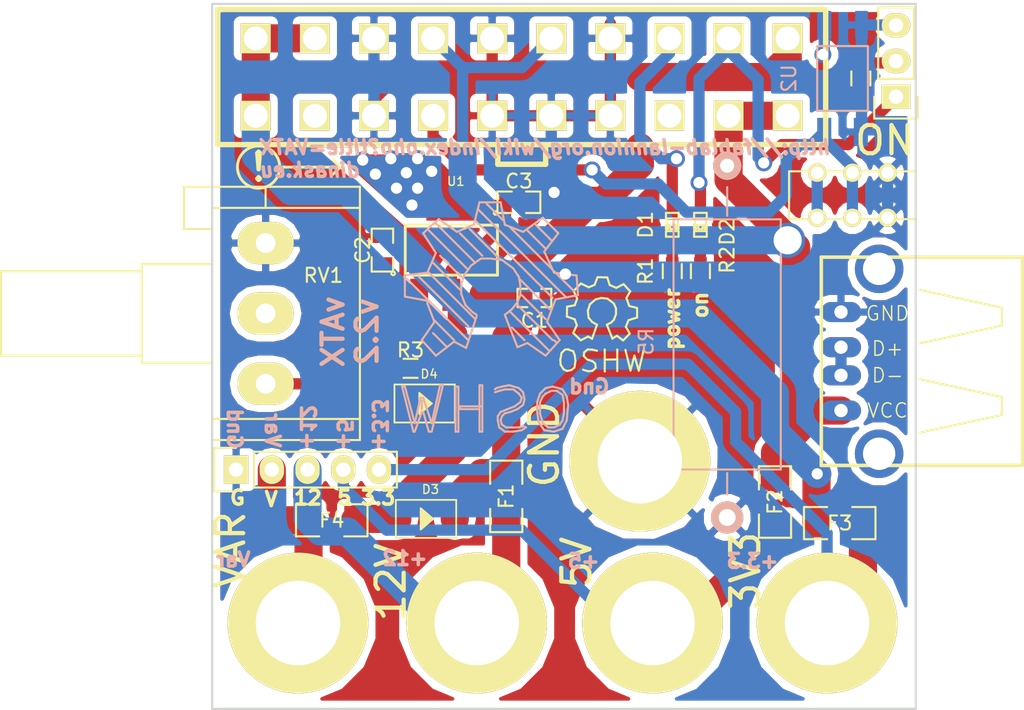
<source format=kicad_pcb>
(kicad_pcb (version 4) (host pcbnew "(2014-09-02 BZR 5112)-product")

  (general
    (links 64)
    (no_connects 0)
    (area 91.223919 33.15 180.933333 101.525)
    (thickness 1.6)
    (drawings 37)
    (tracks 234)
    (zones 0)
    (modules 31)
    (nets 23)
  )

  (page A4)
  (title_block
    (title "VATX : Variable ATX Power Supply")
    (date "25 mars 2015")
    (rev v2.2)
    (company "FabLab Lannion")
    (comment 1 "Jérôme Labidurie")
  )

  (layers
    (0 F.Cu signal)
    (31 B.Cu signal)
    (32 B.Adhes user hide)
    (33 F.Adhes user hide)
    (34 B.Paste user)
    (35 F.Paste user)
    (36 B.SilkS user)
    (37 F.SilkS user)
    (38 B.Mask user)
    (39 F.Mask user hide)
    (40 Dwgs.User user hide)
    (41 Cmts.User user)
    (42 Eco1.User user)
    (43 Eco2.User user)
    (44 Edge.Cuts user)
  )

  (setup
    (last_trace_width 0.8)
    (user_trace_width 2)
    (trace_clearance 0.5)
    (zone_clearance 0.508)
    (zone_45_only no)
    (trace_min 0.254)
    (segment_width 0.2)
    (edge_width 0.15)
    (via_size 1.2)
    (via_drill 0.8)
    (via_min_size 0.889)
    (via_min_drill 0.508)
    (user_via 2.5 2)
    (uvia_size 0.508)
    (uvia_drill 0.127)
    (uvias_allowed no)
    (uvia_min_size 0.508)
    (uvia_min_drill 0.127)
    (pcb_text_width 0.3)
    (pcb_text_size 2.5 2.5)
    (mod_edge_width 0.15)
    (mod_text_size 1 1)
    (mod_text_width 0.15)
    (pad_size 3.556 2.159)
    (pad_drill 0)
    (pad_to_mask_clearance 0)
    (aux_axis_origin 0 0)
    (visible_elements 7FFFFF7F)
    (pcbplotparams
      (layerselection 0x010fc_80000001)
      (usegerberextensions true)
      (excludeedgelayer true)
      (linewidth 0.150000)
      (plotframeref false)
      (viasonmask true)
      (mode 1)
      (useauxorigin false)
      (hpglpennumber 1)
      (hpglpenspeed 20)
      (hpglpendiameter 15)
      (hpglpenoverlay 2)
      (psnegative false)
      (psa4output false)
      (plotreference true)
      (plotvalue true)
      (plotinvisibletext false)
      (padsonsilk false)
      (subtractmaskfromsilk false)
      (outputformat 1)
      (mirror false)
      (drillshape 0)
      (scaleselection 1)
      (outputdirectory fabrication/))
  )

  (net 0 "")
  (net 1 POK)
  (net 2 "Net-(D1-Pad2)")
  (net 3 +5VSB)
  (net 4 "Net-(D2-Pad2)")
  (net 5 +12V)
  (net 6 +VAR)
  (net 7 "Net-(C2-Pad1)")
  (net 8 +5V)
  (net 9 "Net-(J1-Pad2)")
  (net 10 GND)
  (net 11 +3.3V)
  (net 12 -12V)
  (net 13 PSON)
  (net 14 -5V)
  (net 15 f+5V)
  (net 16 f+3.3V)
  (net 17 f+VAR)
  (net 18 f+12V)
  (net 19 "Net-(RV1-Pad2)")
  (net 20 "Net-(SW1-Pad1)")
  (net 21 "Net-(P8-Pad2)")
  (net 22 "Net-(R4-Pad2)")

  (net_class Default "Ceci est la Netclass par défaut"
    (clearance 0.5)
    (trace_width 0.8)
    (via_dia 1.2)
    (via_drill 0.8)
    (uvia_dia 0.508)
    (uvia_drill 0.127)
    (add_net +12V)
    (add_net +3.3V)
    (add_net +5V)
    (add_net +5VSB)
    (add_net +VAR)
    (add_net -12V)
    (add_net -5V)
    (add_net GND)
    (add_net "Net-(C2-Pad1)")
    (add_net "Net-(D1-Pad2)")
    (add_net "Net-(D2-Pad2)")
    (add_net "Net-(J1-Pad2)")
    (add_net "Net-(P8-Pad2)")
    (add_net "Net-(R4-Pad2)")
    (add_net "Net-(RV1-Pad2)")
    (add_net "Net-(SW1-Pad1)")
    (add_net POK)
    (add_net PSON)
    (add_net f+12V)
    (add_net f+3.3V)
    (add_net f+5V)
    (add_net f+VAR)
  )

  (module opl:SOT223 (layer F.Cu) (tedit 54FE0961) (tstamp 54FDF52B)
    (at 123.8 67.1)
    (descr "<b>SMALL OUTLINE TRANSISTOR</b>")
    (path /5345CE9E)
    (fp_text reference U1 (at 0.3175 -4.8895) (layer F.SilkS)
      (effects (font (size 0.625 0.625) (thickness 0.1)))
    )
    (fp_text value LM317T (at 0 -0.3175) (layer F.SilkS) hide
      (effects (font (size 0.625 0.625) (thickness 0.1)))
    )
    (fp_line (start 3.277 -1.778) (end 3.277 1.778) (layer F.SilkS) (width 0.2032))
    (fp_line (start 3.277 1.778) (end -3.277 1.778) (layer F.SilkS) (width 0.2032))
    (fp_line (start -3.277 1.778) (end -3.277 -1.778) (layer F.SilkS) (width 0.2032))
    (fp_line (start -3.277 -1.778) (end 3.277 -1.778) (layer F.SilkS) (width 0.2032))
    (pad 1 smd rect (at -2.286 3.175) (size 1.27 2.286) (layers F.Cu F.Paste F.Mask)
      (net 7 "Net-(C2-Pad1)"))
    (pad 2 smd rect (at 0 3.175) (size 1.27 2.286) (layers F.Cu F.Paste F.Mask)
      (net 6 +VAR))
    (pad 3 smd rect (at 2.286 3.175) (size 1.27 2.286) (layers F.Cu F.Paste F.Mask)
      (net 5 +12V))
    (pad 2 smd rect (at 0 -3.175) (size 3.556 2.159) (layers F.Cu F.Paste F.Mask)
      (net 6 +VAR))
  )

  (module atx:ATX_NON_90DEG (layer F.Cu) (tedit 54948FD0) (tstamp 549465F0)
    (at 128.8 54.8)
    (path /5345C9F7)
    (fp_text reference P1 (at -0.50038 -10.50036) (layer F.SilkS) hide
      (effects (font (thickness 0.3048)))
    )
    (fp_text value CONN_10X2 (at -0.50038 -7.50062) (layer F.SilkS) hide
      (effects (font (thickness 0.3048)))
    )
    (fp_line (start 1.69926 4.8006) (end 1.69926 6.20014) (layer F.SilkS) (width 0.381))
    (fp_line (start 1.69926 6.20014) (end -1.69926 6.20014) (layer F.SilkS) (width 0.381))
    (fp_line (start -1.69926 6.20014) (end -1.69926 4.8006) (layer F.SilkS) (width 0.381))
    (fp_line (start 0 -4.8006) (end 21.60016 -4.8006) (layer F.SilkS) (width 0.381))
    (fp_line (start 21.60016 -4.8006) (end 21.60016 4.8006) (layer F.SilkS) (width 0.381))
    (fp_line (start 21.60016 4.8006) (end -21.60016 4.8006) (layer F.SilkS) (width 0.381))
    (fp_line (start -21.60016 4.8006) (end -21.60016 -4.8006) (layer F.SilkS) (width 0.381))
    (fp_line (start -21.60016 -4.8006) (end 0 -4.8006) (layer F.SilkS) (width 0.381))
    (pad 1 thru_hole rect (at -18.90014 -2.75082 180) (size 2.12598 2.12598) (drill 1.69926) (layers *.Cu *.Mask F.SilkS)
      (net 11 +3.3V))
    (pad 2 thru_hole rect (at -18.90014 2.75082 180) (size 2.12598 2.12598) (drill 1.69926) (layers *.Cu *.Mask F.SilkS)
      (net 11 +3.3V))
    (pad 3 thru_hole rect (at -14.69898 -2.75082 180) (size 2.12598 2.12598) (drill 1.69926) (layers *.Cu *.Mask F.SilkS)
      (net 11 +3.3V))
    (pad 4 thru_hole rect (at -14.69898 2.75082 180) (size 2.12598 2.12598) (drill 1.69926) (layers *.Cu *.Mask F.SilkS)
      (net 12 -12V))
    (pad 5 thru_hole rect (at -10.50036 -2.75082 180) (size 2.12598 2.12598) (drill 1.69926) (layers *.Cu *.Mask F.SilkS)
      (net 10 GND))
    (pad 6 thru_hole rect (at -10.50036 2.75082 180) (size 2.12598 2.12598) (drill 1.69926) (layers *.Cu *.Mask F.SilkS)
      (net 10 GND))
    (pad 7 thru_hole rect (at -6.2992 -2.75082 180) (size 2.12598 2.12598) (drill 1.69926) (layers *.Cu *.Mask F.SilkS)
      (net 8 +5V))
    (pad 8 thru_hole rect (at -6.2992 2.75082 180) (size 2.12598 2.12598) (drill 1.69926) (layers *.Cu *.Mask F.SilkS)
      (net 13 PSON))
    (pad 9 thru_hole rect (at -2.10058 -2.75082 180) (size 2.12598 2.12598) (drill 1.69926) (layers *.Cu *.Mask F.SilkS)
      (net 10 GND))
    (pad 10 thru_hole rect (at -2.10058 2.75082 180) (size 2.12598 2.12598) (drill 1.69926) (layers *.Cu *.Mask F.SilkS)
      (net 10 GND))
    (pad 11 thru_hole rect (at 2.10058 -2.75082 180) (size 2.12598 2.12598) (drill 1.69926) (layers *.Cu *.Mask F.SilkS)
      (net 8 +5V))
    (pad 12 thru_hole rect (at 2.10058 2.75082 180) (size 2.12598 2.12598) (drill 1.69926) (layers *.Cu *.Mask F.SilkS)
      (net 10 GND))
    (pad 13 thru_hole rect (at 6.2992 -2.75082 180) (size 2.12598 2.12598) (drill 1.69926) (layers *.Cu *.Mask F.SilkS)
      (net 10 GND))
    (pad 14 thru_hole rect (at 6.2992 2.75082 180) (size 2.12598 2.12598) (drill 1.69926) (layers *.Cu *.Mask F.SilkS)
      (net 10 GND))
    (pad 15 thru_hole rect (at 10.50036 -2.75082 180) (size 2.12598 2.12598) (drill 1.69926) (layers *.Cu *.Mask F.SilkS)
      (net 1 POK))
    (pad 16 thru_hole rect (at 10.50036 2.75082 180) (size 2.12598 2.12598) (drill 1.69926) (layers *.Cu *.Mask F.SilkS)
      (net 14 -5V))
    (pad 17 thru_hole rect (at 14.69898 -2.75082 180) (size 2.12598 2.12598) (drill 1.69926) (layers *.Cu *.Mask F.SilkS)
      (net 3 +5VSB))
    (pad 18 thru_hole rect (at 14.69898 2.75082 180) (size 2.12598 2.12598) (drill 1.69926) (layers *.Cu *.Mask F.SilkS)
      (net 8 +5V))
    (pad 19 thru_hole rect (at 18.90014 -2.75082 180) (size 2.12598 2.12598) (drill 1.69926) (layers *.Cu *.Mask F.SilkS)
      (net 5 +12V))
    (pad 20 thru_hole rect (at 18.90014 2.75082 180) (size 2.12598 2.12598) (drill 1.69926) (layers *.Cu *.Mask F.SilkS)
      (net 8 +5V))
  )

  (module atx:Banana_single_6mmDrill (layer F.Cu) (tedit 54946423) (tstamp 549465FA)
    (at 125.6 93.6)
    (path /5345D194)
    (fp_text reference P3 (at -0.1 6.3) (layer F.SilkS) hide
      (effects (font (size 1.5 1.5) (thickness 0.15)))
    )
    (fp_text value CONN_1 (at 0.15 -6.5) (layer F.SilkS) hide
      (effects (font (size 1.5 1.5) (thickness 0.15)))
    )
    (pad 1 thru_hole circle (at 0 0) (size 10 10) (drill 6) (layers *.Cu *.Mask F.SilkS)
      (net 18 f+12V))
  )

  (module atx:Banana_single_6mmDrill (layer F.Cu) (tedit 54946423) (tstamp 54946604)
    (at 150.5 93.6)
    (path /5345D1C1)
    (fp_text reference P5 (at -0.1 6.3) (layer F.SilkS) hide
      (effects (font (size 1.5 1.5) (thickness 0.15)))
    )
    (fp_text value CONN_1 (at 0.15 -6.5) (layer F.SilkS) hide
      (effects (font (size 1.5 1.5) (thickness 0.15)))
    )
    (pad 1 thru_hole circle (at 0 0) (size 10 10) (drill 6) (layers *.Cu *.Mask F.SilkS)
      (net 16 f+3.3V))
  )

  (module atx:Banana_single_6mmDrill (layer F.Cu) (tedit 54946423) (tstamp 54946609)
    (at 112.9 93.6)
    (path /5345D1D1)
    (fp_text reference P6 (at -0.1 6.3) (layer F.SilkS) hide
      (effects (font (size 1.5 1.5) (thickness 0.15)))
    )
    (fp_text value CONN_1 (at 0.15 -6.5) (layer F.SilkS) hide
      (effects (font (size 1.5 1.5) (thickness 0.15)))
    )
    (pad 1 thru_hole circle (at 0 0) (size 10 10) (drill 6) (layers *.Cu *.Mask F.SilkS)
      (net 17 f+VAR))
  )

  (module atx:Banana_single_6mmDrill (layer F.Cu) (tedit 54946423) (tstamp 5494660E)
    (at 137.2 82.1)
    (path /5345D203)
    (fp_text reference P7 (at -0.1 6.3) (layer F.SilkS) hide
      (effects (font (size 1.5 1.5) (thickness 0.15)))
    )
    (fp_text value CONN_1 (at 0.15 -6.5) (layer F.SilkS) hide
      (effects (font (size 1.5 1.5) (thickness 0.15)))
    )
    (pad 1 thru_hole circle (at 0 0) (size 10 10) (drill 6) (layers *.Cu *.Mask F.SilkS)
      (net 10 GND))
  )

  (module Potentiometers:Potentiometer_Alps-RK16-single_largePads (layer F.Cu) (tedit 54FE11AF) (tstamp 54946680)
    (at 110.6 76.6 180)
    (descr "Potentiometer, Alps, RK16, single, large Pads, RevA, 30 July 2010,")
    (tags "Potentiometer, Alps, RK16, single, large Pads, RevA, 30 July 2010,")
    (path /5345CFB7)
    (fp_text reference RV1 (at -4.1 7.7 180) (layer F.SilkS)
      (effects (font (size 1 1) (thickness 0.15)))
    )
    (fp_text value 1K (at 0 16.43126 180) (layer F.SilkS) hide
      (effects (font (size 1 1) (thickness 0.15)))
    )
    (fp_line (start 0 14.00048) (end -6.70052 14.00048) (layer F.SilkS) (width 0.15))
    (fp_line (start -6.70052 14.00048) (end -6.70052 12.40028) (layer F.SilkS) (width 0.15))
    (fp_line (start 3.79984 -2.49936) (end 3.79984 -3.99796) (layer F.SilkS) (width 0.15))
    (fp_line (start 3.79984 -3.99796) (end -6.70052 -3.99796) (layer F.SilkS) (width 0.15))
    (fp_line (start -6.70052 -3.99796) (end -6.70052 -2.49936) (layer F.SilkS) (width 0.15))
    (fp_line (start 3.79984 11.00074) (end 5.79882 11.00074) (layer F.SilkS) (width 0.15))
    (fp_line (start 5.79882 11.00074) (end 5.79882 14.00048) (layer F.SilkS) (width 0.15))
    (fp_line (start 5.79882 14.00048) (end 0 14.00048) (layer F.SilkS) (width 0.15))
    (fp_line (start 0 14.00048) (end 0 12.50188) (layer F.SilkS) (width 0.15))
    (fp_line (start 8.8011 2.00152) (end 18.80108 2.00152) (layer F.SilkS) (width 0.15))
    (fp_line (start 18.80108 2.00152) (end 18.80108 8.001) (layer F.SilkS) (width 0.15))
    (fp_line (start 18.80108 8.001) (end 8.8011 8.001) (layer F.SilkS) (width 0.15))
    (fp_line (start 3.79984 1.50114) (end 8.8011 1.50114) (layer F.SilkS) (width 0.15))
    (fp_line (start 8.8011 1.50114) (end 8.8011 8.50138) (layer F.SilkS) (width 0.15))
    (fp_line (start 8.8011 8.50138) (end 3.79984 8.50138) (layer F.SilkS) (width 0.15))
    (fp_line (start 3.79984 -2.49936) (end -6.70052 -2.49936) (layer F.SilkS) (width 0.15))
    (fp_line (start -6.70052 -2.49936) (end -6.70052 12.50188) (layer F.SilkS) (width 0.15))
    (fp_line (start -6.70052 12.50188) (end 3.79984 12.50188) (layer F.SilkS) (width 0.15))
    (fp_line (start 3.79984 12.50188) (end 3.79984 -2.49936) (layer F.SilkS) (width 0.15))
    (pad 2 thru_hole oval (at 0 5.00126 180) (size 4.0005 2.99974) (drill 1.39954) (layers *.Cu *.Mask F.SilkS)
      (net 19 "Net-(RV1-Pad2)"))
    (pad 3 thru_hole oval (at 0 10.00252 180) (size 4.0005 2.99974) (drill 1.39954) (layers *.Cu *.Mask F.SilkS)
      (net 10 GND))
    (pad 1 thru_hole oval (at 0 0 180) (size 4.0005 2.99974) (drill 1.39954) (layers *.Cu *.Mask F.SilkS)
      (net 7 "Net-(C2-Pad1)"))
  )

  (module SMD_Packages:SMD-0603_c (layer F.Cu) (tedit 54FE12ED) (tstamp 54946F79)
    (at 129.7 70.5)
    (path /5345DCE0)
    (attr smd)
    (fp_text reference C1 (at 0 1.6 180) (layer F.SilkS)
      (effects (font (size 1 1) (thickness 0.15)))
    )
    (fp_text value 0.1µF (at -1.651 0 90) (layer F.SilkS) hide
      (effects (font (size 1 1) (thickness 0.15)))
    )
    (fp_line (start 0.50038 0.65024) (end 1.19888 0.65024) (layer F.SilkS) (width 0.15))
    (fp_line (start -0.50038 0.65024) (end -1.19888 0.65024) (layer F.SilkS) (width 0.15))
    (fp_line (start 0.50038 -0.65024) (end 1.19888 -0.65024) (layer F.SilkS) (width 0.15))
    (fp_line (start -1.19888 -0.65024) (end -0.50038 -0.65024) (layer F.SilkS) (width 0.15))
    (fp_line (start 1.19888 -0.635) (end 1.19888 0.635) (layer F.SilkS) (width 0.15))
    (fp_line (start -1.19888 0.635) (end -1.19888 -0.635) (layer F.SilkS) (width 0.15))
    (pad 1 smd rect (at -0.762 0) (size 0.635 1.143) (layers F.Cu F.Paste F.Mask)
      (net 5 +12V))
    (pad 2 smd rect (at 0.762 0) (size 0.635 1.143) (layers F.Cu F.Paste F.Mask)
      (net 10 GND))
    (model SMD_Packages/SMD-0603_c.wrl
      (at (xyz 0 0 0.001))
      (scale (xyz 0.5 0.5 0.5))
      (rotate (xyz 0 0 0))
    )
  )

  (module SMD_Packages:SMD-0805 (layer F.Cu) (tedit 54FDE24F) (tstamp 54946F7F)
    (at 118.9 67.1 90)
    (path /5345D9E4)
    (attr smd)
    (fp_text reference C2 (at 0 -1.4 90) (layer F.SilkS)
      (effects (font (size 1 1) (thickness 0.15)))
    )
    (fp_text value 10µF (at 0 0.381 90) (layer F.SilkS) hide
      (effects (font (size 1 1) (thickness 0.15)))
    )
    (fp_circle (center -1.651 0.762) (end -1.651 0.635) (layer F.SilkS) (width 0.15))
    (fp_line (start -0.508 0.762) (end -1.524 0.762) (layer F.SilkS) (width 0.15))
    (fp_line (start -1.524 0.762) (end -1.524 -0.762) (layer F.SilkS) (width 0.15))
    (fp_line (start -1.524 -0.762) (end -0.508 -0.762) (layer F.SilkS) (width 0.15))
    (fp_line (start 0.508 -0.762) (end 1.524 -0.762) (layer F.SilkS) (width 0.15))
    (fp_line (start 1.524 -0.762) (end 1.524 0.762) (layer F.SilkS) (width 0.15))
    (fp_line (start 1.524 0.762) (end 0.508 0.762) (layer F.SilkS) (width 0.15))
    (pad 1 smd rect (at -0.9525 0 90) (size 0.889 1.397) (layers F.Cu F.Paste F.Mask)
      (net 7 "Net-(C2-Pad1)"))
    (pad 2 smd rect (at 0.9525 0 90) (size 0.889 1.397) (layers F.Cu F.Paste F.Mask)
      (net 10 GND))
    (model SMD_Packages/SMD-0805.wrl
      (at (xyz 0 0 0))
      (scale (xyz 0.1 0.1 0.1))
      (rotate (xyz 0 0 0))
    )
  )

  (module SMD_Packages:SMD-0805 (layer F.Cu) (tedit 54FDE261) (tstamp 54946F85)
    (at 128.6 63.7)
    (path /5345D9D2)
    (attr smd)
    (fp_text reference C3 (at 0 -1.5) (layer F.SilkS)
      (effects (font (size 1 1) (thickness 0.15)))
    )
    (fp_text value 1µF (at 0 0.381) (layer F.SilkS) hide
      (effects (font (size 1 1) (thickness 0.15)))
    )
    (fp_circle (center -1.651 0.762) (end -1.651 0.635) (layer F.SilkS) (width 0.15))
    (fp_line (start -0.508 0.762) (end -1.524 0.762) (layer F.SilkS) (width 0.15))
    (fp_line (start -1.524 0.762) (end -1.524 -0.762) (layer F.SilkS) (width 0.15))
    (fp_line (start -1.524 -0.762) (end -0.508 -0.762) (layer F.SilkS) (width 0.15))
    (fp_line (start 0.508 -0.762) (end 1.524 -0.762) (layer F.SilkS) (width 0.15))
    (fp_line (start 1.524 -0.762) (end 1.524 0.762) (layer F.SilkS) (width 0.15))
    (fp_line (start 1.524 0.762) (end 0.508 0.762) (layer F.SilkS) (width 0.15))
    (pad 1 smd rect (at -0.9525 0) (size 0.889 1.397) (layers F.Cu F.Paste F.Mask)
      (net 6 +VAR))
    (pad 2 smd rect (at 0.9525 0) (size 0.889 1.397) (layers F.Cu F.Paste F.Mask)
      (net 10 GND))
    (model SMD_Packages/SMD-0805.wrl
      (at (xyz 0 0 0))
      (scale (xyz 0.1 0.1 0.1))
      (rotate (xyz 0 0 0))
    )
  )

  (module LEDs:LED-0603 (layer F.Cu) (tedit 54948E43) (tstamp 54946F86)
    (at 139.5 65.3 270)
    (descr "LED 0603 smd package")
    (tags "LED led 0603 SMD smd SMT smt smdled SMDLED smtled SMTLED")
    (path /5345CCEC)
    (attr smd)
    (fp_text reference D1 (at 0 1.9 270) (layer F.SilkS)
      (effects (font (size 1 1) (thickness 0.15)))
    )
    (fp_text value blue (at 0 1.016 270) (layer F.SilkS) hide
      (effects (font (size 1 1) (thickness 0.15)))
    )
    (fp_line (start 0.44958 -0.44958) (end 0.44958 0.44958) (layer F.SilkS) (width 0.15))
    (fp_line (start 0.44958 0.44958) (end 0.84836 0.44958) (layer F.SilkS) (width 0.15))
    (fp_line (start 0.84836 -0.44958) (end 0.84836 0.44958) (layer F.SilkS) (width 0.15))
    (fp_line (start 0.44958 -0.44958) (end 0.84836 -0.44958) (layer F.SilkS) (width 0.15))
    (fp_line (start -0.84836 -0.44958) (end -0.84836 0.44958) (layer F.SilkS) (width 0.15))
    (fp_line (start -0.84836 0.44958) (end -0.44958 0.44958) (layer F.SilkS) (width 0.15))
    (fp_line (start -0.44958 -0.44958) (end -0.44958 0.44958) (layer F.SilkS) (width 0.15))
    (fp_line (start -0.84836 -0.44958) (end -0.44958 -0.44958) (layer F.SilkS) (width 0.15))
    (fp_line (start 0 -0.44958) (end 0 -0.29972) (layer F.SilkS) (width 0.15))
    (fp_line (start 0 -0.29972) (end 0.29972 -0.29972) (layer F.SilkS) (width 0.15))
    (fp_line (start 0.29972 -0.44958) (end 0.29972 -0.29972) (layer F.SilkS) (width 0.15))
    (fp_line (start 0 -0.44958) (end 0.29972 -0.44958) (layer F.SilkS) (width 0.15))
    (fp_line (start 0 0.29972) (end 0 0.44958) (layer F.SilkS) (width 0.15))
    (fp_line (start 0 0.44958) (end 0.29972 0.44958) (layer F.SilkS) (width 0.15))
    (fp_line (start 0.29972 0.29972) (end 0.29972 0.44958) (layer F.SilkS) (width 0.15))
    (fp_line (start 0 0.29972) (end 0.29972 0.29972) (layer F.SilkS) (width 0.15))
    (fp_line (start 0 -0.14986) (end 0 0.14986) (layer F.SilkS) (width 0.15))
    (fp_line (start 0 0.14986) (end 0.29972 0.14986) (layer F.SilkS) (width 0.15))
    (fp_line (start 0.29972 -0.14986) (end 0.29972 0.14986) (layer F.SilkS) (width 0.15))
    (fp_line (start 0 -0.14986) (end 0.29972 -0.14986) (layer F.SilkS) (width 0.15))
    (fp_line (start 0.44958 -0.39878) (end -0.44958 -0.39878) (layer F.SilkS) (width 0.15))
    (fp_line (start 0.44958 0.39878) (end -0.44958 0.39878) (layer F.SilkS) (width 0.15))
    (pad 1 smd rect (at -0.7493 0 270) (size 0.79756 0.79756) (layers F.Cu F.Paste F.Mask)
      (net 1 POK))
    (pad 2 smd rect (at 0.7493 0 270) (size 0.79756 0.79756) (layers F.Cu F.Paste F.Mask)
      (net 2 "Net-(D1-Pad2)"))
  )

  (module LEDs:LED-0603 (layer F.Cu) (tedit 54FDEE9F) (tstamp 54946FA1)
    (at 141.5 65.3 270)
    (descr "LED 0603 smd package")
    (tags "LED led 0603 SMD smd SMT smt smdled SMDLED smtled SMTLED")
    (path /5345CD8F)
    (attr smd)
    (fp_text reference D2 (at 0.5 -1.9 270) (layer F.SilkS)
      (effects (font (size 1 1) (thickness 0.15)))
    )
    (fp_text value yellow (at 0 1.016 270) (layer F.SilkS) hide
      (effects (font (size 1 1) (thickness 0.15)))
    )
    (fp_line (start 0.44958 -0.44958) (end 0.44958 0.44958) (layer F.SilkS) (width 0.15))
    (fp_line (start 0.44958 0.44958) (end 0.84836 0.44958) (layer F.SilkS) (width 0.15))
    (fp_line (start 0.84836 -0.44958) (end 0.84836 0.44958) (layer F.SilkS) (width 0.15))
    (fp_line (start 0.44958 -0.44958) (end 0.84836 -0.44958) (layer F.SilkS) (width 0.15))
    (fp_line (start -0.84836 -0.44958) (end -0.84836 0.44958) (layer F.SilkS) (width 0.15))
    (fp_line (start -0.84836 0.44958) (end -0.44958 0.44958) (layer F.SilkS) (width 0.15))
    (fp_line (start -0.44958 -0.44958) (end -0.44958 0.44958) (layer F.SilkS) (width 0.15))
    (fp_line (start -0.84836 -0.44958) (end -0.44958 -0.44958) (layer F.SilkS) (width 0.15))
    (fp_line (start 0 -0.44958) (end 0 -0.29972) (layer F.SilkS) (width 0.15))
    (fp_line (start 0 -0.29972) (end 0.29972 -0.29972) (layer F.SilkS) (width 0.15))
    (fp_line (start 0.29972 -0.44958) (end 0.29972 -0.29972) (layer F.SilkS) (width 0.15))
    (fp_line (start 0 -0.44958) (end 0.29972 -0.44958) (layer F.SilkS) (width 0.15))
    (fp_line (start 0 0.29972) (end 0 0.44958) (layer F.SilkS) (width 0.15))
    (fp_line (start 0 0.44958) (end 0.29972 0.44958) (layer F.SilkS) (width 0.15))
    (fp_line (start 0.29972 0.29972) (end 0.29972 0.44958) (layer F.SilkS) (width 0.15))
    (fp_line (start 0 0.29972) (end 0.29972 0.29972) (layer F.SilkS) (width 0.15))
    (fp_line (start 0 -0.14986) (end 0 0.14986) (layer F.SilkS) (width 0.15))
    (fp_line (start 0 0.14986) (end 0.29972 0.14986) (layer F.SilkS) (width 0.15))
    (fp_line (start 0.29972 -0.14986) (end 0.29972 0.14986) (layer F.SilkS) (width 0.15))
    (fp_line (start 0 -0.14986) (end 0.29972 -0.14986) (layer F.SilkS) (width 0.15))
    (fp_line (start 0.44958 -0.39878) (end -0.44958 -0.39878) (layer F.SilkS) (width 0.15))
    (fp_line (start 0.44958 0.39878) (end -0.44958 0.39878) (layer F.SilkS) (width 0.15))
    (pad 1 smd rect (at -0.7493 0 270) (size 0.79756 0.79756) (layers F.Cu F.Paste F.Mask)
      (net 3 +5VSB))
    (pad 2 smd rect (at 0.7493 0 270) (size 0.79756 0.79756) (layers F.Cu F.Paste F.Mask)
      (net 4 "Net-(D2-Pad2)"))
  )

  (module SMD_Packages:SMD-1206 (layer F.Cu) (tedit 54946F0B) (tstamp 54946FCB)
    (at 146.8 85 270)
    (path /549475E4)
    (attr smd)
    (fp_text reference F2 (at 0 0 270) (layer F.SilkS)
      (effects (font (size 1 1) (thickness 0.15)))
    )
    (fp_text value FUSE (at 0 0 270) (layer F.SilkS) hide
      (effects (font (size 1 1) (thickness 0.15)))
    )
    (fp_line (start -2.54 -1.143) (end -2.54 1.143) (layer F.SilkS) (width 0.15))
    (fp_line (start -2.54 1.143) (end -0.889 1.143) (layer F.SilkS) (width 0.15))
    (fp_line (start 0.889 -1.143) (end 2.54 -1.143) (layer F.SilkS) (width 0.15))
    (fp_line (start 2.54 -1.143) (end 2.54 1.143) (layer F.SilkS) (width 0.15))
    (fp_line (start 2.54 1.143) (end 0.889 1.143) (layer F.SilkS) (width 0.15))
    (fp_line (start -0.889 -1.143) (end -2.54 -1.143) (layer F.SilkS) (width 0.15))
    (pad 1 smd rect (at -1.651 0 270) (size 1.524 2.032) (layers F.Cu F.Paste F.Mask)
      (net 8 +5V))
    (pad 2 smd rect (at 1.651 0 270) (size 1.524 2.032) (layers F.Cu F.Paste F.Mask)
      (net 15 f+5V))
    (model SMD_Packages/SMD-1206.wrl
      (at (xyz 0 0 0))
      (scale (xyz 0.17 0.16 0.16))
      (rotate (xyz 0 0 0))
    )
  )

  (module SMD_Packages:SMD-1206 (layer F.Cu) (tedit 54946F0B) (tstamp 54946FD1)
    (at 151.4 86.5)
    (path /54947615)
    (attr smd)
    (fp_text reference F3 (at 0 0) (layer F.SilkS)
      (effects (font (size 1 1) (thickness 0.15)))
    )
    (fp_text value FUSE (at 0 0) (layer F.SilkS) hide
      (effects (font (size 1 1) (thickness 0.15)))
    )
    (fp_line (start -2.54 -1.143) (end -2.54 1.143) (layer F.SilkS) (width 0.15))
    (fp_line (start -2.54 1.143) (end -0.889 1.143) (layer F.SilkS) (width 0.15))
    (fp_line (start 0.889 -1.143) (end 2.54 -1.143) (layer F.SilkS) (width 0.15))
    (fp_line (start 2.54 -1.143) (end 2.54 1.143) (layer F.SilkS) (width 0.15))
    (fp_line (start 2.54 1.143) (end 0.889 1.143) (layer F.SilkS) (width 0.15))
    (fp_line (start -0.889 -1.143) (end -2.54 -1.143) (layer F.SilkS) (width 0.15))
    (pad 1 smd rect (at -1.651 0) (size 1.524 2.032) (layers F.Cu F.Paste F.Mask)
      (net 11 +3.3V))
    (pad 2 smd rect (at 1.651 0) (size 1.524 2.032) (layers F.Cu F.Paste F.Mask)
      (net 16 f+3.3V))
    (model SMD_Packages/SMD-1206.wrl
      (at (xyz 0 0 0))
      (scale (xyz 0.17 0.16 0.16))
      (rotate (xyz 0 0 0))
    )
  )

  (module Resistors_SMD:R_0603 (layer F.Cu) (tedit 54948E33) (tstamp 54946FDD)
    (at 139.5 68.6 270)
    (descr "Resistor SMD 0603, reflow soldering, Vishay (see dcrcw.pdf)")
    (tags "resistor 0603")
    (path /5345CD19)
    (attr smd)
    (fp_text reference R1 (at 0 1.9 270) (layer F.SilkS)
      (effects (font (size 1 1) (thickness 0.15)))
    )
    (fp_text value 470 (at 0 1.9 360) (layer F.SilkS) hide
      (effects (font (size 1 1) (thickness 0.15)))
    )
    (fp_line (start -1.3 -0.8) (end 1.3 -0.8) (layer F.CrtYd) (width 0.05))
    (fp_line (start -1.3 0.8) (end 1.3 0.8) (layer F.CrtYd) (width 0.05))
    (fp_line (start -1.3 -0.8) (end -1.3 0.8) (layer F.CrtYd) (width 0.05))
    (fp_line (start 1.3 -0.8) (end 1.3 0.8) (layer F.CrtYd) (width 0.05))
    (fp_line (start 0.5 0.675) (end -0.5 0.675) (layer F.SilkS) (width 0.15))
    (fp_line (start -0.5 -0.675) (end 0.5 -0.675) (layer F.SilkS) (width 0.15))
    (pad 1 smd rect (at -0.75 0 270) (size 0.5 0.9) (layers F.Cu F.Paste F.Mask)
      (net 2 "Net-(D1-Pad2)"))
    (pad 2 smd rect (at 0.75 0 270) (size 0.5 0.9) (layers F.Cu F.Paste F.Mask)
      (net 10 GND))
    (model Resistors_SMD/R_0603.wrl
      (at (xyz 0 0 0))
      (scale (xyz 1 1 1))
      (rotate (xyz 0 0 0))
    )
  )

  (module Resistors_SMD:R_0603 (layer F.Cu) (tedit 54FDEE9B) (tstamp 54946FE2)
    (at 141.5 68.6 270)
    (descr "Resistor SMD 0603, reflow soldering, Vishay (see dcrcw.pdf)")
    (tags "resistor 0603")
    (path /5345CD95)
    (attr smd)
    (fp_text reference R2 (at -0.8 -1.9 270) (layer F.SilkS)
      (effects (font (size 1 1) (thickness 0.15)))
    )
    (fp_text value 680 (at 0 1.9 270) (layer F.SilkS) hide
      (effects (font (size 1 1) (thickness 0.15)))
    )
    (fp_line (start -1.3 -0.8) (end 1.3 -0.8) (layer F.CrtYd) (width 0.05))
    (fp_line (start -1.3 0.8) (end 1.3 0.8) (layer F.CrtYd) (width 0.05))
    (fp_line (start -1.3 -0.8) (end -1.3 0.8) (layer F.CrtYd) (width 0.05))
    (fp_line (start 1.3 -0.8) (end 1.3 0.8) (layer F.CrtYd) (width 0.05))
    (fp_line (start 0.5 0.675) (end -0.5 0.675) (layer F.SilkS) (width 0.15))
    (fp_line (start -0.5 -0.675) (end 0.5 -0.675) (layer F.SilkS) (width 0.15))
    (pad 1 smd rect (at -0.75 0 270) (size 0.5 0.9) (layers F.Cu F.Paste F.Mask)
      (net 4 "Net-(D2-Pad2)"))
    (pad 2 smd rect (at 0.75 0 270) (size 0.5 0.9) (layers F.Cu F.Paste F.Mask)
      (net 10 GND))
    (model Resistors_SMD/R_0603.wrl
      (at (xyz 0 0 0))
      (scale (xyz 1 1 1))
      (rotate (xyz 0 0 0))
    )
  )

  (module Resistors_SMD:R_0603 (layer F.Cu) (tedit 54FDE21B) (tstamp 54946FE7)
    (at 120.9 75.5 180)
    (descr "Resistor SMD 0603, reflow soldering, Vishay (see dcrcw.pdf)")
    (tags "resistor 0603")
    (path /5345CF17)
    (attr smd)
    (fp_text reference R3 (at 0 1.3 180) (layer F.SilkS)
      (effects (font (size 1 1) (thickness 0.15)))
    )
    (fp_text value 100 (at 0 1.9 180) (layer F.SilkS) hide
      (effects (font (size 1 1) (thickness 0.15)))
    )
    (fp_line (start -1.3 -0.8) (end 1.3 -0.8) (layer F.CrtYd) (width 0.05))
    (fp_line (start -1.3 0.8) (end 1.3 0.8) (layer F.CrtYd) (width 0.05))
    (fp_line (start -1.3 -0.8) (end -1.3 0.8) (layer F.CrtYd) (width 0.05))
    (fp_line (start 1.3 -0.8) (end 1.3 0.8) (layer F.CrtYd) (width 0.05))
    (fp_line (start 0.5 0.675) (end -0.5 0.675) (layer F.SilkS) (width 0.15))
    (fp_line (start -0.5 -0.675) (end 0.5 -0.675) (layer F.SilkS) (width 0.15))
    (pad 1 smd rect (at -0.75 0 180) (size 0.5 0.9) (layers F.Cu F.Paste F.Mask)
      (net 6 +VAR))
    (pad 2 smd rect (at 0.75 0 180) (size 0.5 0.9) (layers F.Cu F.Paste F.Mask)
      (net 7 "Net-(C2-Pad1)"))
    (model Resistors_SMD/R_0603.wrl
      (at (xyz 0 0 0))
      (scale (xyz 1 1 1))
      (rotate (xyz 0 0 0))
    )
  )

  (module atx:Banana_single_6mmDrill (layer F.Cu) (tedit 54946423) (tstamp 5494707C)
    (at 138.1 93.6)
    (path /5345D1A4)
    (fp_text reference P4 (at -0.1 6.3) (layer F.SilkS) hide
      (effects (font (size 1.5 1.5) (thickness 0.15)))
    )
    (fp_text value CONN_1 (at 0.15 -6.5) (layer F.SilkS) hide
      (effects (font (size 1.5 1.5) (thickness 0.15)))
    )
    (pad 1 thru_hole circle (at 0 0) (size 10 10) (drill 6) (layers *.Cu *.Mask F.SilkS)
      (net 15 f+5V))
  )

  (module SMD_Packages:SMD-1206 (layer F.Cu) (tedit 54948C49) (tstamp 54948C9E)
    (at 127.7 84.6 270)
    (path /54947561)
    (attr smd)
    (fp_text reference F1 (at 0 0 270) (layer F.SilkS)
      (effects (font (size 1 1) (thickness 0.15)))
    )
    (fp_text value FUSE (at 0 0 270) (layer F.SilkS) hide
      (effects (font (size 1 1) (thickness 0.15)))
    )
    (fp_line (start -2.54 -1.143) (end -2.54 1.143) (layer F.SilkS) (width 0.15))
    (fp_line (start -2.54 1.143) (end -0.889 1.143) (layer F.SilkS) (width 0.15))
    (fp_line (start 0.889 -1.143) (end 2.54 -1.143) (layer F.SilkS) (width 0.15))
    (fp_line (start 2.54 -1.143) (end 2.54 1.143) (layer F.SilkS) (width 0.15))
    (fp_line (start 2.54 1.143) (end 0.889 1.143) (layer F.SilkS) (width 0.15))
    (fp_line (start -0.889 -1.143) (end -2.54 -1.143) (layer F.SilkS) (width 0.15))
    (pad 1 smd rect (at -1.651 0 270) (size 1.524 2.032) (layers F.Cu F.Paste F.Mask)
      (net 5 +12V))
    (pad 2 smd rect (at 1.651 0 270) (size 1.524 2.032) (layers F.Cu F.Paste F.Mask)
      (net 18 f+12V))
    (model SMD_Packages/SMD-1206.wrl
      (at (xyz 0 0 0))
      (scale (xyz 0.17 0.16 0.16))
      (rotate (xyz 0 0 0))
    )
  )

  (module SMD_Packages:SMD-1206 (layer F.Cu) (tedit 54948C49) (tstamp 54948CA4)
    (at 115.3 86.3 180)
    (path /54947647)
    (attr smd)
    (fp_text reference F4 (at 0 0 180) (layer F.SilkS)
      (effects (font (size 1 1) (thickness 0.15)))
    )
    (fp_text value FUSE (at 0 0 180) (layer F.SilkS) hide
      (effects (font (size 1 1) (thickness 0.15)))
    )
    (fp_line (start -2.54 -1.143) (end -2.54 1.143) (layer F.SilkS) (width 0.15))
    (fp_line (start -2.54 1.143) (end -0.889 1.143) (layer F.SilkS) (width 0.15))
    (fp_line (start 0.889 -1.143) (end 2.54 -1.143) (layer F.SilkS) (width 0.15))
    (fp_line (start 2.54 -1.143) (end 2.54 1.143) (layer F.SilkS) (width 0.15))
    (fp_line (start 2.54 1.143) (end 0.889 1.143) (layer F.SilkS) (width 0.15))
    (fp_line (start -0.889 -1.143) (end -2.54 -1.143) (layer F.SilkS) (width 0.15))
    (pad 1 smd rect (at -1.651 0 180) (size 1.524 2.032) (layers F.Cu F.Paste F.Mask)
      (net 6 +VAR))
    (pad 2 smd rect (at 1.651 0 180) (size 1.524 2.032) (layers F.Cu F.Paste F.Mask)
      (net 17 f+VAR))
    (model SMD_Packages/SMD-1206.wrl
      (at (xyz 0 0 0))
      (scale (xyz 0.17 0.16 0.16))
      (rotate (xyz 0 0 0))
    )
  )

  (module Footprint_Symbols:Symbol_OSHW-Logo_SilkScreen (layer F.Cu) (tedit 54FDE1D7) (tstamp 54FDED64)
    (at 134.5 71.5)
    (descr "Symbol, OSHW-Logo, Silk Screen,")
    (tags "Symbol, OSHW-Logo, Silk Screen,")
    (fp_text reference Symbol_OSHW-Logo_SilkScreen (at 0.09906 -4.38912) (layer F.SilkS) hide
      (effects (font (size 1 1) (thickness 0.15)))
    )
    (fp_text value VAL** (at 0.30988 6.56082) (layer F.SilkS) hide
      (effects (font (size 1 1) (thickness 0.15)))
    )
    (fp_line (start 1.66878 2.68986) (end 2.02946 4.16052) (layer F.SilkS) (width 0.15))
    (fp_line (start 2.02946 4.16052) (end 2.30886 3.0988) (layer F.SilkS) (width 0.15))
    (fp_line (start 2.30886 3.0988) (end 2.61874 4.17068) (layer F.SilkS) (width 0.15))
    (fp_line (start 2.61874 4.17068) (end 2.9591 2.72034) (layer F.SilkS) (width 0.15))
    (fp_line (start 0.24892 3.38074) (end 1.03886 3.37058) (layer F.SilkS) (width 0.15))
    (fp_line (start 1.03886 3.37058) (end 1.04902 3.38074) (layer F.SilkS) (width 0.15))
    (fp_line (start 1.04902 3.38074) (end 1.04902 3.37058) (layer F.SilkS) (width 0.15))
    (fp_line (start 1.08966 2.65938) (end 1.08966 4.20116) (layer F.SilkS) (width 0.15))
    (fp_line (start 0.20066 2.64922) (end 0.20066 4.21894) (layer F.SilkS) (width 0.15))
    (fp_line (start 0.20066 4.21894) (end 0.21082 4.20878) (layer F.SilkS) (width 0.15))
    (fp_line (start -0.35052 2.75082) (end -0.70104 2.66954) (layer F.SilkS) (width 0.15))
    (fp_line (start -0.70104 2.66954) (end -1.02108 2.65938) (layer F.SilkS) (width 0.15))
    (fp_line (start -1.02108 2.65938) (end -1.25984 2.86004) (layer F.SilkS) (width 0.15))
    (fp_line (start -1.25984 2.86004) (end -1.29032 3.12928) (layer F.SilkS) (width 0.15))
    (fp_line (start -1.29032 3.12928) (end -1.04902 3.37058) (layer F.SilkS) (width 0.15))
    (fp_line (start -1.04902 3.37058) (end -0.6604 3.50012) (layer F.SilkS) (width 0.15))
    (fp_line (start -0.6604 3.50012) (end -0.48006 3.66014) (layer F.SilkS) (width 0.15))
    (fp_line (start -0.48006 3.66014) (end -0.43942 3.95986) (layer F.SilkS) (width 0.15))
    (fp_line (start -0.43942 3.95986) (end -0.67056 4.18084) (layer F.SilkS) (width 0.15))
    (fp_line (start -0.67056 4.18084) (end -0.9906 4.20878) (layer F.SilkS) (width 0.15))
    (fp_line (start -0.9906 4.20878) (end -1.34112 4.09956) (layer F.SilkS) (width 0.15))
    (fp_line (start -2.37998 2.64922) (end -2.6289 2.66954) (layer F.SilkS) (width 0.15))
    (fp_line (start -2.6289 2.66954) (end -2.8702 2.91084) (layer F.SilkS) (width 0.15))
    (fp_line (start -2.8702 2.91084) (end -2.9591 3.40106) (layer F.SilkS) (width 0.15))
    (fp_line (start -2.9591 3.40106) (end -2.93116 3.74904) (layer F.SilkS) (width 0.15))
    (fp_line (start -2.93116 3.74904) (end -2.7305 4.06908) (layer F.SilkS) (width 0.15))
    (fp_line (start -2.7305 4.06908) (end -2.47904 4.191) (layer F.SilkS) (width 0.15))
    (fp_line (start -2.47904 4.191) (end -2.16916 4.11988) (layer F.SilkS) (width 0.15))
    (fp_line (start -2.16916 4.11988) (end -1.95072 3.93954) (layer F.SilkS) (width 0.15))
    (fp_line (start -1.95072 3.93954) (end -1.8796 3.4798) (layer F.SilkS) (width 0.15))
    (fp_line (start -1.8796 3.4798) (end -1.9304 3.07086) (layer F.SilkS) (width 0.15))
    (fp_line (start -1.9304 3.07086) (end -2.03962 2.78892) (layer F.SilkS) (width 0.15))
    (fp_line (start -2.03962 2.78892) (end -2.4003 2.65938) (layer F.SilkS) (width 0.15))
    (fp_line (start -1.78054 0.92964) (end -2.03962 1.49098) (layer F.SilkS) (width 0.15))
    (fp_line (start -2.03962 1.49098) (end -1.50114 2.00914) (layer F.SilkS) (width 0.15))
    (fp_line (start -1.50114 2.00914) (end -0.98044 1.7399) (layer F.SilkS) (width 0.15))
    (fp_line (start -0.98044 1.7399) (end -0.70104 1.89992) (layer F.SilkS) (width 0.15))
    (fp_line (start 0.73914 1.8796) (end 1.06934 1.6891) (layer F.SilkS) (width 0.15))
    (fp_line (start 1.06934 1.6891) (end 1.50876 2.0193) (layer F.SilkS) (width 0.15))
    (fp_line (start 1.50876 2.0193) (end 1.9812 1.52908) (layer F.SilkS) (width 0.15))
    (fp_line (start 1.9812 1.52908) (end 1.69926 1.04902) (layer F.SilkS) (width 0.15))
    (fp_line (start 1.69926 1.04902) (end 1.88976 0.57912) (layer F.SilkS) (width 0.15))
    (fp_line (start 1.88976 0.57912) (end 2.49936 0.39116) (layer F.SilkS) (width 0.15))
    (fp_line (start 2.49936 0.39116) (end 2.49936 -0.28956) (layer F.SilkS) (width 0.15))
    (fp_line (start 2.49936 -0.28956) (end 1.94056 -0.42926) (layer F.SilkS) (width 0.15))
    (fp_line (start 1.94056 -0.42926) (end 1.7399 -1.00076) (layer F.SilkS) (width 0.15))
    (fp_line (start 1.7399 -1.00076) (end 2.00914 -1.47066) (layer F.SilkS) (width 0.15))
    (fp_line (start 2.00914 -1.47066) (end 1.53924 -1.9812) (layer F.SilkS) (width 0.15))
    (fp_line (start 1.53924 -1.9812) (end 1.02108 -1.71958) (layer F.SilkS) (width 0.15))
    (fp_line (start 1.02108 -1.71958) (end 0.55118 -1.92024) (layer F.SilkS) (width 0.15))
    (fp_line (start 0.55118 -1.92024) (end 0.381 -2.46126) (layer F.SilkS) (width 0.15))
    (fp_line (start 0.381 -2.46126) (end -0.30988 -2.47904) (layer F.SilkS) (width 0.15))
    (fp_line (start -0.30988 -2.47904) (end -0.5207 -1.9304) (layer F.SilkS) (width 0.15))
    (fp_line (start -0.5207 -1.9304) (end -0.9398 -1.76022) (layer F.SilkS) (width 0.15))
    (fp_line (start -0.9398 -1.76022) (end -1.49098 -2.02946) (layer F.SilkS) (width 0.15))
    (fp_line (start -1.49098 -2.02946) (end -2.00914 -1.50114) (layer F.SilkS) (width 0.15))
    (fp_line (start -2.00914 -1.50114) (end -1.76022 -0.96012) (layer F.SilkS) (width 0.15))
    (fp_line (start -1.76022 -0.96012) (end -1.9304 -0.48006) (layer F.SilkS) (width 0.15))
    (fp_line (start -1.9304 -0.48006) (end -2.47904 -0.381) (layer F.SilkS) (width 0.15))
    (fp_line (start -2.47904 -0.381) (end -2.4892 0.32004) (layer F.SilkS) (width 0.15))
    (fp_line (start -2.4892 0.32004) (end -1.9304 0.5207) (layer F.SilkS) (width 0.15))
    (fp_line (start -1.9304 0.5207) (end -1.7907 0.91948) (layer F.SilkS) (width 0.15))
    (fp_line (start 0.35052 0.89916) (end 0.65024 0.7493) (layer F.SilkS) (width 0.15))
    (fp_line (start 0.65024 0.7493) (end 0.8509 0.55118) (layer F.SilkS) (width 0.15))
    (fp_line (start 0.8509 0.55118) (end 1.00076 0.14986) (layer F.SilkS) (width 0.15))
    (fp_line (start 1.00076 0.14986) (end 1.00076 -0.24892) (layer F.SilkS) (width 0.15))
    (fp_line (start 1.00076 -0.24892) (end 0.8509 -0.59944) (layer F.SilkS) (width 0.15))
    (fp_line (start 0.8509 -0.59944) (end 0.39878 -0.94996) (layer F.SilkS) (width 0.15))
    (fp_line (start 0.39878 -0.94996) (end -0.0508 -1.00076) (layer F.SilkS) (width 0.15))
    (fp_line (start -0.0508 -1.00076) (end -0.44958 -0.89916) (layer F.SilkS) (width 0.15))
    (fp_line (start -0.44958 -0.89916) (end -0.8509 -0.55118) (layer F.SilkS) (width 0.15))
    (fp_line (start -0.8509 -0.55118) (end -1.00076 -0.09906) (layer F.SilkS) (width 0.15))
    (fp_line (start -1.00076 -0.09906) (end -0.94996 0.39878) (layer F.SilkS) (width 0.15))
    (fp_line (start -0.94996 0.39878) (end -0.70104 0.70104) (layer F.SilkS) (width 0.15))
    (fp_line (start -0.70104 0.70104) (end -0.35052 0.89916) (layer F.SilkS) (width 0.15))
    (fp_line (start -0.35052 0.89916) (end -0.70104 1.89992) (layer F.SilkS) (width 0.15))
    (fp_line (start 0.35052 0.89916) (end 0.7493 1.89992) (layer F.SilkS) (width 0.15))
  )

  (module Footprint_Symbols:Symbol_OSHW-Logo_SilkScreen_BIG (layer B.Cu) (tedit 54FDECEA) (tstamp 54FDED65)
    (at 126.5 50.5 180)
    (descr "Symbol, OSHW-Logo, Silk Screen, BIG")
    (tags "Symbol, OSHW-Logo, Silk Screen, BIG")
    (fp_text reference Symbol_OSHW-Logo_SilkScreen_BIG (at -0.29972 -11.50112 180) (layer B.SilkS) hide
      (effects (font (size 1 1) (thickness 0.15)) (justify mirror))
    )
    (fp_text value VAL** (at 0.29972 -32.10052 180) (layer B.SilkS) hide
      (effects (font (size 1 1) (thickness 0.15)) (justify mirror))
    )
    (fp_line (start 0.50038 -14.00048) (end -5.40004 -19.9009) (layer B.SilkS) (width 0.15))
    (fp_line (start -5.10032 -18.60042) (end -4.59994 -18.10004) (layer B.SilkS) (width 0.15))
    (fp_line (start -0.50038 -17.00022) (end -0.8001 -17.29994) (layer B.SilkS) (width 0.15))
    (fp_line (start -2.49936 -19.99996) (end -2.30124 -19.7993) (layer B.SilkS) (width 0.15))
    (fp_line (start -3.50012 -15.00124) (end -3.29946 -14.80058) (layer B.SilkS) (width 0.15))
    (fp_line (start -4.0005 -15.49908) (end -4.39928 -15.9004) (layer B.SilkS) (width 0.15))
    (fp_line (start -2.99974 -15.49908) (end -2.70002 -15.19936) (layer B.SilkS) (width 0.15))
    (fp_line (start -1.99898 -15.49908) (end -1.50114 -15.00124) (layer B.SilkS) (width 0.15))
    (fp_line (start 0 -13.5001) (end 0.20066 -13.29944) (layer B.SilkS) (width 0.15))
    (fp_line (start 0.50038 -14.00048) (end 0.8001 -13.70076) (layer B.SilkS) (width 0.15))
    (fp_line (start 0.50038 -15.00124) (end 1.00076 -14.50086) (layer B.SilkS) (width 0.15))
    (fp_line (start 1.99898 -15.49908) (end 2.10058 -15.40002) (layer B.SilkS) (width 0.15))
    (fp_line (start 1.00076 -15.49908) (end 1.39954 -15.1003) (layer B.SilkS) (width 0.15))
    (fp_line (start 3.50012 -15.00124) (end 3.79984 -14.69898) (layer B.SilkS) (width 0.15))
    (fp_line (start 4.0005 -15.49908) (end 4.30022 -15.19936) (layer B.SilkS) (width 0.15))
    (fp_line (start -4.0005 -20.50034) (end -4.30022 -20.80006) (layer B.SilkS) (width 0.15))
    (fp_line (start -2.49936 -18.9992) (end -2.19964 -18.69948) (layer B.SilkS) (width 0.15))
    (fp_line (start -4.59994 -22.9997) (end -4.8006 -23.20036) (layer B.SilkS) (width 0.15))
    (fp_line (start -2.49936 -21.00072) (end -1.99898 -20.50034) (layer B.SilkS) (width 0.15))
    (fp_line (start -4.0005 -23.50008) (end -4.20116 -23.70074) (layer B.SilkS) (width 0.15))
    (fp_line (start -1.99898 -21.5011) (end -1.50114 -21.00072) (layer B.SilkS) (width 0.15))
    (fp_line (start -1.99898 -22.49932) (end -1.6002 -22.10054) (layer B.SilkS) (width 0.15))
    (fp_line (start 3.50012 -18.00098) (end 4.0005 -17.5006) (layer B.SilkS) (width 0.15))
    (fp_line (start 4.0005 -18.49882) (end 4.30022 -18.1991) (layer B.SilkS) (width 0.15))
    (fp_line (start 3.50012 -21.99894) (end 3.8989 -21.60016) (layer B.SilkS) (width 0.15))
    (fp_line (start 5.4991 -18.9992) (end 5.90042 -18.60042) (layer B.SilkS) (width 0.15))
    (fp_line (start 4.0005 -22.49932) (end 2.99974 -23.50008) (layer B.SilkS) (width 0.15))
    (fp_line (start 3.50012 -21.99894) (end 2.49936 -22.9997) (layer B.SilkS) (width 0.15))
    (fp_line (start 5.4991 -18.9992) (end 1.50114 -22.9997) (layer B.SilkS) (width 0.15))
    (fp_line (start 5.00126 -18.49882) (end 1.50114 -21.99894) (layer B.SilkS) (width 0.15))
    (fp_line (start 4.0005 -18.49882) (end 1.00076 -21.5011) (layer B.SilkS) (width 0.15))
    (fp_line (start -1.99898 -22.49932) (end -2.49936 -22.9997) (layer B.SilkS) (width 0.15))
    (fp_line (start -1.99898 -21.5011) (end -4.0005 -23.50008) (layer B.SilkS) (width 0.15))
    (fp_line (start -2.49936 -21.00072) (end -4.50088 -22.9997) (layer B.SilkS) (width 0.15))
    (fp_line (start -2.49936 -19.99996) (end -4.0005 -21.5011) (layer B.SilkS) (width 0.15))
    (fp_line (start -2.49936 -18.9992) (end -4.0005 -20.50034) (layer B.SilkS) (width 0.15))
    (fp_line (start 0 -13.5001) (end -1.00076 -14.50086) (layer B.SilkS) (width 0.15))
    (fp_line (start -3.50012 -15.00124) (end -4.0005 -15.49908) (layer B.SilkS) (width 0.15))
    (fp_line (start -2.99974 -15.49908) (end -4.0005 -16.49984) (layer B.SilkS) (width 0.15))
    (fp_line (start -5.00126 -18.49882) (end -5.99948 -19.49958) (layer B.SilkS) (width 0.15))
    (fp_line (start -1.99898 -15.49908) (end -4.50088 -18.00098) (layer B.SilkS) (width 0.15))
    (fp_line (start 0.50038 -15.00124) (end -4.50088 -19.99996) (layer B.SilkS) (width 0.15))
    (fp_line (start 3.50012 -18.00098) (end 1.99898 -19.49958) (layer B.SilkS) (width 0.15))
    (fp_line (start 3.50012 -17.00022) (end 1.99898 -18.49882) (layer B.SilkS) (width 0.15))
    (fp_line (start 1.00076 -15.49908) (end -0.50038 -17.00022) (layer B.SilkS) (width 0.15))
    (fp_line (start 4.0005 -15.49908) (end 1.50114 -18.00098) (layer B.SilkS) (width 0.15))
    (fp_line (start 3.50012 -15.00124) (end 1.00076 -17.5006) (layer B.SilkS) (width 0.15))
    (fp_line (start 1.99898 -15.49908) (end 0.50038 -17.00022) (layer B.SilkS) (width 0.15))
    (fp_line (start 4.8006 -27.29992) (end 4.8006 -27.89936) (layer B.SilkS) (width 0.15))
    (fp_line (start 3.29946 -26.2001) (end 4.09956 -29.49956) (layer B.SilkS) (width 0.15))
    (fp_line (start 4.09956 -29.49956) (end 4.30022 -29.49956) (layer B.SilkS) (width 0.15))
    (fp_line (start 4.30022 -29.49956) (end 4.699 -28.10002) (layer B.SilkS) (width 0.15))
    (fp_line (start 4.699 -28.10002) (end 4.8006 -28.10002) (layer B.SilkS) (width 0.15))
    (fp_line (start 4.8006 -28.10002) (end 5.30098 -29.49956) (layer B.SilkS) (width 0.15))
    (fp_line (start 5.30098 -29.49956) (end 5.40004 -29.49956) (layer B.SilkS) (width 0.15))
    (fp_line (start 5.40004 -29.49956) (end 6.20014 -26.29916) (layer B.SilkS) (width 0.15))
    (fp_line (start 6.20014 -26.29916) (end 5.99948 -26.29916) (layer B.SilkS) (width 0.15))
    (fp_line (start 5.99948 -26.29916) (end 5.30098 -28.90012) (layer B.SilkS) (width 0.15))
    (fp_line (start 5.30098 -28.90012) (end 4.89966 -27.09926) (layer B.SilkS) (width 0.15))
    (fp_line (start 4.89966 -27.09926) (end 4.699 -27.09926) (layer B.SilkS) (width 0.15))
    (fp_line (start 4.699 -27.09926) (end 4.09956 -28.90012) (layer B.SilkS) (width 0.15))
    (fp_line (start 4.09956 -28.90012) (end 3.50012 -26.2001) (layer B.SilkS) (width 0.15))
    (fp_line (start 3.50012 -26.2001) (end 3.29946 -26.2001) (layer B.SilkS) (width 0.15))
    (fp_line (start 0.59944 -27.70124) (end 2.10058 -27.70124) (layer B.SilkS) (width 0.15))
    (fp_line (start 2.10058 -27.70124) (end 2.10058 -27.89936) (layer B.SilkS) (width 0.15))
    (fp_line (start 2.10058 -27.89936) (end 0.70104 -27.89936) (layer B.SilkS) (width 0.15))
    (fp_line (start 2.19964 -26.29916) (end 2.19964 -29.49956) (layer B.SilkS) (width 0.15))
    (fp_line (start 2.19964 -29.49956) (end 2.4003 -29.49956) (layer B.SilkS) (width 0.15))
    (fp_line (start 2.4003 -29.49956) (end 2.4003 -26.29916) (layer B.SilkS) (width 0.15))
    (fp_line (start 2.4003 -26.29916) (end 2.19964 -26.29916) (layer B.SilkS) (width 0.15))
    (fp_line (start 0.70104 -26.2001) (end 0.59944 -26.2001) (layer B.SilkS) (width 0.15))
    (fp_line (start 0.50038 -26.2001) (end 0.50038 -29.49956) (layer B.SilkS) (width 0.15))
    (fp_line (start 0.50038 -29.49956) (end 0.70104 -29.49956) (layer B.SilkS) (width 0.15))
    (fp_line (start 0.70104 -29.49956) (end 0.70104 -26.2001) (layer B.SilkS) (width 0.15))
    (fp_line (start -0.39878 -26.49982) (end -0.50038 -26.40076) (layer B.SilkS) (width 0.15))
    (fp_line (start -0.50038 -26.40076) (end -0.89916 -26.29916) (layer B.SilkS) (width 0.15))
    (fp_line (start -0.89916 -26.29916) (end -1.39954 -26.2001) (layer B.SilkS) (width 0.15))
    (fp_line (start -1.39954 -26.2001) (end -2.10058 -26.40076) (layer B.SilkS) (width 0.15))
    (fp_line (start -2.10058 -26.40076) (end -2.4003 -26.70048) (layer B.SilkS) (width 0.15))
    (fp_line (start -2.4003 -26.70048) (end -2.49936 -27.20086) (layer B.SilkS) (width 0.15))
    (fp_line (start -2.49936 -27.20086) (end -2.4003 -27.59964) (layer B.SilkS) (width 0.15))
    (fp_line (start -2.4003 -27.59964) (end -1.99898 -27.89936) (layer B.SilkS) (width 0.15))
    (fp_line (start -1.99898 -27.89936) (end -1.50114 -28.10002) (layer B.SilkS) (width 0.15))
    (fp_line (start -1.50114 -28.10002) (end -1.09982 -28.19908) (layer B.SilkS) (width 0.15))
    (fp_line (start -1.09982 -28.19908) (end -0.89916 -28.39974) (layer B.SilkS) (width 0.15))
    (fp_line (start -0.89916 -28.39974) (end -0.8001 -28.69946) (layer B.SilkS) (width 0.15))
    (fp_line (start -0.8001 -28.69946) (end -0.89916 -28.99918) (layer B.SilkS) (width 0.15))
    (fp_line (start -0.89916 -28.99918) (end -1.19888 -29.19984) (layer B.SilkS) (width 0.15))
    (fp_line (start -1.19888 -29.19984) (end -1.6002 -29.19984) (layer B.SilkS) (width 0.15))
    (fp_line (start -1.6002 -29.19984) (end -2.10058 -29.19984) (layer B.SilkS) (width 0.15))
    (fp_line (start -2.10058 -29.19984) (end -2.4003 -29.10078) (layer B.SilkS) (width 0.15))
    (fp_line (start -2.4003 -29.10078) (end -2.60096 -29.19984) (layer B.SilkS) (width 0.15))
    (fp_line (start -2.60096 -29.19984) (end -2.30124 -29.4005) (layer B.SilkS) (width 0.15))
    (fp_line (start -2.30124 -29.4005) (end -1.69926 -29.49956) (layer B.SilkS) (width 0.15))
    (fp_line (start -1.69926 -29.49956) (end -1.09982 -29.49956) (layer B.SilkS) (width 0.15))
    (fp_line (start -1.09982 -29.49956) (end -0.70104 -29.19984) (layer B.SilkS) (width 0.15))
    (fp_line (start -0.70104 -29.19984) (end -0.59944 -28.69946) (layer B.SilkS) (width 0.15))
    (fp_line (start -0.59944 -28.69946) (end -0.59944 -28.39974) (layer B.SilkS) (width 0.15))
    (fp_line (start -0.59944 -28.39974) (end -0.8001 -28.10002) (layer B.SilkS) (width 0.15))
    (fp_line (start -0.8001 -28.10002) (end -1.30048 -27.89936) (layer B.SilkS) (width 0.15))
    (fp_line (start -1.30048 -27.89936) (end -1.80086 -27.70124) (layer B.SilkS) (width 0.15))
    (fp_line (start -1.80086 -27.70124) (end -2.19964 -27.39898) (layer B.SilkS) (width 0.15))
    (fp_line (start -2.19964 -27.39898) (end -2.30124 -27.09926) (layer B.SilkS) (width 0.15))
    (fp_line (start -2.30124 -27.09926) (end -2.10058 -26.79954) (layer B.SilkS) (width 0.15))
    (fp_line (start -2.10058 -26.79954) (end -1.69926 -26.49982) (layer B.SilkS) (width 0.15))
    (fp_line (start -1.69926 -26.49982) (end -1.09982 -26.49982) (layer B.SilkS) (width 0.15))
    (fp_line (start -1.09982 -26.49982) (end -0.70104 -26.59888) (layer B.SilkS) (width 0.15))
    (fp_line (start -0.70104 -26.59888) (end -0.39878 -26.70048) (layer B.SilkS) (width 0.15))
    (fp_line (start -4.50088 -26.59888) (end -4.8006 -26.59888) (layer B.SilkS) (width 0.15))
    (fp_line (start -4.8006 -26.59888) (end -5.19938 -26.90114) (layer B.SilkS) (width 0.15))
    (fp_line (start -5.19938 -26.90114) (end -5.30098 -27.39898) (layer B.SilkS) (width 0.15))
    (fp_line (start -5.30098 -27.39898) (end -5.30098 -28.19908) (layer B.SilkS) (width 0.15))
    (fp_line (start -5.30098 -28.19908) (end -5.19938 -28.69946) (layer B.SilkS) (width 0.15))
    (fp_line (start -5.19938 -28.69946) (end -5.00126 -28.99918) (layer B.SilkS) (width 0.15))
    (fp_line (start -5.00126 -28.99918) (end -4.59994 -29.19984) (layer B.SilkS) (width 0.15))
    (fp_line (start -4.59994 -29.19984) (end -4.20116 -29.19984) (layer B.SilkS) (width 0.15))
    (fp_line (start -4.20116 -29.19984) (end -3.79984 -28.90012) (layer B.SilkS) (width 0.15))
    (fp_line (start -3.79984 -28.90012) (end -3.59918 -28.19908) (layer B.SilkS) (width 0.15))
    (fp_line (start -3.59918 -28.19908) (end -3.59918 -27.39898) (layer B.SilkS) (width 0.15))
    (fp_line (start -3.59918 -27.39898) (end -3.79984 -27.0002) (layer B.SilkS) (width 0.15))
    (fp_line (start -3.79984 -27.0002) (end -4.0005 -26.79954) (layer B.SilkS) (width 0.15))
    (fp_line (start -4.0005 -26.79954) (end -4.39928 -26.59888) (layer B.SilkS) (width 0.15))
    (fp_line (start -4.50088 -26.29916) (end -4.89966 -26.40076) (layer B.SilkS) (width 0.15))
    (fp_line (start -4.89966 -26.40076) (end -5.19938 -26.49982) (layer B.SilkS) (width 0.15))
    (fp_line (start -5.19938 -26.49982) (end -5.4991 -27.0002) (layer B.SilkS) (width 0.15))
    (fp_line (start -5.4991 -27.0002) (end -5.6007 -27.59964) (layer B.SilkS) (width 0.15))
    (fp_line (start -5.6007 -27.59964) (end -5.4991 -28.69946) (layer B.SilkS) (width 0.15))
    (fp_line (start -5.4991 -28.69946) (end -5.19938 -29.2989) (layer B.SilkS) (width 0.15))
    (fp_line (start -5.19938 -29.2989) (end -4.59994 -29.49956) (layer B.SilkS) (width 0.15))
    (fp_line (start -4.59994 -29.49956) (end -3.8989 -29.4005) (layer B.SilkS) (width 0.15))
    (fp_line (start -3.8989 -29.4005) (end -3.50012 -28.80106) (layer B.SilkS) (width 0.15))
    (fp_line (start -3.50012 -28.80106) (end -3.40106 -28.10002) (layer B.SilkS) (width 0.15))
    (fp_line (start -3.40106 -28.10002) (end -3.40106 -27.39898) (layer B.SilkS) (width 0.15))
    (fp_line (start -3.40106 -27.39898) (end -3.59918 -26.79954) (layer B.SilkS) (width 0.15))
    (fp_line (start -3.59918 -26.79954) (end -4.0005 -26.40076) (layer B.SilkS) (width 0.15))
    (fp_line (start -4.0005 -26.40076) (end -4.50088 -26.29916) (layer B.SilkS) (width 0.15))
    (fp_line (start -1.09982 -21.20138) (end -1.6002 -20.80006) (layer B.SilkS) (width 0.15))
    (fp_line (start -1.6002 -20.80006) (end -1.99898 -20.29968) (layer B.SilkS) (width 0.15))
    (fp_line (start -1.99898 -20.29968) (end -2.19964 -19.7993) (layer B.SilkS) (width 0.15))
    (fp_line (start -2.19964 -19.7993) (end -2.19964 -19.1008) (layer B.SilkS) (width 0.15))
    (fp_line (start -2.19964 -19.1008) (end -2.09804 -18.50136) (layer B.SilkS) (width 0.15))
    (fp_line (start -2.09804 -18.50136) (end -1.69926 -17.89938) (layer B.SilkS) (width 0.15))
    (fp_line (start -1.69926 -17.89938) (end -0.89916 -17.29994) (layer B.SilkS) (width 0.15))
    (fp_line (start -0.89916 -17.29994) (end -0.09906 -17.20088) (layer B.SilkS) (width 0.15))
    (fp_line (start -0.09906 -17.20088) (end 0.60198 -17.20088) (layer B.SilkS) (width 0.15))
    (fp_line (start 0.60198 -17.20088) (end 1.30048 -17.70126) (layer B.SilkS) (width 0.15))
    (fp_line (start 1.30048 -17.70126) (end 1.80086 -18.39976) (layer B.SilkS) (width 0.15))
    (fp_line (start 1.80086 -18.39976) (end 2.00152 -18.9992) (layer B.SilkS) (width 0.15))
    (fp_line (start 2.00152 -18.9992) (end 2.00152 -19.70024) (layer B.SilkS) (width 0.15))
    (fp_line (start 2.00152 -19.70024) (end 1.7018 -20.50034) (layer B.SilkS) (width 0.15))
    (fp_line (start 1.7018 -20.50034) (end 1.20142 -21.00072) (layer B.SilkS) (width 0.15))
    (fp_line (start 1.20142 -21.00072) (end 0.9017 -21.20138) (layer B.SilkS) (width 0.15))
    (fp_line (start 0.9017 -21.30044) (end 1.651 -23.55088) (layer B.SilkS) (width 0.15))
    (fp_line (start 1.651 -23.55088) (end 2.5019 -23.1013) (layer B.SilkS) (width 0.15))
    (fp_line (start 2.5019 -23.1013) (end 3.79984 -24.09952) (layer B.SilkS) (width 0.15))
    (fp_line (start 3.79984 -24.09952) (end 4.8006 -22.9997) (layer B.SilkS) (width 0.15))
    (fp_line (start 4.8006 -22.9997) (end 3.90144 -21.69922) (layer B.SilkS) (width 0.15))
    (fp_line (start 3.90144 -21.69922) (end 4.40182 -20.40128) (layer B.SilkS) (width 0.15))
    (fp_line (start 4.40182 -20.40128) (end 4.40182 -20.20062) (layer B.SilkS) (width 0.15))
    (fp_line (start 4.40182 -20.20062) (end 6.00202 -19.9009) (layer B.SilkS) (width 0.15))
    (fp_line (start 6.00202 -19.9009) (end 6.00202 -18.39976) (layer B.SilkS) (width 0.15))
    (fp_line (start 6.00202 -18.39976) (end 4.40182 -18.20164) (layer B.SilkS) (width 0.15))
    (fp_line (start 4.40182 -18.20164) (end 3.79984 -16.79956) (layer B.SilkS) (width 0.15))
    (fp_line (start 3.79984 -16.79956) (end 4.70154 -15.40002) (layer B.SilkS) (width 0.15))
    (fp_line (start 4.70154 -15.40002) (end 3.60172 -14.39926) (layer B.SilkS) (width 0.15))
    (fp_line (start 3.60172 -14.39926) (end 2.30124 -15.30096) (layer B.SilkS) (width 0.15))
    (fp_line (start 2.30124 -15.30096) (end 1.09982 -14.80058) (layer B.SilkS) (width 0.15))
    (fp_line (start 1.09982 -14.80058) (end 0.70104 -13.20038) (layer B.SilkS) (width 0.15))
    (fp_line (start 0.70104 -13.20038) (end -0.8001 -13.20038) (layer B.SilkS) (width 0.15))
    (fp_line (start -0.8001 -13.20038) (end -1.09982 -14.80058) (layer B.SilkS) (width 0.15))
    (fp_line (start -1.09982 -14.80058) (end -2.4003 -15.30096) (layer B.SilkS) (width 0.15))
    (fp_line (start -2.4003 -15.30096) (end -3.79984 -14.3002) (layer B.SilkS) (width 0.15))
    (fp_line (start -3.79984 -14.3002) (end -4.89966 -15.40002) (layer B.SilkS) (width 0.15))
    (fp_line (start -4.89966 -15.40002) (end -3.8989 -16.7005) (layer B.SilkS) (width 0.15))
    (fp_line (start -3.8989 -16.7005) (end -4.59994 -18.20164) (layer B.SilkS) (width 0.15))
    (fp_line (start -4.59994 -18.20164) (end -6.20014 -18.39976) (layer B.SilkS) (width 0.15))
    (fp_line (start -6.20014 -18.39976) (end -6.2992 -19.7993) (layer B.SilkS) (width 0.15))
    (fp_line (start -6.2992 -19.7993) (end -4.699 -20.10156) (layer B.SilkS) (width 0.15))
    (fp_line (start -4.699 -20.10156) (end -4.09956 -21.69922) (layer B.SilkS) (width 0.15))
    (fp_line (start -4.09956 -21.69922) (end -4.99872 -22.9997) (layer B.SilkS) (width 0.15))
    (fp_line (start -4.99872 -22.9997) (end -3.99796 -24.09952) (layer B.SilkS) (width 0.15))
    (fp_line (start -3.99796 -24.09952) (end -2.70002 -23.20036) (layer B.SilkS) (width 0.15))
    (fp_line (start -2.70002 -23.20036) (end -1.99898 -23.50008) (layer B.SilkS) (width 0.15))
    (fp_line (start -1.99898 -23.50008) (end -1.09982 -21.20138) (layer B.SilkS) (width 0.15))
  )

  (module opl:TS-1101F (layer F.Cu) (tedit 54FF025E) (tstamp 54FF0368)
    (at 152.3 63.2)
    (descr http://www.seeedstudio.com/wiki/images/0/03/3010010P1.pdf)
    (path /5345CCA5)
    (fp_text reference SW1 (at 0 3.7) (layer F.SilkS) hide
      (effects (font (size 1 1) (thickness 0.15)))
    )
    (fp_text value SWITCH_INV (at 0.1 -3.6) (layer F.SilkS) hide
      (effects (font (size 1 1) (thickness 0.15)))
    )
    (fp_line (start -4.5 -1.7) (end 4.5 -1.7) (layer F.SilkS) (width 0.15))
    (fp_line (start 4.5 -1.7) (end 4.5 1.7) (layer F.SilkS) (width 0.15))
    (fp_line (start 4.5 1.7) (end -4.5 1.7) (layer F.SilkS) (width 0.15))
    (fp_line (start -4.5 1.7) (end -4.5 -1.7) (layer F.SilkS) (width 0.15))
    (pad 2 thru_hole circle (at 0 1.6) (size 1.3 1.3) (drill 0.9) (layers *.Cu *.Mask F.SilkS)
      (net 13 PSON))
    (pad 3 thru_hole circle (at 2.5 1.6) (size 1.3 1.3) (drill 0.9) (layers *.Cu *.Mask F.SilkS)
      (net 10 GND))
    (pad 1 thru_hole circle (at -2.5 1.6) (size 1.3 1.3) (drill 0.9) (layers *.Cu *.Mask F.SilkS)
      (net 20 "Net-(SW1-Pad1)"))
    (pad 1 thru_hole circle (at -2.5 -1.6) (size 1.3 1.3) (drill 0.9) (layers *.Cu *.Mask F.SilkS)
      (net 20 "Net-(SW1-Pad1)"))
    (pad 3 thru_hole circle (at 2.5 -1.6) (size 1.3 1.3) (drill 0.9) (layers *.Cu *.Mask F.SilkS)
      (net 10 GND))
    (pad 2 thru_hole circle (at 0 -1.6) (size 1.3 1.3) (drill 0.9) (layers *.Cu *.Mask F.SilkS)
      (net 13 PSON))
  )

  (module opl:4P-2.0-90D (layer F.Cu) (tedit 54FF19CA) (tstamp 54FF15BD)
    (at 154.2 75 90)
    (descr "<b>USB connector</b>")
    (path /53504BF8)
    (fp_text reference J1 (at 0.3175 -4.8895 90) (layer F.SilkS) hide
      (effects (font (size 0.625 0.625) (thickness 0.1)))
    )
    (fp_text value USB (at 0 2.2225 90) (layer F.SilkS) hide
      (effects (font (size 0.625 0.625) (thickness 0.1)))
    )
    (fp_text user VCC (at -3.5 0.6 180) (layer F.SilkS)
      (effects (font (size 1.016 1.016) (thickness 0.1)))
    )
    (fp_text user D- (at -1 0.6 180) (layer F.SilkS)
      (effects (font (size 1.016 1.016) (thickness 0.1)))
    )
    (fp_text user D+ (at 0.9 0.6 180) (layer F.SilkS)
      (effects (font (size 1.016 1.016) (thickness 0.1)))
    )
    (fp_text user GND (at 3.4 0.6 180) (layer F.SilkS)
      (effects (font (size 1.016 1.016) (thickness 0.1)))
    )
    (fp_line (start -7.4 10.19) (end 7.4 10.19) (layer F.SilkS) (width 0.254))
    (fp_line (start 3.81 8.72) (end 5.08 2.87) (layer F.SilkS) (width 0.1524))
    (fp_line (start 7.4 10.19) (end 7.4 -4.11) (layer F.SilkS) (width 0.254))
    (fp_line (start 7.4 -4.11) (end -7.4 -4.11) (layer F.SilkS) (width 0.254))
    (fp_line (start -7.4 -4.11) (end -7.4 10.19) (layer F.SilkS) (width 0.254))
    (fp_line (start -5.08 2.87) (end -3.81 8.72) (layer F.SilkS) (width 0.1524))
    (fp_line (start -3.81 8.72) (end -2.54 8.72) (layer F.SilkS) (width 0.1524))
    (fp_line (start -2.54 8.72) (end -1.27 2.87) (layer F.SilkS) (width 0.1524))
    (fp_line (start 1.27 2.87) (end 2.54 8.72) (layer F.SilkS) (width 0.1524))
    (fp_line (start 2.54 8.72) (end 3.81 8.72) (layer F.SilkS) (width 0.1524))
    (pad 1 thru_hole oval (at -3.5 -2.71 180) (size 2.85 1.425) (drill 0.95) (layers *.Cu *.Mask)
      (net 8 +5V))
    (pad 2 thru_hole oval (at -1 -2.71 180) (size 2.85 1.425) (drill 0.95) (layers *.Cu *.Mask)
      (net 9 "Net-(J1-Pad2)"))
    (pad 3 thru_hole oval (at 1 -2.71 180) (size 2.85 1.425) (drill 0.95) (layers *.Cu *.Mask)
      (net 9 "Net-(J1-Pad2)"))
    (pad 4 thru_hole oval (at 3.5 -2.71 180) (size 2.85 1.425) (drill 0.95) (layers *.Cu *.Mask)
      (net 10 GND))
    (pad SG1 thru_hole circle (at -6.57 0 90) (size 3.45 3.45) (drill 2.3) (layers *.Cu *.Mask))
    (pad SG2 thru_hole circle (at 6.57 0 90) (size 3.45 3.45) (drill 2.3) (layers *.Cu *.Mask))
  )

  (module Resistors_ThroughHole:Resistor_Horizontal_RM25mm (layer B.Cu) (tedit 54FF2F81) (tstamp 54FF2FB3)
    (at 143.4 73.6 270)
    (descr "Resistor, Axial, RM 25mm,")
    (tags "Resistor, Axial, RM 25mm,")
    (path /54FF3F0D)
    (fp_text reference R5 (at 0 5.75056 270) (layer B.SilkS)
      (effects (font (size 1 1) (thickness 0.15)) (justify mirror))
    )
    (fp_text value "10 9W" (at 0 -6.49986 270) (layer B.SilkS) hide
      (effects (font (size 1 1) (thickness 0.15)) (justify mirror))
    )
    (fp_line (start -8.94334 0) (end -10.97534 0) (layer B.SilkS) (width 0.15))
    (fp_line (start 9.34466 0) (end 10.86866 0) (layer B.SilkS) (width 0.15))
    (fp_line (start -8.68934 3.81) (end -8.68934 -3.81) (layer B.SilkS) (width 0.15))
    (fp_line (start -8.68934 -3.81) (end 9.09066 -3.81) (layer B.SilkS) (width 0.15))
    (fp_line (start 9.09066 -3.81) (end 9.09066 3.81) (layer B.SilkS) (width 0.15))
    (fp_line (start 9.09066 3.81) (end -8.68934 3.81) (layer B.SilkS) (width 0.15))
    (pad 1 thru_hole circle (at -12.49934 0 270) (size 1.99898 1.99898) (drill 1.00076) (layers *.Cu *.SilkS *.Mask)
      (net 8 +5V))
    (pad 2 thru_hole circle (at 12.49934 0 270) (size 2.30124 2.30124) (drill 1.19888) (layers *.Cu *.SilkS *.Mask)
      (net 10 GND))
  )

  (module opl:DO-214AC (layer F.Cu) (tedit 5500164C) (tstamp 550017EF)
    (at 122 86.2)
    (descr http://www.sycelectronica.com.ar/semiconductores/1N4007-SMD.pdf)
    (path /5345D822)
    (fp_text reference D3 (at 0.3175 -2.0955) (layer F.SilkS)
      (effects (font (size 0.625 0.625) (thickness 0.1)))
    )
    (fp_text value 1N4007 (at 0.762 2.0955) (layer F.SilkS) hide
      (effects (font (size 0.625 0.625) (thickness 0.1)))
    )
    (fp_poly (pts (xy -0.381 -0.762) (xy 0.508 0) (xy -0.381 0.762) (xy -0.381 -0.762)) (layer F.SilkS) (width 0.127))
    (fp_line (start -2.145 -1.35) (end 2.145 -1.35) (layer F.SilkS) (width 0.127))
    (fp_line (start 2.145 -1.35) (end 2.145 1.35) (layer F.SilkS) (width 0.127))
    (fp_line (start 2.145 1.35) (end -2.145 1.35) (layer F.SilkS) (width 0.127))
    (fp_line (start -2.145 1.35) (end -2.145 -1.35) (layer F.SilkS) (width 0.127))
    (pad 1 smd rect (at -2.042 0 90) (size 1.77 1.8) (layers F.Cu F.Paste F.Mask)
      (net 6 +VAR))
    (pad 2 smd rect (at 2.042 0 90) (size 1.77 1.8) (layers F.Cu F.Paste F.Mask)
      (net 5 +12V))
  )

  (module opl:DO-214AC (layer F.Cu) (tedit 5500164C) (tstamp 550017F4)
    (at 121.9 78)
    (descr http://www.sycelectronica.com.ar/semiconductores/1N4007-SMD.pdf)
    (path /5345D8D4)
    (fp_text reference D4 (at 0.3175 -2.0955) (layer F.SilkS)
      (effects (font (size 0.625 0.625) (thickness 0.1)))
    )
    (fp_text value 1N4007 (at 0.762 2.0955) (layer F.SilkS) hide
      (effects (font (size 0.625 0.625) (thickness 0.1)))
    )
    (fp_poly (pts (xy -0.381 -0.762) (xy 0.508 0) (xy -0.381 0.762) (xy -0.381 -0.762)) (layer F.SilkS) (width 0.127))
    (fp_line (start -2.145 -1.35) (end 2.145 -1.35) (layer F.SilkS) (width 0.127))
    (fp_line (start 2.145 -1.35) (end 2.145 1.35) (layer F.SilkS) (width 0.127))
    (fp_line (start 2.145 1.35) (end -2.145 1.35) (layer F.SilkS) (width 0.127))
    (fp_line (start -2.145 1.35) (end -2.145 -1.35) (layer F.SilkS) (width 0.127))
    (pad 1 smd rect (at -2.042 0 90) (size 1.77 1.8) (layers F.Cu F.Paste F.Mask)
      (net 7 "Net-(C2-Pad1)"))
    (pad 2 smd rect (at 2.042 0 90) (size 1.77 1.8) (layers F.Cu F.Paste F.Mask)
      (net 6 +VAR))
  )

  (module Pin_Headers:Pin_Header_Straight_1x05 (layer F.Cu) (tedit 55009EC6) (tstamp 55009A78)
    (at 108.5 82.7 90)
    (descr "Through hole pin header")
    (tags "pin header")
    (path /5500BFE2)
    (fp_text reference P2 (at 0 -5.1 90) (layer F.SilkS) hide
      (effects (font (size 1 1) (thickness 0.15)))
    )
    (fp_text value CONN_01X05 (at 0 -3.1 90) (layer F.Fab) hide
      (effects (font (size 1 1) (thickness 0.15)))
    )
    (fp_line (start -1.55 0) (end -1.55 -1.55) (layer F.SilkS) (width 0.15))
    (fp_line (start -1.55 -1.55) (end 1.55 -1.55) (layer F.SilkS) (width 0.15))
    (fp_line (start 1.55 -1.55) (end 1.55 0) (layer F.SilkS) (width 0.15))
    (fp_line (start -1.75 -1.75) (end -1.75 11.95) (layer F.CrtYd) (width 0.05))
    (fp_line (start 1.75 -1.75) (end 1.75 11.95) (layer F.CrtYd) (width 0.05))
    (fp_line (start -1.75 -1.75) (end 1.75 -1.75) (layer F.CrtYd) (width 0.05))
    (fp_line (start -1.75 11.95) (end 1.75 11.95) (layer F.CrtYd) (width 0.05))
    (fp_line (start 1.27 1.27) (end 1.27 11.43) (layer F.SilkS) (width 0.15))
    (fp_line (start 1.27 11.43) (end -1.27 11.43) (layer F.SilkS) (width 0.15))
    (fp_line (start -1.27 11.43) (end -1.27 1.27) (layer F.SilkS) (width 0.15))
    (fp_line (start 1.27 1.27) (end -1.27 1.27) (layer F.SilkS) (width 0.15))
    (pad 1 thru_hole rect (at 0 0 90) (size 2.032 1.7272) (drill 1.016) (layers *.Cu *.Mask F.SilkS)
      (net 10 GND))
    (pad 2 thru_hole oval (at 0 2.54 90) (size 2.032 1.7272) (drill 1.016) (layers *.Cu *.Mask F.SilkS)
      (net 17 f+VAR))
    (pad 3 thru_hole oval (at 0 5.08 90) (size 2.032 1.7272) (drill 1.016) (layers *.Cu *.Mask F.SilkS)
      (net 18 f+12V))
    (pad 4 thru_hole oval (at 0 7.62 90) (size 2.032 1.7272) (drill 1.016) (layers *.Cu *.Mask F.SilkS)
      (net 15 f+5V))
    (pad 5 thru_hole oval (at 0 10.16 90) (size 2.032 1.7272) (drill 1.016) (layers *.Cu *.Mask F.SilkS)
      (net 16 f+3.3V))
    (model Pin_Headers.3dshapes/Pin_Header_Straight_1x05.wrl
      (at (xyz 0 -0.2 0))
      (scale (xyz 1 1 1))
      (rotate (xyz 0 0 90))
    )
  )

  (module Pin_Headers:Pin_Header_Straight_1x03 (layer F.Cu) (tedit 5511AB03) (tstamp 5511AC72)
    (at 155.4 56.2 180)
    (descr "Through hole pin header")
    (tags "pin header")
    (path /5511A632)
    (fp_text reference P8 (at 0 -5.1 180) (layer F.SilkS) hide
      (effects (font (size 1 1) (thickness 0.15)))
    )
    (fp_text value CONN_01X03 (at 0 -3.1 180) (layer F.Fab) hide
      (effects (font (size 1 1) (thickness 0.15)))
    )
    (fp_line (start -1.75 -1.75) (end -1.75 6.85) (layer F.CrtYd) (width 0.05))
    (fp_line (start 1.75 -1.75) (end 1.75 6.85) (layer F.CrtYd) (width 0.05))
    (fp_line (start -1.75 -1.75) (end 1.75 -1.75) (layer F.CrtYd) (width 0.05))
    (fp_line (start -1.75 6.85) (end 1.75 6.85) (layer F.CrtYd) (width 0.05))
    (fp_line (start -1.27 1.27) (end -1.27 6.35) (layer F.SilkS) (width 0.15))
    (fp_line (start -1.27 6.35) (end 1.27 6.35) (layer F.SilkS) (width 0.15))
    (fp_line (start 1.27 6.35) (end 1.27 1.27) (layer F.SilkS) (width 0.15))
    (fp_line (start 1.55 -1.55) (end 1.55 0) (layer F.SilkS) (width 0.15))
    (fp_line (start 1.27 1.27) (end -1.27 1.27) (layer F.SilkS) (width 0.15))
    (fp_line (start -1.55 0) (end -1.55 -1.55) (layer F.SilkS) (width 0.15))
    (fp_line (start -1.55 -1.55) (end 1.55 -1.55) (layer F.SilkS) (width 0.15))
    (pad 1 thru_hole rect (at 0 0 180) (size 2.032 1.7272) (drill 1.016) (layers *.Cu *.Mask F.SilkS)
      (net 3 +5VSB))
    (pad 2 thru_hole oval (at 0 2.54 180) (size 2.032 1.7272) (drill 1.016) (layers *.Cu *.Mask F.SilkS)
      (net 21 "Net-(P8-Pad2)"))
    (pad 3 thru_hole oval (at 0 5.08 180) (size 2.032 1.7272) (drill 1.016) (layers *.Cu *.Mask F.SilkS)
      (net 10 GND))
    (model Pin_Headers.3dshapes/Pin_Header_Straight_1x03.wrl
      (at (xyz 0 -0.1 0))
      (scale (xyz 1 1 1))
      (rotate (xyz 0 0 90))
    )
  )

  (module Resistors_SMD:R_0603_HandSoldering (layer F.Cu) (tedit 5511AAFA) (tstamp 5511A436)
    (at 152.9 54.9 270)
    (descr "Resistor SMD 0603, hand soldering")
    (tags "resistor 0603")
    (path /55119D2F)
    (attr smd)
    (fp_text reference R4 (at 0 -1.9 270) (layer F.SilkS) hide
      (effects (font (size 1 1) (thickness 0.15)))
    )
    (fp_text value R (at 0 1.9 270) (layer F.Fab) hide
      (effects (font (size 1 1) (thickness 0.15)))
    )
    (fp_line (start -2 -0.8) (end 2 -0.8) (layer F.CrtYd) (width 0.05))
    (fp_line (start -2 0.8) (end 2 0.8) (layer F.CrtYd) (width 0.05))
    (fp_line (start -2 -0.8) (end -2 0.8) (layer F.CrtYd) (width 0.05))
    (fp_line (start 2 -0.8) (end 2 0.8) (layer F.CrtYd) (width 0.05))
    (fp_line (start 0.5 0.675) (end -0.5 0.675) (layer F.SilkS) (width 0.15))
    (fp_line (start -0.5 -0.675) (end 0.5 -0.675) (layer F.SilkS) (width 0.15))
    (pad 1 smd rect (at -1.1 0 270) (size 1.2 0.9) (layers F.Cu F.Paste F.Mask)
      (net 21 "Net-(P8-Pad2)"))
    (pad 2 smd rect (at 1.1 0 270) (size 1.2 0.9) (layers F.Cu F.Paste F.Mask)
      (net 22 "Net-(R4-Pad2)"))
    (model Resistors_SMD.3dshapes/R_0603_HandSoldering.wrl
      (at (xyz 0 0 0))
      (scale (xyz 1 1 1))
      (rotate (xyz 0 0 0))
    )
  )

  (module Opto-Devices:Optocoupler_SMD_HandSoldering_KPC357_LTV35x_PC357_SingleChannel (layer B.Cu) (tedit 5511AD32) (tstamp 5511A43E)
    (at 151.6 54.9 270)
    (descr "Optocoupler, SMD,  Single Channel, Hand Soldering, like KPC357, LTV35x, PC357, RevA, Date 25 Jun 2010,")
    (tags "Optocoupler, SMD,  Single Channel, Hand Soldering, like KPC357, LTV35x, PC357, RevA, Date 25 Jun 2010,")
    (path /55119CA8)
    (fp_text reference U2 (at 0 3.81 270) (layer B.SilkS)
      (effects (font (size 1 1) (thickness 0.15)) (justify mirror))
    )
    (fp_text value OPTO-TRANSISTOR4 (at 1.27 -3.81 270) (layer B.Fab) hide
      (effects (font (size 1 1) (thickness 0.15)) (justify mirror))
    )
    (fp_line (start -1.50114 1.80086) (end -1.50114 1.09982) (layer B.SilkS) (width 0.15))
    (fp_line (start -1.50114 1.09982) (end -2.30124 1.09982) (layer B.SilkS) (width 0.15))
    (fp_line (start 2.30124 1.80086) (end -2.30124 1.80086) (layer B.SilkS) (width 0.15))
    (fp_line (start -2.30124 1.80086) (end -2.30124 -1.80086) (layer B.SilkS) (width 0.15))
    (fp_line (start -2.30124 -1.80086) (end 2.30124 -1.80086) (layer B.SilkS) (width 0.15))
    (fp_line (start 2.30124 -1.80086) (end 2.30124 1.80086) (layer B.SilkS) (width 0.15))
    (pad 2 smd rect (at -3.79984 -1.34874 270) (size 1.99898 0.89916) (layers B.Cu B.Paste B.Mask)
      (net 10 GND))
    (pad 1 smd rect (at -3.79984 1.30048 270) (size 1.99898 1.00076) (layers B.Cu B.Paste B.Mask)
      (net 22 "Net-(R4-Pad2)"))
    (pad 4 smd rect (at 3.79984 1.30048 270) (size 1.99898 1.00076) (layers B.Cu B.Paste B.Mask)
      (net 13 PSON))
    (pad 3 smd rect (at 3.79984 -1.30048 270) (size 1.99898 1.00076) (layers B.Cu B.Paste B.Mask)
      (net 10 GND))
  )

  (gr_text +3.3 (at 145.2 89.2) (layer B.SilkS)
    (effects (font (size 1 1) (thickness 0.25)) (justify mirror))
  )
  (gr_text +5 (at 133.2 89.2) (layer B.SilkS)
    (effects (font (size 1 1) (thickness 0.25)) (justify mirror))
  )
  (gr_text +12 (at 120.5 89) (layer B.SilkS)
    (effects (font (size 1 1) (thickness 0.25)) (justify mirror))
  )
  (gr_text Var (at 108.3 89.1) (layer B.SilkS)
    (effects (font (size 1 1) (thickness 0.25)) (justify mirror))
  )
  (gr_text Gnd (at 133.6 76.8) (layer B.SilkS)
    (effects (font (size 1 1) (thickness 0.25)) (justify mirror))
  )
  (gr_text +3.3 (at 118.7 79.5 270) (layer B.SilkS)
    (effects (font (size 1 1) (thickness 0.25)) (justify mirror))
  )
  (gr_text +5 (at 116.2 80.2 270) (layer B.SilkS)
    (effects (font (size 1 1) (thickness 0.25)) (justify mirror))
  )
  (gr_text +12 (at 113.6 79.7 270) (layer B.SilkS)
    (effects (font (size 1 1) (thickness 0.25)) (justify mirror))
  )
  (gr_text Var (at 111.1 79.9 270) (layer B.SilkS)
    (effects (font (size 1 1) (thickness 0.25)) (justify mirror))
  )
  (gr_text Gnd (at 108.4 79.8 270) (layer B.SilkS)
    (effects (font (size 1 1) (thickness 0.25)) (justify mirror))
  )
  (gr_text 3.3 (at 118.6 84.7) (layer F.SilkS)
    (effects (font (size 1 1) (thickness 0.25)))
  )
  (gr_text 5 (at 116.2 84.7) (layer F.SilkS)
    (effects (font (size 1 1) (thickness 0.25)))
  )
  (gr_text "12\n" (at 113.6 84.7) (layer F.SilkS)
    (effects (font (size 1 1) (thickness 0.25)))
  )
  (gr_text V (at 111 84.8) (layer F.SilkS)
    (effects (font (size 1 1) (thickness 0.25)))
  )
  (gr_text G (at 108.6 84.7) (layer F.SilkS)
    (effects (font (size 1 1) (thickness 0.25)))
  )
  (gr_text "vATX\nv2.2" (at 116.6 72.9 90) (layer B.SilkS)
    (effects (font (size 1.5 1.5) (thickness 0.3)) (justify mirror))
  )
  (gr_text on (at 141.5 71 90) (layer F.SilkS)
    (effects (font (size 1 1) (thickness 0.25)))
  )
  (gr_text power (at 139.5 72 90) (layer F.SilkS)
    (effects (font (size 1 1) (thickness 0.25)))
  )
  (gr_text ON (at 154.6 59.3) (layer F.SilkS)
    (effects (font (size 2 2) (thickness 0.3)))
  )
  (gr_line (start 115.9 61.2) (end 115.4 61.7) (angle 90) (layer F.SilkS) (width 0.2))
  (gr_line (start 115.4 60.7) (end 115.9 61.2) (angle 90) (layer F.SilkS) (width 0.2))
  (gr_line (start 115.9 61.2) (end 115.4 60.7) (angle 90) (layer F.SilkS) (width 0.2))
  (gr_line (start 111.8 61.2) (end 115.9 61.2) (angle 90) (layer F.SilkS) (width 0.2))
  (gr_circle (center 110.1 61.2) (end 111.6 61.3) (layer F.SilkS) (width 0.2))
  (gr_text ! (at 110.1 61.2) (layer F.SilkS)
    (effects (font (size 2 2) (thickness 0.3)))
  )
  (gr_text "http://fablab-lannion.org/wiki/index.php?title=VATX\ndinask.eu" (at 110.1 60.6) (layer B.SilkS)
    (effects (font (size 1 1) (thickness 0.25) italic) (justify right mirror))
  )
  (gr_text GND (at 130.4 80.9 90) (layer F.SilkS)
    (effects (font (size 2 2) (thickness 0.3)))
  )
  (gr_text 5V (at 132.7 89.3 90) (layer F.SilkS)
    (effects (font (size 2 2) (thickness 0.3)))
  )
  (gr_text 3V3 (at 144.7 89.9 90) (layer F.SilkS)
    (effects (font (size 2 2) (thickness 0.3)))
  )
  (gr_text 12V (at 119.5 90.7 90) (layer F.SilkS)
    (effects (font (size 2 2) (thickness 0.3)))
  )
  (gr_text VAR (at 108.1 88.4 90) (layer F.SilkS)
    (effects (font (size 2 2) (thickness 0.3)))
  )
  (gr_line (start 156.8 99.7) (end 156.8 49.6) (angle 90) (layer Edge.Cuts) (width 0.15))
  (gr_line (start 106.8 99.7) (end 156.8 99.7) (angle 90) (layer Edge.Cuts) (width 0.15))
  (gr_line (start 106.8 49.6) (end 106.8 99.7) (angle 90) (layer Edge.Cuts) (width 0.15))
  (gr_line (start 156.8 49.6) (end 106.8 49.6) (angle 90) (layer Edge.Cuts) (width 0.15))
  (dimension 50 (width 0.3) (layer Dwgs.User)
    (gr_text "50,000 mm" (at 169.95 74.6 270) (layer Dwgs.User)
      (effects (font (size 2.5 2.5) (thickness 0.3)))
    )
    (feature1 (pts (xy 156.8 99.6) (xy 171.8 99.6)))
    (feature2 (pts (xy 156.8 49.6) (xy 171.8 49.6)))
    (crossbar (pts (xy 168.1 49.6) (xy 168.1 99.6)))
    (arrow1a (pts (xy 168.1 99.6) (xy 167.513579 98.473496)))
    (arrow1b (pts (xy 168.1 99.6) (xy 168.686421 98.473496)))
    (arrow2a (pts (xy 168.1 49.6) (xy 167.513579 50.726504)))
    (arrow2b (pts (xy 168.1 49.6) (xy 168.686421 50.726504)))
  )
  (dimension 50 (width 0.3) (layer Dwgs.User)
    (gr_text "50,000 mm" (at 131.8 35.35) (layer Dwgs.User)
      (effects (font (size 2.5 2.5) (thickness 0.3)))
    )
    (feature1 (pts (xy 156.8 49.6) (xy 156.8 33.5)))
    (feature2 (pts (xy 106.8 49.6) (xy 106.8 33.5)))
    (crossbar (pts (xy 106.8 37.2) (xy 156.8 37.2)))
    (arrow1a (pts (xy 156.8 37.2) (xy 155.673496 37.786421)))
    (arrow1b (pts (xy 156.8 37.2) (xy 155.673496 36.613579)))
    (arrow2a (pts (xy 106.8 37.2) (xy 107.926504 37.786421)))
    (arrow2b (pts (xy 106.8 37.2) (xy 107.926504 36.613579)))
  )

  (segment (start 139.30036 52.04918) (end 139.30036 53.09964) (width 0.8) (layer B.Cu) (net 1))
  (segment (start 139.30036 53.09964) (end 137.2 55.2) (width 0.8) (layer B.Cu) (net 1) (tstamp 5494A93D))
  (segment (start 137.2 55.2) (end 137.2 59.1) (width 0.8) (layer B.Cu) (net 1) (tstamp 5494A940))
  (segment (start 137.2 59.1) (end 138.7 60.6) (width 0.8) (layer B.Cu) (net 1) (tstamp 5494A94C))
  (segment (start 138.7 60.6) (end 139.8 60.6) (width 0.8) (layer B.Cu) (net 1) (tstamp 5494A950))
  (via (at 139.8 60.6) (size 1.2) (layers F.Cu B.Cu) (net 1))
  (segment (start 139.8 60.6) (end 139.5 60.9) (width 0.8) (layer F.Cu) (net 1) (tstamp 5494A956))
  (segment (start 139.5 60.9) (end 139.5 64.5507) (width 0.8) (layer F.Cu) (net 1) (tstamp 5494A957))
  (segment (start 139.5 66.0493) (end 139.5 67.85) (width 0.8) (layer F.Cu) (net 2))
  (segment (start 143.49898 52.04918) (end 143.49898 52.89898) (width 0.8) (layer B.Cu) (net 3))
  (segment (start 143.49898 52.89898) (end 145.6 55) (width 0.8) (layer B.Cu) (net 3) (tstamp 5511ACC6))
  (segment (start 152 59.6) (end 155.4 56.2) (width 0.8) (layer F.Cu) (net 3) (tstamp 5511ACE5))
  (segment (start 147.3 59.6) (end 152 59.6) (width 0.8) (layer F.Cu) (net 3) (tstamp 5511ACDC))
  (segment (start 146 60.9) (end 147.3 59.6) (width 0.8) (layer F.Cu) (net 3) (tstamp 5511ACDB))
  (via (at 146 60.9) (size 1.2) (layers F.Cu B.Cu) (net 3))
  (segment (start 145.6 60.5) (end 146 60.9) (width 0.8) (layer B.Cu) (net 3) (tstamp 5511ACD0))
  (segment (start 145.6 55) (end 145.6 60.5) (width 0.8) (layer B.Cu) (net 3) (tstamp 5511ACC9))
  (segment (start 143.49898 52.80102) (end 143.49898 52.04918) (width 0.8) (layer B.Cu) (net 3) (tstamp 5511AA07))
  (segment (start 143.49898 52.04918) (end 143.49898 52.59898) (width 0.8) (layer B.Cu) (net 3))
  (segment (start 143.49898 52.04918) (end 143.49898 52.80102) (width 0.8) (layer B.Cu) (net 3))
  (segment (start 143.49898 52.80102) (end 141.4 54.9) (width 0.8) (layer B.Cu) (net 3) (tstamp 5494A8F9))
  (segment (start 141.4 54.9) (end 141.4 62.3) (width 0.8) (layer B.Cu) (net 3) (tstamp 5494A8FA))
  (via (at 141.4 62.3) (size 1.2) (layers F.Cu B.Cu) (net 3))
  (segment (start 141.4 62.3) (end 141.5 62.4) (width 0.8) (layer F.Cu) (net 3) (tstamp 5494A903))
  (segment (start 141.5 62.4) (end 141.5 64.5507) (width 0.8) (layer F.Cu) (net 3) (tstamp 5494A904))
  (segment (start 141.5 66.0493) (end 141.5 67.85) (width 0.8) (layer F.Cu) (net 4))
  (segment (start 137.2 54.8) (end 146.4 54.8) (width 2) (layer F.Cu) (net 5))
  (segment (start 128.2 70.275) (end 128.2 69.1) (width 2) (layer F.Cu) (net 5))
  (segment (start 137.2 61) (end 137.2 59.8) (width 2) (layer F.Cu) (net 5) (tstamp 5494AF62))
  (segment (start 134.6 63.6) (end 137.2 61) (width 2) (layer F.Cu) (net 5) (tstamp 5494AF5F))
  (segment (start 133.7 63.6) (end 134.6 63.6) (width 2) (layer F.Cu) (net 5) (tstamp 5494AF5B))
  (segment (start 128.2 69.1) (end 133.7 63.6) (width 2) (layer F.Cu) (net 5) (tstamp 5494AF46))
  (segment (start 137.2 54.8) (end 137.2 59.8) (width 0.8) (layer F.Cu) (net 5))
  (segment (start 147.70014 53.49986) (end 147.70014 52.04918) (width 2) (layer F.Cu) (net 5) (tstamp 5494AF81))
  (segment (start 146.4 54.8) (end 147.70014 53.49986) (width 2) (layer F.Cu) (net 5) (tstamp 5494AF7C))
  (segment (start 126.086 70.275) (end 128.2 70.275) (width 2) (layer F.Cu) (net 5))
  (segment (start 128.2 70.275) (end 128.336998 70.275) (width 2) (layer F.Cu) (net 5) (tstamp 5494AF44))
  (segment (start 128.336998 70.275) (end 128.561998 70.5) (width 2) (layer F.Cu) (net 5) (tstamp 5494ADF2))
  (segment (start 128.561998 70.5) (end 128.561998 70.123998) (width 2) (layer F.Cu) (net 5) (tstamp 5494ADF5))
  (segment (start 147.70014 52.04918) (end 147.70014 52.79986) (width 0.8) (layer F.Cu) (net 5))
  (segment (start 128.713 70.275) (end 128.561998 70.123998) (width 0.8) (layer F.Cu) (net 5) (tstamp 5494A671))
  (segment (start 128.561998 70.123998) (end 128.938 70.5) (width 0.8) (layer F.Cu) (net 5) (tstamp 5494ADF6))
  (segment (start 125.951 82.949) (end 127.7 82.949) (width 2) (layer F.Cu) (net 5) (tstamp 55009C36))
  (segment (start 124.042 84.858) (end 125.951 82.949) (width 2) (layer F.Cu) (net 5) (tstamp 55009C33))
  (segment (start 124.042 86.2) (end 124.042 84.858) (width 2) (layer F.Cu) (net 5))
  (segment (start 128.561998 72.438002) (end 127.7 73.3) (width 2) (layer F.Cu) (net 5) (tstamp 55009C4B))
  (segment (start 127.7 73.3) (end 127.7 82.949) (width 2) (layer F.Cu) (net 5) (tstamp 55009C4F))
  (segment (start 128.561998 70.5) (end 128.561998 72.438002) (width 2) (layer F.Cu) (net 5))
  (segment (start 127.6475 63.7) (end 127.6475 65.1525) (width 0.8) (layer F.Cu) (net 6))
  (segment (start 123.8 68.5) (end 123.8 70.275) (width 0.8) (layer F.Cu) (net 6) (tstamp 5494B07D))
  (segment (start 125 67.3) (end 123.8 68.5) (width 0.8) (layer F.Cu) (net 6) (tstamp 5494B079))
  (segment (start 125.5 67.3) (end 125 67.3) (width 0.8) (layer F.Cu) (net 6) (tstamp 5494B077))
  (segment (start 127.6475 65.1525) (end 125.5 67.3) (width 0.8) (layer F.Cu) (net 6) (tstamp 5494B074))
  (segment (start 124.3003 78) (end 124.1 78) (width 0.8) (layer F.Cu) (net 6))
  (segment (start 127.4225 63.925) (end 127.6475 63.7) (width 0.8) (layer F.Cu) (net 6) (tstamp 54FE0B31))
  (segment (start 123.8 63.925) (end 127.4225 63.925) (width 0.8) (layer F.Cu) (net 6))
  (segment (start 123.8 63.925) (end 123.725 63.925) (width 0.8) (layer F.Cu) (net 6))
  (segment (start 121.025 63.925) (end 121 63.9) (width 0.8) (layer F.Cu) (net 6) (tstamp 54FF2BF0))
  (via (at 121 63.9) (size 1.2) (layers F.Cu B.Cu) (net 6))
  (segment (start 121 63.9) (end 121.4 63.5) (width 0.8) (layer B.Cu) (net 6) (tstamp 54FF2BF5))
  (segment (start 121.4 63.5) (end 121.4 62.7) (width 0.8) (layer B.Cu) (net 6) (tstamp 54FF2BF6))
  (via (at 121.4 62.7) (size 1.2) (layers F.Cu B.Cu) (net 6))
  (segment (start 121.4 62.7) (end 119.9 62.7) (width 0.8) (layer F.Cu) (net 6) (tstamp 54FF2C03))
  (via (at 119.9 62.7) (size 1.2) (layers F.Cu B.Cu) (net 6))
  (segment (start 119.9 62.7) (end 119.3 62.1) (width 0.8) (layer B.Cu) (net 6) (tstamp 54FF2C09))
  (segment (start 119.3 62.1) (end 118.8 62.1) (width 0.8) (layer B.Cu) (net 6) (tstamp 54FF2C0A))
  (segment (start 118.8 62.1) (end 118.4 61.7) (width 0.8) (layer B.Cu) (net 6) (tstamp 54FF2C0E))
  (via (at 118.4 61.7) (size 1.2) (layers F.Cu B.Cu) (net 6))
  (segment (start 118.4 61.7) (end 118.5 61.6) (width 0.8) (layer F.Cu) (net 6) (tstamp 54FF2C24))
  (segment (start 118.5 61.6) (end 120.6 61.6) (width 0.8) (layer F.Cu) (net 6) (tstamp 54FF2C25))
  (via (at 120.6 61.6) (size 1.2) (layers F.Cu B.Cu) (net 6))
  (segment (start 120.6 61.6) (end 120.7 61.5) (width 0.8) (layer B.Cu) (net 6) (tstamp 54FF2C27))
  (segment (start 120.7 61.5) (end 122.4 61.5) (width 0.8) (layer B.Cu) (net 6) (tstamp 54FF2C28))
  (via (at 122.4 61.5) (size 1.2) (layers F.Cu B.Cu) (net 6))
  (segment (start 122.4 61.5) (end 121.5 60.6) (width 0.8) (layer F.Cu) (net 6) (tstamp 54FF2C2D))
  (segment (start 121.5 60.6) (end 121.4 60.6) (width 0.8) (layer F.Cu) (net 6) (tstamp 54FF2C2E))
  (via (at 121.4 60.6) (size 1.2) (layers F.Cu B.Cu) (net 6))
  (segment (start 121.4 60.6) (end 119.5 60.6) (width 0.8) (layer B.Cu) (net 6) (tstamp 54FF2C32))
  (via (at 119.5 60.6) (size 1.2) (layers F.Cu B.Cu) (net 6))
  (segment (start 119.5 60.6) (end 119.4 60.7) (width 0.8) (layer F.Cu) (net 6) (tstamp 54FF2C37))
  (segment (start 119.4 60.7) (end 117.5 60.7) (width 0.8) (layer F.Cu) (net 6) (tstamp 54FF2C38))
  (via (at 117.5 60.7) (size 1.2) (layers F.Cu B.Cu) (net 6))
  (segment (start 123.8 63.925) (end 121.025 63.925) (width 0.8) (layer F.Cu) (net 6))
  (segment (start 123.942 73.142) (end 123.8 73) (width 2) (layer F.Cu) (net 6) (tstamp 55009BF2))
  (segment (start 123.942 75.5) (end 123.942 73.142) (width 2) (layer F.Cu) (net 6) (tstamp 55009C02))
  (segment (start 123.942 78) (end 123.942 75.5) (width 2) (layer F.Cu) (net 6))
  (segment (start 123.942 70.417) (end 123.8 70.275) (width 0.8) (layer F.Cu) (net 6) (tstamp 55009BFB))
  (segment (start 123.942 73.142) (end 123.942 70.417) (width 0.8) (layer F.Cu) (net 6))
  (segment (start 123.6 75.5) (end 123.942 75.5) (width 0.8) (layer F.Cu) (net 6) (tstamp 55009C01))
  (segment (start 123.942 75.5) (end 123.6 75.5) (width 0.8) (layer F.Cu) (net 6) (tstamp 55009BFE))
  (segment (start 121.65 75.5) (end 123.942 75.5) (width 0.8) (layer F.Cu) (net 6))
  (segment (start 123.942 81.258) (end 119.958 85.242) (width 2) (layer F.Cu) (net 6) (tstamp 55009C19))
  (segment (start 119.958 85.242) (end 119.958 86.2) (width 2) (layer F.Cu) (net 6) (tstamp 55009C23))
  (segment (start 123.942 78) (end 123.942 81.258) (width 2) (layer F.Cu) (net 6))
  (segment (start 117.051 86.2) (end 116.951 86.3) (width 2) (layer F.Cu) (net 6) (tstamp 55009C29))
  (segment (start 119.958 86.2) (end 117.051 86.2) (width 2) (layer F.Cu) (net 6))
  (segment (start 118.9 68.0525) (end 118.9 69.8) (width 0.8) (layer F.Cu) (net 7))
  (segment (start 119.375 70.275) (end 121.514 70.275) (width 0.8) (layer F.Cu) (net 7) (tstamp 5494A6C6))
  (segment (start 118.9 69.8) (end 119.375 70.275) (width 0.8) (layer F.Cu) (net 7) (tstamp 5494A6C5))
  (segment (start 116.4 76.6) (end 117.8 78) (width 0.8) (layer F.Cu) (net 7) (tstamp 55007E24))
  (segment (start 117.8 78) (end 119.858 78) (width 0.8) (layer F.Cu) (net 7) (tstamp 55007E29))
  (segment (start 110.6 76.6) (end 116.4 76.6) (width 0.8) (layer F.Cu) (net 7))
  (segment (start 121.514 72.786) (end 121.514 70.275) (width 0.8) (layer F.Cu) (net 7) (tstamp 55009C05))
  (segment (start 120.15 74.15) (end 121.514 72.786) (width 0.8) (layer F.Cu) (net 7) (tstamp 55009C04))
  (segment (start 120.15 75.5) (end 120.15 74.15) (width 0.8) (layer F.Cu) (net 7))
  (segment (start 119.858 75.792) (end 120.15 75.5) (width 0.8) (layer F.Cu) (net 7) (tstamp 55009C09))
  (segment (start 119.858 78) (end 119.858 75.792) (width 0.8) (layer F.Cu) (net 7))
  (segment (start 143.49898 57.55082) (end 143.49898 61.00168) (width 2) (layer F.Cu) (net 8))
  (segment (start 143.49898 61.00168) (end 143.4 61.10066) (width 2) (layer F.Cu) (net 8) (tstamp 54FF3052))
  (segment (start 136.8 66.4) (end 147.7 66.4) (width 2) (layer B.Cu) (net 8))
  (segment (start 148.2 66.9) (end 148.3 66.9) (width 2) (layer F.Cu) (net 8) (tstamp 54FF1896))
  (segment (start 147.7 66.4) (end 148.2 66.9) (width 2) (layer F.Cu) (net 8) (tstamp 54FF1895))
  (via (at 147.7 66.4) (size 2.5) (drill 2) (layers F.Cu B.Cu) (net 8))
  (segment (start 143.49898 60.19898) (end 143.49898 62.09898) (width 2) (layer F.Cu) (net 8))
  (segment (start 143.49898 62.09898) (end 148.3 66.9) (width 2) (layer F.Cu) (net 8) (tstamp 54FF1876))
  (segment (start 143.49898 57.55082) (end 143.49898 60.19898) (width 2) (layer F.Cu) (net 8) (tstamp 5494ADB8))
  (segment (start 136.9 66.4) (end 136.8 66.4) (width 2) (layer B.Cu) (net 8) (tstamp 5494B04F))
  (segment (start 136.8 66.4) (end 128.3 66.4) (width 2) (layer B.Cu) (net 8) (tstamp 54FF188D))
  (segment (start 128.3 66.4) (end 124.6 62.7) (width 2) (layer B.Cu) (net 8) (tstamp 5494B052))
  (segment (start 124.6 62.7) (end 124.6 60.3) (width 2) (layer B.Cu) (net 8) (tstamp 5494B056))
  (segment (start 124.6 60.3) (end 124.6 59.2) (width 0.8) (layer B.Cu) (net 8))
  (segment (start 124.6 54.12488) (end 124.6 59.2) (width 0.8) (layer B.Cu) (net 8))
  (segment (start 147.70014 57.55082) (end 143.49898 57.55082) (width 2) (layer F.Cu) (net 8))
  (segment (start 128.82488 54.12488) (end 124.6 54.12488) (width 0.8) (layer B.Cu) (net 8))
  (segment (start 130.90058 52.04918) (end 128.82488 54.12488) (width 0.8) (layer B.Cu) (net 8) (tstamp 5494AA4D))
  (segment (start 124.6 54.12488) (end 124.5765 54.12488) (width 0.8) (layer B.Cu) (net 8) (tstamp 5494AFFC))
  (segment (start 124.5765 54.12488) (end 122.5008 52.04918) (width 0.8) (layer B.Cu) (net 8) (tstamp 5494AA53))
  (segment (start 148.3 80) (end 146.8 81.5) (width 2) (layer F.Cu) (net 8) (tstamp 551304F3))
  (segment (start 146.8 81.5) (end 146.8 83.349) (width 2) (layer F.Cu) (net 8) (tstamp 551304F8))
  (segment (start 148.3 66.9) (end 148.3 75.149) (width 2) (layer F.Cu) (net 8) (tstamp 54FF187F))
  (segment (start 148.3 75.149) (end 148.3 80) (width 2) (layer F.Cu) (net 8))
  (segment (start 149.8 78.5) (end 148.3 80) (width 2) (layer F.Cu) (net 8) (tstamp 551304FC))
  (segment (start 151.49 78.5) (end 149.8 78.5) (width 2) (layer F.Cu) (net 8))
  (segment (start 151.49 74) (end 151.49 76) (width 0.8) (layer B.Cu) (net 9))
  (segment (start 152.94874 51.10016) (end 155.38016 51.10016) (width 0.8) (layer B.Cu) (net 10))
  (segment (start 155.38016 51.10016) (end 155.4 51.12) (width 0.8) (layer B.Cu) (net 10) (tstamp 5511ACF8))
  (segment (start 152.94874 51.10016) (end 152.94874 58.65158) (width 0.8) (layer B.Cu) (net 10))
  (segment (start 152.94874 58.65158) (end 152.90048 58.69984) (width 0.8) (layer B.Cu) (net 10) (tstamp 5511ACC0))
  (segment (start 135.0992 51.0008) (end 135.0992 52.04918) (width 0.8) (layer F.Cu) (net 10) (tstamp 5511ABC1))
  (segment (start 126.69942 57.55082) (end 126.69942 55.69942) (width 0.8) (layer F.Cu) (net 10))
  (segment (start 118.29964 56.40036) (end 118.29964 57.55082) (width 0.8) (layer F.Cu) (net 10) (tstamp 5511AB79))
  (segment (start 119.9 54.8) (end 118.29964 56.40036) (width 0.8) (layer F.Cu) (net 10) (tstamp 5511AB76))
  (segment (start 125.8 54.8) (end 119.9 54.8) (width 0.8) (layer F.Cu) (net 10) (tstamp 5511AB73))
  (segment (start 126.69942 55.69942) (end 125.8 54.8) (width 0.8) (layer F.Cu) (net 10) (tstamp 5511AB6F))
  (segment (start 135.0992 51.0008) (end 135.0992 52.04918) (width 0.8) (layer F.Cu) (net 10) (tstamp 5511AAD8))
  (segment (start 152.94874 51.10016) (end 152.94874 51.55126) (width 0.8) (layer B.Cu) (net 10))
  (segment (start 154.8 61.6) (end 154.8 64.8) (width 0.8) (layer B.Cu) (net 10))
  (segment (start 118.29964 52.04918) (end 118.29964 57.55082) (width 0.8) (layer B.Cu) (net 10))
  (segment (start 129.5525 63.7) (end 130.4 63.7) (width 0.8) (layer F.Cu) (net 10))
  (segment (start 130.90058 62.80058) (end 130.90058 57.55082) (width 0.8) (layer B.Cu) (net 10) (tstamp 5494B08D))
  (segment (start 131.1 63) (end 130.90058 62.80058) (width 0.8) (layer B.Cu) (net 10) (tstamp 5494B08C))
  (via (at 131.1 63) (size 1.2) (layers F.Cu B.Cu) (net 10))
  (segment (start 130.4 63.7) (end 131.1 63) (width 0.8) (layer F.Cu) (net 10) (tstamp 5494B087))
  (segment (start 135.0992 52.04918) (end 135.0992 57.55082) (width 0.8) (layer F.Cu) (net 10))
  (segment (start 130.462 70.5) (end 130.462 75.362) (width 0.8) (layer F.Cu) (net 10))
  (segment (start 130.462 75.362) (end 137.2 82.1) (width 0.8) (layer F.Cu) (net 10) (tstamp 5494AB7F))
  (segment (start 126.69942 52.04918) (end 126.69942 57.55082) (width 0.8) (layer F.Cu) (net 10))
  (segment (start 126.69942 57.55082) (end 130.90058 57.55082) (width 0.8) (layer F.Cu) (net 10))
  (segment (start 130.90058 57.55082) (end 135.0992 57.55082) (width 0.8) (layer F.Cu) (net 10))
  (via (at 131.9 68.8) (size 1.2) (layers F.Cu B.Cu) (net 10))
  (segment (start 130.462 70.238) (end 131.9 68.8) (width 0.8) (layer F.Cu) (net 10) (tstamp 55009DBD))
  (segment (start 130.462 70.5) (end 130.462 70.238) (width 0.8) (layer F.Cu) (net 10))
  (segment (start 114.10102 52.04918) (end 109.89986 52.04918) (width 2) (layer F.Cu) (net 11))
  (segment (start 109.89986 52.04918) (end 109.89986 57.55082) (width 2) (layer F.Cu) (net 11) (tstamp 5494AD4F))
  (segment (start 109.89986 60.39986) (end 112.4 62.9) (width 2) (layer B.Cu) (net 11) (tstamp 55009D08))
  (segment (start 112.4 62.9) (end 116.4 62.9) (width 2) (layer B.Cu) (net 11) (tstamp 55009D0F))
  (segment (start 116.4 62.9) (end 125.1 71.6) (width 2) (layer B.Cu) (net 11) (tstamp 55009D12))
  (segment (start 125.1 71.6) (end 141.1 71.6) (width 2) (layer B.Cu) (net 11) (tstamp 55009D15))
  (segment (start 141.1 71.6) (end 146.8 77.3) (width 2) (layer B.Cu) (net 11) (tstamp 55009D1C))
  (segment (start 146.8 77.3) (end 146.8 80) (width 2) (layer B.Cu) (net 11) (tstamp 55009D1D))
  (segment (start 146.8 80) (end 149.8 83) (width 2) (layer B.Cu) (net 11) (tstamp 55009D25))
  (via (at 149.8 83) (size 1.2) (layers F.Cu B.Cu) (net 11))
  (segment (start 149.8 83) (end 149.749 83.051) (width 2) (layer F.Cu) (net 11) (tstamp 55009D29))
  (segment (start 149.749 83.051) (end 149.749 83.451) (width 2) (layer F.Cu) (net 11) (tstamp 55009D2A))
  (segment (start 109.89986 57.55082) (end 109.89986 60.29986) (width 2) (layer B.Cu) (net 11) (tstamp 5494AD87))
  (segment (start 109.89986 60.29986) (end 109.89986 60.39986) (width 2) (layer B.Cu) (net 11))
  (segment (start 149.749 83.451) (end 149.749 86.5) (width 2) (layer F.Cu) (net 11) (tstamp 54FF303B))
  (segment (start 148.6 59.6) (end 149.39936 59.6) (width 0.8) (layer B.Cu) (net 13))
  (segment (start 143.9 64.4) (end 146.4 64.4) (width 0.8) (layer B.Cu) (net 13))
  (segment (start 122.5008 59.0008) (end 124.9 61.4) (width 0.8) (layer F.Cu) (net 13) (tstamp 5494A98D))
  (segment (start 124.9 61.4) (end 133.8 61.4) (width 0.8) (layer F.Cu) (net 13) (tstamp 5494A990))
  (via (at 133.8 61.4) (size 1.2) (layers F.Cu B.Cu) (net 13))
  (segment (start 133.8 61.4) (end 134.8 62.4) (width 0.8) (layer B.Cu) (net 13) (tstamp 5494A995))
  (segment (start 134.8 62.4) (end 138.5 62.4) (width 0.8) (layer B.Cu) (net 13) (tstamp 5494A996))
  (segment (start 138.5 62.4) (end 140.5 64.4) (width 0.8) (layer B.Cu) (net 13) (tstamp 5494A997))
  (segment (start 140.5 64.4) (end 143.9 64.4) (width 0.8) (layer B.Cu) (net 13) (tstamp 5494A99D))
  (segment (start 122.5008 57.55082) (end 122.5008 59.0008) (width 0.8) (layer F.Cu) (net 13))
  (segment (start 147.6 60.6) (end 148.6 59.6) (width 0.8) (layer B.Cu) (net 13) (tstamp 54FF3201))
  (segment (start 147.6 63.2) (end 147.6 60.6) (width 0.8) (layer B.Cu) (net 13) (tstamp 54FF31FC))
  (segment (start 146.4 64.4) (end 147.6 63.2) (width 0.8) (layer B.Cu) (net 13) (tstamp 54FF31F9))
  (segment (start 149.39936 59.6) (end 150.29952 58.69984) (width 0.8) (layer B.Cu) (net 13) (tstamp 5511A50C))
  (segment (start 150.29952 58.69984) (end 150.29952 59.19952) (width 0.8) (layer B.Cu) (net 13) (tstamp 5511A50F))
  (segment (start 150.29952 59.19952) (end 152.3 61.2) (width 0.8) (layer B.Cu) (net 13) (tstamp 5511A510))
  (segment (start 152.3 61.2) (end 152.3 64.8) (width 0.8) (layer B.Cu) (net 13) (tstamp 5511A514))
  (segment (start 140.5 93.6) (end 138.1 93.6) (width 2) (layer F.Cu) (net 15) (tstamp 54FF304B))
  (segment (start 135.4 93.6) (end 138.1 93.6) (width 0.8) (layer B.Cu) (net 15) (tstamp 55009CBB))
  (segment (start 116.12 83.92) (end 119.2 87) (width 0.8) (layer B.Cu) (net 15) (tstamp 55009CB1))
  (segment (start 119.2 87) (end 128.8 87) (width 0.8) (layer B.Cu) (net 15) (tstamp 55009CB5))
  (segment (start 128.8 87) (end 135.4 93.6) (width 0.8) (layer B.Cu) (net 15) (tstamp 55009CB7))
  (segment (start 116.12 82.7) (end 116.12 83.92) (width 0.8) (layer B.Cu) (net 15))
  (segment (start 140.5 93.6) (end 138.1 93.6) (width 2) (layer F.Cu) (net 15) (tstamp 5513050E))
  (segment (start 146.8 87.3) (end 140.5 93.6) (width 2) (layer F.Cu) (net 15) (tstamp 55130505))
  (segment (start 146.8 86.651) (end 146.8 87.3) (width 2) (layer F.Cu) (net 15))
  (segment (start 153.051 86.5) (end 153.051 91.049) (width 2) (layer F.Cu) (net 16))
  (segment (start 153.051 91.049) (end 150.5 93.6) (width 2) (layer F.Cu) (net 16) (tstamp 54FF30B6))
  (segment (start 152.051 92.049) (end 150.5 93.6) (width 2) (layer F.Cu) (net 16) (tstamp 54FF185A))
  (segment (start 150.5 87.2) (end 144 80.7) (width 0.8) (layer B.Cu) (net 16) (tstamp 55009D3D))
  (segment (start 144 80.7) (end 144 78.6) (width 0.8) (layer B.Cu) (net 16) (tstamp 55009D41))
  (segment (start 144 78.6) (end 140.6 75.2) (width 0.8) (layer B.Cu) (net 16) (tstamp 55009D42))
  (segment (start 140.6 75.2) (end 133.8 75.2) (width 0.8) (layer B.Cu) (net 16) (tstamp 55009D44))
  (segment (start 133.8 75.2) (end 126.3 82.7) (width 0.8) (layer B.Cu) (net 16) (tstamp 55009D48))
  (segment (start 126.3 82.7) (end 118.66 82.7) (width 0.8) (layer B.Cu) (net 16) (tstamp 55009D4C))
  (segment (start 150.5 93.6) (end 150.5 87.2) (width 0.8) (layer B.Cu) (net 16))
  (segment (start 113.649 92.851) (end 112.9 93.6) (width 2) (layer F.Cu) (net 17) (tstamp 55009C2C))
  (segment (start 113.649 86.3) (end 113.649 92.851) (width 2) (layer F.Cu) (net 17))
  (segment (start 111.4 86.3) (end 111.04 85.94) (width 2) (layer F.Cu) (net 17) (tstamp 55009C6A))
  (segment (start 111.04 85.94) (end 111.04 82.7) (width 2) (layer F.Cu) (net 17) (tstamp 55009C6B))
  (segment (start 113.649 86.3) (end 111.4 86.3) (width 2) (layer F.Cu) (net 17))
  (segment (start 127.7 91.5) (end 125.6 93.6) (width 2) (layer F.Cu) (net 18) (tstamp 55009C3B))
  (segment (start 127.7 86.251) (end 127.7 91.5) (width 2) (layer F.Cu) (net 18))
  (segment (start 116.4 87.1) (end 114.5 87.1) (width 2) (layer B.Cu) (net 18) (tstamp 55009C7D))
  (segment (start 114.5 87.1) (end 113.58 86.18) (width 2) (layer B.Cu) (net 18) (tstamp 55009C81))
  (segment (start 113.58 86.18) (end 113.58 82.7) (width 2) (layer B.Cu) (net 18) (tstamp 55009C84))
  (segment (start 122.9 93.6) (end 116.4 87.1) (width 2) (layer B.Cu) (net 18) (tstamp 55009C75))
  (segment (start 125.6 93.6) (end 122.9 93.6) (width 2) (layer B.Cu) (net 18))
  (segment (start 149.8 64.8) (end 149.8 61.6) (width 0.8) (layer B.Cu) (net 20))
  (segment (start 152.9 53.8) (end 155.26 53.8) (width 0.8) (layer F.Cu) (net 21))
  (segment (start 155.26 53.8) (end 155.4 53.66) (width 0.8) (layer F.Cu) (net 21) (tstamp 5511ACF1))
  (segment (start 152.9 56) (end 151 56) (width 0.8) (layer F.Cu) (net 22))
  (segment (start 150.29952 53.10048) (end 150.29952 51.10016) (width 0.8) (layer B.Cu) (net 22) (tstamp 5511AA62))
  (segment (start 150.2 53.2) (end 150.29952 53.10048) (width 0.8) (layer B.Cu) (net 22) (tstamp 5511AA61))
  (via (at 150.2 53.2) (size 1.2) (layers F.Cu B.Cu) (net 22))
  (segment (start 150.2 55.2) (end 150.2 53.2) (width 0.8) (layer F.Cu) (net 22) (tstamp 5511AA5A))
  (segment (start 151 56) (end 150.2 55.2) (width 0.8) (layer F.Cu) (net 22) (tstamp 5511AA54))

  (zone (net 10) (net_name GND) (layer B.Cu) (tstamp 5494AAC0) (hatch edge 0.508)
    (connect_pads (clearance 0.508))
    (min_thickness 0.254)
    (fill yes (arc_segments 16) (thermal_gap 0.508) (thermal_bridge_width 0.508) (smoothing fillet))
    (polygon
      (pts
        (xy 156.8 99.7) (xy 106.8 99.7) (xy 106.8 49.6) (xy 156.8 49.6)
      )
    )
    (polygon
      (pts        (xy 114.2 59.8) (xy 126.1 59.8) (xy 126.1 65.5) (xy 120.6 65.5)
      )
    )
    (filled_polygon
      (pts
        (xy 149.465 87.964094) (xy 149.384047 87.964024) (xy 147.312199 88.820094) (xy 145.725665 90.403861) (xy 145.195634 91.680317)
        (xy 145.195634 86.399825) (xy 145.17394 85.689792) (xy 144.943959 85.134569) (xy 144.661473 85.017472) (xy 144.481868 85.197077)
        (xy 144.481868 84.837867) (xy 144.364771 84.555381) (xy 143.700485 84.303706) (xy 142.990452 84.3254) (xy 142.435229 84.555381)
        (xy 142.318132 84.837864) (xy 142.204203 84.723935) (xy 142.203571 84.724566) (xy 142.814933 83.317417) (xy 142.853407 81.076005)
        (xy 142.031202 78.990487) (xy 141.921636 78.826511) (xy 141.239137 78.240468) (xy 141.059532 78.420073) (xy 141.059532 78.060863)
        (xy 140.473489 77.378364) (xy 138.417417 76.485067) (xy 136.176005 76.446593) (xy 134.090487 77.268798) (xy 133.926511 77.378364)
        (xy 133.340468 78.060863) (xy 137.2 81.920395) (xy 141.059532 78.060863) (xy 141.059532 78.420073) (xy 137.379605 82.1)
        (xy 141.239137 85.959532) (xy 141.690246 85.572176) (xy 141.604366 85.798855) (xy 141.62606 86.508888) (xy 141.856041 87.064111)
        (xy 142.138527 87.181208) (xy 143.220395 86.09934) (xy 143.206252 86.085197) (xy 143.385857 85.905592) (xy 143.4 85.919735)
        (xy 144.481868 84.837867) (xy 144.481868 85.197077) (xy 143.579605 86.09934) (xy 144.661473 87.181208) (xy 144.943959 87.064111)
        (xy 145.195634 86.399825) (xy 145.195634 91.680317) (xy 144.86598 92.474212) (xy 144.864024 94.715953) (xy 145.720094 96.787801)
        (xy 147.303861 98.374335) (xy 148.786546 98.99) (xy 144.481868 98.99) (xy 144.481868 87.360813) (xy 143.4 86.278945)
        (xy 143.220395 86.45855) (xy 142.318132 87.360813) (xy 142.435229 87.643299) (xy 143.099515 87.894974) (xy 143.809548 87.87328)
        (xy 144.364771 87.643299) (xy 144.481868 87.360813) (xy 144.481868 98.99) (xy 139.81126 98.99) (xy 141.287801 98.379906)
        (xy 142.874335 96.796139) (xy 143.73402 94.725788) (xy 143.735976 92.484047) (xy 142.879906 90.412199) (xy 141.296139 88.825665)
        (xy 141.059532 88.727417) (xy 141.059532 86.139137) (xy 137.2 82.279605) (xy 137.020395 82.45921) (xy 137.020395 82.1)
        (xy 133.160863 78.240468) (xy 132.478364 78.826511) (xy 131.585067 80.882583) (xy 131.546593 83.123995) (xy 132.368798 85.209513)
        (xy 132.478364 85.373489) (xy 133.160863 85.959532) (xy 137.020395 82.1) (xy 137.020395 82.45921) (xy 133.340468 86.139137)
        (xy 133.926511 86.821636) (xy 135.982583 87.714933) (xy 138.223995 87.753407) (xy 140.309513 86.931202) (xy 140.473489 86.821636)
        (xy 141.059532 86.139137) (xy 141.059532 88.727417) (xy 139.225788 87.96598) (xy 136.984047 87.964024) (xy 134.912199 88.820094)
        (xy 133.496767 90.233056) (xy 129.531856 86.268144) (xy 129.196077 86.043785) (xy 128.8 85.964999) (xy 128.799994 85.965)
        (xy 126.227 85.965) (xy 119.628711 85.965) (xy 117.623826 83.960115) (xy 118.086511 84.269271) (xy 118.66 84.383345)
        (xy 119.233489 84.269271) (xy 119.71967 83.944415) (xy 119.859596 83.735) (xy 126.227 83.735) (xy 126.299994 83.735)
        (xy 126.3 83.735001) (xy 126.3 83.735) (xy 126.696077 83.656215) (xy 127.031856 83.431856) (xy 134.228711 76.235)
        (xy 140.171288 76.235) (xy 142.965 79.028711) (xy 142.965 80.699994) (xy 142.964999 80.7) (xy 143.043785 81.096077)
        (xy 143.268144 81.431856) (xy 149.465 87.628711) (xy 149.465 87.964094)
      )
    )
    (filled_polygon
      (pts
        (xy 156.09 92.372776) (xy 155.279906 90.412199) (xy 153.696139 88.825665) (xy 151.625788 87.96598) (xy 151.535 87.9659)
        (xy 151.535 87.200005) (xy 151.535 87.2) (xy 151.535001 87.2) (xy 151.456215 86.803923) (xy 151.231856 86.468144)
        (xy 151.231852 86.468141) (xy 149.29907 84.535358) (xy 149.8 84.635001) (xy 150.425688 84.510543) (xy 150.95612 84.15612)
        (xy 151.310543 83.625688) (xy 151.435001 83) (xy 151.310543 82.374313) (xy 150.95612 81.843881) (xy 148.435 79.32276)
        (xy 148.435 77.3) (xy 148.310543 76.674313) (xy 148.310543 76.674312) (xy 148.16858 76.461851) (xy 147.95612 76.14388)
        (xy 147.956116 76.143877) (xy 142.25612 70.44388) (xy 141.725688 70.089457) (xy 141.1 69.964999) (xy 141.099994 69.965)
        (xy 126.227 69.965) (xy 125.77724 69.965) (xy 121.43924 65.627) (xy 125.21476 65.627) (xy 126.227 66.639239)
        (xy 127.143877 67.556116) (xy 127.14388 67.55612) (xy 127.461851 67.76858) (xy 127.674312 67.910543) (xy 127.674313 67.910543)
        (xy 128.3 68.035) (xy 136.8 68.035) (xy 136.9 68.035) (xy 146.722129 68.035) (xy 147.323405 68.284672)
        (xy 148.073305 68.285326) (xy 148.766372 67.998957) (xy 149.297093 67.469161) (xy 149.584672 66.776595) (xy 149.585275 66.084813)
        (xy 150.054481 66.085223) (xy 150.526943 65.890005) (xy 150.888735 65.528845) (xy 151.050155 65.140102) (xy 151.209995 65.526943)
        (xy 151.571155 65.888735) (xy 152.043276 66.084777) (xy 152.554481 66.085223) (xy 153.026943 65.890005) (xy 153.388735 65.528845)
        (xy 153.543238 65.15676) (xy 153.670389 65.463729) (xy 153.900984 65.51941) (xy 154.620395 64.8) (xy 153.900984 64.08059)
        (xy 153.670389 64.136271) (xy 153.554147 64.47031) (xy 153.390005 64.073057) (xy 153.335 64.017955) (xy 153.335 62.382486)
        (xy 153.388735 62.328845) (xy 153.543238 61.95676) (xy 153.670389 62.263729) (xy 153.900984 62.31941) (xy 154.620395 61.6)
        (xy 154.03586 61.015465) (xy 154.03586 59.825639) (xy 154.03586 58.98559) (xy 153.87711 58.82684) (xy 153.02748 58.82684)
        (xy 153.02748 60.17558) (xy 153.18623 60.33433) (xy 153.274551 60.33433) (xy 153.52717 60.33433) (xy 153.760559 60.237657)
        (xy 153.939187 60.059028) (xy 154.03586 59.825639) (xy 154.03586 61.015465) (xy 153.900984 60.88059) (xy 153.670389 60.936271)
        (xy 153.554147 61.27031) (xy 153.390005 60.873057) (xy 153.125088 60.607676) (xy 153.031856 60.468145) (xy 153.031856 60.468144)
        (xy 153.031852 60.468141) (xy 152.82174 60.258029) (xy 152.82174 52.5759) (xy 152.82174 51.22716) (xy 152.02291 51.22716)
        (xy 151.86416 51.38591) (xy 151.86416 52.225959) (xy 151.960833 52.459348) (xy 152.139461 52.637977) (xy 152.37285 52.73465)
        (xy 152.625469 52.73465) (xy 152.66299 52.73465) (xy 152.82174 52.5759) (xy 152.82174 60.258029) (xy 152.756385 60.192674)
        (xy 152.77348 60.17558) (xy 152.77348 58.82684) (xy 152.77348 58.57284) (xy 152.77348 57.2241) (xy 152.61473 57.06535)
        (xy 152.526409 57.06535) (xy 152.27379 57.06535) (xy 152.040401 57.162023) (xy 151.861773 57.340652) (xy 151.7651 57.574041)
        (xy 151.7651 58.41409) (xy 151.92385 58.57284) (xy 152.77348 58.57284) (xy 152.77348 58.82684) (xy 151.92385 58.82684)
        (xy 151.7651 58.98559) (xy 151.7651 59.201388) (xy 151.4349 58.871188) (xy 151.4349 57.574041) (xy 151.338227 57.340652)
        (xy 151.159599 57.162023) (xy 150.92621 57.06535) (xy 150.673591 57.06535) (xy 149.672831 57.06535) (xy 149.439442 57.162023)
        (xy 149.39813 57.203334) (xy 149.39813 56.361521) (xy 149.301457 56.128132) (xy 149.122829 55.949503) (xy 148.88944 55.85283)
        (xy 148.636821 55.85283) (xy 146.635 55.85283) (xy 146.635 55.000005) (xy 146.635 55) (xy 146.635001 55)
        (xy 146.556215 54.603923) (xy 146.331856 54.268144) (xy 145.19697 53.133258) (xy 145.19697 52.985861) (xy 145.19697 50.859881)
        (xy 145.100297 50.626492) (xy 144.921669 50.447863) (xy 144.68828 50.35119) (xy 144.435661 50.35119) (xy 142.309681 50.35119)
        (xy 142.076292 50.447863) (xy 141.897663 50.626491) (xy 141.80099 50.85988) (xy 141.80099 51.112499) (xy 141.80099 53.035298)
        (xy 140.668144 54.168144) (xy 140.443785 54.503923) (xy 140.364999 54.9) (xy 140.365 54.900005) (xy 140.365 55.85283)
        (xy 140.237041 55.85283) (xy 138.235 55.85283) (xy 138.235 55.628711) (xy 140.032212 53.831498) (xy 140.032216 53.831496)
        (xy 140.032216 53.831495) (xy 140.088559 53.74717) (xy 140.08856 53.74717) (xy 140.489659 53.74717) (xy 140.723048 53.650497)
        (xy 140.901677 53.471869) (xy 140.99835 53.23848) (xy 140.99835 52.985861) (xy 140.99835 50.859881) (xy 140.901677 50.626492)
        (xy 140.723049 50.447863) (xy 140.48966 50.35119) (xy 140.237041 50.35119) (xy 138.111061 50.35119) (xy 137.877672 50.447863)
        (xy 137.699043 50.626491) (xy 137.60237 50.85988) (xy 137.60237 51.112499) (xy 137.60237 53.238479) (xy 137.630323 53.305964)
        (xy 136.79719 54.139097) (xy 136.79719 53.23848) (xy 136.79719 52.985861) (xy 136.79719 52.33493) (xy 136.79719 51.76343)
        (xy 136.79719 51.112499) (xy 136.79719 50.85988) (xy 136.700517 50.626491) (xy 136.521888 50.447863) (xy 136.288499 50.35119)
        (xy 135.38495 50.35119) (xy 135.2262 50.50994) (xy 135.2262 51.92218) (xy 136.63844 51.92218) (xy 136.79719 51.76343)
        (xy 136.79719 52.33493) (xy 136.63844 52.17618) (xy 135.2262 52.17618) (xy 135.2262 53.58842) (xy 135.38495 53.74717)
        (xy 136.288499 53.74717) (xy 136.521888 53.650497) (xy 136.700517 53.471869) (xy 136.79719 53.23848) (xy 136.79719 54.139097)
        (xy 136.468144 54.468144) (xy 136.243785 54.803923) (xy 136.164999 55.2) (xy 136.165 55.200005) (xy 136.165 55.85283)
        (xy 135.38495 55.85283) (xy 135.2262 56.01158) (xy 135.2262 57.42382) (xy 135.2462 57.42382) (xy 135.2462 57.67782)
        (xy 135.2262 57.67782) (xy 135.2262 59.09006) (xy 135.38495 59.24881) (xy 136.194599 59.24881) (xy 136.243785 59.496077)
        (xy 136.468144 59.831856) (xy 137.968141 61.331852) (xy 137.968144 61.331856) (xy 138.017747 61.365) (xy 135.228711 61.365)
        (xy 135.035199 61.171488) (xy 135.035214 61.155421) (xy 134.9722 61.002916) (xy 134.9722 59.09006) (xy 134.9722 57.67782)
        (xy 134.9722 57.42382) (xy 134.9722 56.01158) (xy 134.9722 53.58842) (xy 134.9722 52.17618) (xy 134.9722 51.92218)
        (xy 134.9722 50.50994) (xy 134.81345 50.35119) (xy 133.909901 50.35119) (xy 133.676512 50.447863) (xy 133.497883 50.626491)
        (xy 133.40121 50.85988) (xy 133.40121 51.112499) (xy 133.40121 51.76343) (xy 133.55996 51.92218) (xy 134.9722 51.92218)
        (xy 134.9722 52.17618) (xy 133.55996 52.17618) (xy 133.40121 52.33493) (xy 133.40121 52.985861) (xy 133.40121 53.23848)
        (xy 133.497883 53.471869) (xy 133.676512 53.650497) (xy 133.909901 53.74717) (xy 134.81345 53.74717) (xy 134.9722 53.58842)
        (xy 134.9722 56.01158) (xy 134.81345 55.85283) (xy 133.909901 55.85283) (xy 133.676512 55.949503) (xy 133.497883 56.128131)
        (xy 133.40121 56.36152) (xy 133.40121 56.614139) (xy 133.40121 57.26507) (xy 133.55996 57.42382) (xy 134.9722 57.42382)
        (xy 134.9722 57.67782) (xy 133.55996 57.67782) (xy 133.40121 57.83657) (xy 133.40121 58.487501) (xy 133.40121 58.74012)
        (xy 133.497883 58.973509) (xy 133.676512 59.152137) (xy 133.909901 59.24881) (xy 134.81345 59.24881) (xy 134.9722 59.09006)
        (xy 134.9722 61.002916) (xy 134.847592 60.701343) (xy 134.500485 60.353629) (xy 134.046734 60.165215) (xy 133.555421 60.164786)
        (xy 133.101343 60.352408) (xy 132.753629 60.699515) (xy 132.59857 61.072938) (xy 132.59857 58.74012) (xy 132.59857 58.487501)
        (xy 132.59857 57.83657) (xy 132.59857 57.26507) (xy 132.59857 56.614139) (xy 132.59857 56.36152) (xy 132.501897 56.128131)
        (xy 132.323268 55.949503) (xy 132.089879 55.85283) (xy 131.18633 55.85283) (xy 131.02758 56.01158) (xy 131.02758 57.42382)
        (xy 132.43982 57.42382) (xy 132.59857 57.26507) (xy 132.59857 57.83657) (xy 132.43982 57.67782) (xy 131.02758 57.67782)
        (xy 131.02758 59.09006) (xy 131.18633 59.24881) (xy 132.089879 59.24881) (xy 132.323268 59.152137) (xy 132.501897 58.973509)
        (xy 132.59857 58.74012) (xy 132.59857 61.072938) (xy 132.565215 61.153266) (xy 132.564786 61.644579) (xy 132.752408 62.098657)
        (xy 133.099515 62.446371) (xy 133.553266 62.634785) (xy 133.571089 62.6348) (xy 134.068141 63.131852) (xy 134.068144 63.131856)
        (xy 134.068145 63.131856) (xy 134.403923 63.356215) (xy 134.8 63.435001) (xy 134.8 63.435) (xy 134.800005 63.435)
        (xy 138.071288 63.435) (xy 139.401288 64.765) (xy 136.9 64.765) (xy 136.8 64.765) (xy 130.77358 64.765)
        (xy 130.77358 59.09006) (xy 130.77358 57.67782) (xy 130.77358 57.42382) (xy 130.77358 56.01158) (xy 130.61483 55.85283)
        (xy 129.711281 55.85283) (xy 129.477892 55.949503) (xy 129.299263 56.128131) (xy 129.20259 56.36152) (xy 129.20259 56.614139)
        (xy 129.20259 57.26507) (xy 129.36134 57.42382) (xy 130.77358 57.42382) (xy 130.77358 57.67782) (xy 129.36134 57.67782)
        (xy 129.20259 57.83657) (xy 129.20259 58.487501) (xy 129.20259 58.74012) (xy 129.299263 58.973509) (xy 129.477892 59.152137)
        (xy 129.711281 59.24881) (xy 130.61483 59.24881) (xy 130.77358 59.09006) (xy 130.77358 64.765) (xy 128.977239 64.765)
        (xy 128.39741 64.18517) (xy 128.39741 58.74012) (xy 128.39741 58.487501) (xy 128.39741 57.83657) (xy 128.39741 57.26507)
        (xy 128.39741 56.614139) (xy 128.39741 56.36152) (xy 128.300737 56.128131) (xy 128.122108 55.949503) (xy 127.888719 55.85283)
        (xy 126.98517 55.85283) (xy 126.82642 56.01158) (xy 126.82642 57.42382) (xy 128.23866 57.42382) (xy 128.39741 57.26507)
        (xy 128.39741 57.83657) (xy 128.23866 57.67782) (xy 126.82642 57.67782) (xy 126.82642 59.09006) (xy 126.98517 59.24881)
        (xy 127.888719 59.24881) (xy 128.122108 59.152137) (xy 128.300737 58.973509) (xy 128.39741 58.74012) (xy 128.39741 64.18517)
        (xy 126.235 62.02276) (xy 126.235 60.3) (xy 126.227 60.259781) (xy 126.227 59.673) (xy 126.109665 59.673)
        (xy 125.826231 59.24881) (xy 126.41367 59.24881) (xy 126.57242 59.09006) (xy 126.57242 57.67782) (xy 126.55242 57.67782)
        (xy 126.55242 57.42382) (xy 126.57242 57.42382) (xy 126.57242 56.01158) (xy 126.41367 55.85283) (xy 125.635 55.85283)
        (xy 125.635 55.15988) (xy 128.824874 55.15988) (xy 128.82488 55.159881) (xy 128.82488 55.15988) (xy 129.220957 55.081095)
        (xy 129.556736 54.856736) (xy 130.666301 53.74717) (xy 132.089879 53.74717) (xy 132.323268 53.650497) (xy 132.501897 53.471869)
        (xy 132.59857 53.23848) (xy 132.59857 52.985861) (xy 132.59857 50.859881) (xy 132.501897 50.626492) (xy 132.323269 50.447863)
        (xy 132.08988 50.35119) (xy 131.837261 50.35119) (xy 129.711281 50.35119) (xy 129.477892 50.447863) (xy 129.299263 50.626491)
        (xy 129.20259 50.85988) (xy 129.20259 51.112499) (xy 129.20259 52.283458) (xy 128.39741 53.088638) (xy 128.39741 52.985861)
        (xy 128.39741 52.33493) (xy 128.39741 51.76343) (xy 128.39741 51.112499) (xy 128.39741 50.85988) (xy 128.300737 50.626491)
        (xy 128.122108 50.447863) (xy 127.888719 50.35119) (xy 126.98517 50.35119) (xy 126.82642 50.50994) (xy 126.82642 51.92218)
        (xy 128.23866 51.92218) (xy 128.39741 51.76343) (xy 128.39741 52.33493) (xy 128.23866 52.17618) (xy 126.82642 52.17618)
        (xy 126.82642 52.19618) (xy 126.57242 52.19618) (xy 126.57242 52.17618) (xy 126.57242 51.92218) (xy 126.57242 50.50994)
        (xy 126.41367 50.35119) (xy 125.510121 50.35119) (xy 125.276732 50.447863) (xy 125.098103 50.626491) (xy 125.00143 50.85988)
        (xy 125.00143 51.112499) (xy 125.00143 51.76343) (xy 125.16018 51.92218) (xy 126.57242 51.92218) (xy 126.57242 52.17618)
        (xy 125.16018 52.17618) (xy 125.00143 52.33493) (xy 125.00143 52.985861) (xy 125.00143 53.086098) (xy 124.19879 52.283458)
        (xy 124.19879 50.859881) (xy 124.102117 50.626492) (xy 123.923489 50.447863) (xy 123.6901 50.35119) (xy 123.437481 50.35119)
        (xy 121.311501 50.35119) (xy 121.078112 50.447863) (xy 120.899483 50.626491) (xy 120.80281 50.85988) (xy 120.80281 51.112499)
        (xy 120.80281 53.238479) (xy 120.899483 53.471868) (xy 121.078111 53.650497) (xy 121.3115 53.74717) (xy 121.564119 53.74717)
        (xy 122.735078 53.74717) (xy 123.565 54.577091) (xy 123.565 55.85283) (xy 123.437481 55.85283) (xy 121.311501 55.85283)
        (xy 121.078112 55.949503) (xy 120.899483 56.128131) (xy 120.80281 56.36152) (xy 120.80281 56.614139) (xy 120.80281 58.740119)
        (xy 120.899483 58.973508) (xy 121.078111 59.152137) (xy 121.3115 59.24881) (xy 121.564119 59.24881) (xy 123.373768 59.24881)
        (xy 123.090334 59.673) (xy 122.219647 59.673) (xy 122.100485 59.553629) (xy 121.646734 59.365215) (xy 121.155421 59.364786)
        (xy 120.701343 59.552408) (xy 120.688728 59.565) (xy 120.211836 59.565) (xy 120.200485 59.553629) (xy 119.99763 59.469396)
        (xy 119.99763 58.74012) (xy 119.99763 58.487501) (xy 119.99763 57.83657) (xy 119.99763 57.26507) (xy 119.99763 56.614139)
        (xy 119.99763 56.36152) (xy 119.99763 53.23848) (xy 119.99763 52.985861) (xy 119.99763 52.33493) (xy 119.99763 51.76343)
        (xy 119.99763 51.112499) (xy 119.99763 50.85988) (xy 119.900957 50.626491) (xy 119.722328 50.447863) (xy 119.488939 50.35119)
        (xy 118.58539 50.35119) (xy 118.42664 50.50994) (xy 118.42664 51.92218) (xy 119.83888 51.92218) (xy 119.99763 51.76343)
        (xy 119.99763 52.33493) (xy 119.83888 52.17618) (xy 118.42664 52.17618) (xy 118.42664 53.58842) (xy 118.58539 53.74717)
        (xy 119.488939 53.74717) (xy 119.722328 53.650497) (xy 119.900957 53.471869) (xy 119.99763 53.23848) (xy 119.99763 56.36152)
        (xy 119.900957 56.128131) (xy 119.722328 55.949503) (xy 119.488939 55.85283) (xy 118.58539 55.85283) (xy 118.42664 56.01158)
        (xy 118.42664 57.42382) (xy 119.83888 57.42382) (xy 119.99763 57.26507) (xy 119.99763 57.83657) (xy 119.83888 57.67782)
        (xy 118.42664 57.67782) (xy 118.42664 59.09006) (xy 118.58539 59.24881) (xy 119.488939 59.24881) (xy 119.722328 59.152137)
        (xy 119.900957 58.973509) (xy 119.99763 58.74012) (xy 119.99763 59.469396) (xy 119.746734 59.365215) (xy 119.255421 59.364786)
        (xy 118.801343 59.552408) (xy 118.68054 59.673) (xy 118.219822 59.673) (xy 118.200485 59.653629) (xy 118.17264 59.642066)
        (xy 118.17264 59.09006) (xy 118.17264 57.67782) (xy 118.17264 57.42382) (xy 118.17264 56.01158) (xy 118.17264 53.58842)
        (xy 118.17264 52.17618) (xy 118.17264 51.92218) (xy 118.17264 50.50994) (xy 118.01389 50.35119) (xy 117.110341 50.35119)
        (xy 116.876952 50.447863) (xy 116.698323 50.626491) (xy 116.60165 50.85988) (xy 116.60165 51.112499) (xy 116.60165 51.76343)
        (xy 116.7604 51.92218) (xy 118.17264 51.92218) (xy 118.17264 52.17618) (xy 116.7604 52.17618) (xy 116.60165 52.33493)
        (xy 116.60165 52.985861) (xy 116.60165 53.23848) (xy 116.698323 53.471869) (xy 116.876952 53.650497) (xy 117.110341 53.74717)
        (xy 118.01389 53.74717) (xy 118.17264 53.58842) (xy 118.17264 56.01158) (xy 118.01389 55.85283) (xy 117.110341 55.85283)
        (xy 116.876952 55.949503) (xy 116.698323 56.128131) (xy 116.60165 56.36152) (xy 116.60165 56.614139) (xy 116.60165 57.26507)
        (xy 116.7604 57.42382) (xy 118.17264 57.42382) (xy 118.17264 57.67782) (xy 116.7604 57.67782) (xy 116.60165 57.83657)
        (xy 116.60165 58.487501) (xy 116.60165 58.74012) (xy 116.698323 58.973509) (xy 116.876952 59.152137) (xy 117.110341 59.24881)
        (xy 118.01389 59.24881) (xy 118.17264 59.09006) (xy 118.17264 59.642066) (xy 117.746734 59.465215) (xy 117.255421 59.464786)
        (xy 116.801343 59.652408) (xy 116.780714 59.673) (xy 115.79901 59.673) (xy 115.79901 58.74012) (xy 115.79901 58.487501)
        (xy 115.79901 56.361521) (xy 115.79901 53.23848) (xy 115.79901 52.985861) (xy 115.79901 50.859881) (xy 115.702337 50.626492)
        (xy 115.523709 50.447863) (xy 115.29032 50.35119) (xy 115.037701 50.35119) (xy 112.911721 50.35119) (xy 112.678332 50.447863)
        (xy 112.499703 50.626491) (xy 112.40303 50.85988) (xy 112.40303 51.112499) (xy 112.40303 53.238479) (xy 112.499703 53.471868)
        (xy 112.678331 53.650497) (xy 112.91172 53.74717) (xy 113.164339 53.74717) (xy 115.290319 53.74717) (xy 115.523708 53.650497)
        (xy 115.702337 53.471869) (xy 115.79901 53.23848) (xy 115.79901 56.361521) (xy 115.702337 56.128132) (xy 115.523709 55.949503)
        (xy 115.29032 55.85283) (xy 115.037701 55.85283) (xy 112.911721 55.85283) (xy 112.678332 55.949503) (xy 112.499703 56.128131)
        (xy 112.40303 56.36152) (xy 112.40303 56.614139) (xy 112.40303 58.740119) (xy 112.499703 58.973508) (xy 112.678331 59.152137)
        (xy 112.91172 59.24881) (xy 113.164339 59.24881) (xy 115.290319 59.24881) (xy 115.523708 59.152137) (xy 115.702337 58.973509)
        (xy 115.79901 58.74012) (xy 115.79901 59.673) (xy 113.866451 59.673) (xy 115.653959 61.265) (xy 113.07724 61.265)
        (xy 111.53486 59.72262) (xy 111.53486 58.892191) (xy 111.59785 58.74012) (xy 111.59785 58.487501) (xy 111.59785 56.361521)
        (xy 111.59785 53.23848) (xy 111.59785 52.985861) (xy 111.59785 50.859881) (xy 111.501177 50.626492) (xy 111.322549 50.447863)
        (xy 111.08916 50.35119) (xy 110.836541 50.35119) (xy 108.710561 50.35119) (xy 108.477172 50.447863) (xy 108.298543 50.626491)
        (xy 108.20187 50.85988) (xy 108.20187 51.112499) (xy 108.20187 53.238479) (xy 108.298543 53.471868) (xy 108.477171 53.650497)
        (xy 108.71056 53.74717) (xy 108.963179 53.74717) (xy 111.089159 53.74717) (xy 111.322548 53.650497) (xy 111.501177 53.471869)
        (xy 111.59785 53.23848) (xy 111.59785 56.361521) (xy 111.501177 56.128132) (xy 111.322549 55.949503) (xy 111.08916 55.85283)
        (xy 110.836541 55.85283) (xy 108.710561 55.85283) (xy 108.477172 55.949503) (xy 108.298543 56.128131) (xy 108.20187 56.36152)
        (xy 108.20187 56.614139) (xy 108.20187 58.740119) (xy 108.26486 58.89219) (xy 108.26486 60.29986) (xy 108.26486 60.399854)
        (xy 108.264859 60.39986) (xy 108.389317 61.025548) (xy 108.74374 61.55598) (xy 111.24388 64.05612) (xy 111.774312 64.410543)
        (xy 111.774313 64.410543) (xy 112.4 64.535001) (xy 112.4 64.535) (xy 112.400005 64.535) (xy 115.72276 64.535)
        (xy 123.94388 72.75612) (xy 124.474312 73.110543) (xy 124.474313 73.110543) (xy 125.1 73.235001) (xy 125.1 73.235)
        (xy 125.100005 73.235) (xy 126.227 73.235) (xy 140.42276 73.235) (xy 145.165 77.977239) (xy 145.165 79.999994)
        (xy 145.164999 80) (xy 145.26464 80.500928) (xy 145.035 80.271288) (xy 145.035 78.600005) (xy 145.035 78.6)
        (xy 145.035001 78.6) (xy 144.956215 78.203923) (xy 144.731856 77.868144) (xy 144.731852 77.868141) (xy 141.331856 74.468144)
        (xy 140.996077 74.243785) (xy 140.6 74.164999) (xy 140.599994 74.165) (xy 133.800005 74.165) (xy 133.8 74.164999)
        (xy 133.403923 74.243785) (xy 133.068144 74.468144) (xy 133.068141 74.468147) (xy 126.227 81.309288) (xy 125.871288 81.665)
        (xy 119.859596 81.665) (xy 119.71967 81.455585) (xy 119.233489 81.130729) (xy 118.66 81.016655) (xy 118.086511 81.130729)
        (xy 117.60033 81.455585) (xy 117.39 81.770365) (xy 117.17967 81.455585) (xy 116.693489 81.130729) (xy 116.12 81.016655)
        (xy 115.546511 81.130729) (xy 115.06033 81.455585) (xy 114.868726 81.742339) (xy 114.73612 81.54388) (xy 114.668458 81.49867)
        (xy 114.63967 81.455585) (xy 114.153489 81.130729) (xy 113.58 81.016655) (xy 113.286878 81.07496) (xy 113.286878 76.6)
        (xy 113.286878 71.59874) (xy 113.185365 71.088398) (xy 113.185365 67.056292) (xy 113.185365 66.138668) (xy 113.121344 65.897833)
        (xy 112.699764 65.177701) (xy 112.034692 64.673718) (xy 111.22738 64.46261) (xy 110.727 64.46261) (xy 110.727 66.47048)
        (xy 113.072415 66.47048) (xy 113.185365 66.138668) (xy 113.185365 67.056292) (xy 113.072415 66.72448) (xy 110.727 66.72448)
        (xy 110.727 68.73235) (xy 111.22738 68.73235) (xy 112.034692 68.521242) (xy 112.699764 68.017259) (xy 113.121344 67.297127)
        (xy 113.185365 67.056292) (xy 113.185365 71.088398) (xy 113.124371 70.781761) (xy 112.661589 70.089159) (xy 111.968987 69.626377)
        (xy 111.152008 69.46387) (xy 110.473 69.46387) (xy 110.473 68.73235) (xy 110.473 66.72448) (xy 110.473 66.47048)
        (xy 110.473 64.46261) (xy 109.97262 64.46261) (xy 109.165308 64.673718) (xy 108.500236 65.177701) (xy 108.078656 65.897833)
        (xy 108.014635 66.138668) (xy 108.127585 66.47048) (xy 110.473 66.47048) (xy 110.473 66.72448) (xy 108.127585 66.72448)
        (xy 108.014635 67.056292) (xy 108.078656 67.297127) (xy 108.500236 68.017259) (xy 109.165308 68.521242) (xy 109.97262 68.73235)
        (xy 110.473 68.73235) (xy 110.473 69.46387) (xy 110.047992 69.46387) (xy 109.231013 69.626377) (xy 108.538411 70.089159)
        (xy 108.075629 70.781761) (xy 107.913122 71.59874) (xy 108.075629 72.415719) (xy 108.538411 73.108321) (xy 109.231013 73.571103)
        (xy 110.047992 73.73361) (xy 111.152008 73.73361) (xy 111.968987 73.571103) (xy 112.661589 73.108321) (xy 113.124371 72.415719)
        (xy 113.286878 71.59874) (xy 113.286878 76.6) (xy 113.124371 75.783021) (xy 112.661589 75.090419) (xy 111.968987 74.627637)
        (xy 111.152008 74.46513) (xy 110.047992 74.46513) (xy 109.231013 74.627637) (xy 108.538411 75.090419) (xy 108.075629 75.783021)
        (xy 107.913122 76.6) (xy 108.075629 77.416979) (xy 108.538411 78.109581) (xy 109.231013 78.572363) (xy 110.047992 78.73487)
        (xy 111.152008 78.73487) (xy 111.968987 78.572363) (xy 112.661589 78.109581) (xy 113.124371 77.416979) (xy 113.286878 76.6)
        (xy 113.286878 81.07496) (xy 113.006511 81.130729) (xy 112.52033 81.455585) (xy 112.491541 81.49867) (xy 112.42388 81.54388)
        (xy 112.291273 81.742339) (xy 112.09967 81.455585) (xy 111.613489 81.130729) (xy 111.04 81.016655) (xy 110.466511 81.130729)
        (xy 109.98033 81.455585) (xy 109.965499 81.47778) (xy 109.901927 81.324302) (xy 109.723299 81.145673) (xy 109.48991 81.049)
        (xy 109.237291 81.049) (xy 108.78575 81.049) (xy 108.627 81.20775) (xy 108.627 82.573) (xy 108.647 82.573)
        (xy 108.647 82.827) (xy 108.627 82.827) (xy 108.627 84.19225) (xy 108.78575 84.351) (xy 109.237291 84.351)
        (xy 109.48991 84.351) (xy 109.723299 84.254327) (xy 109.901927 84.075698) (xy 109.965499 83.922219) (xy 109.98033 83.944415)
        (xy 110.466511 84.269271) (xy 111.04 84.383345) (xy 111.613489 84.269271) (xy 111.945 84.047762) (xy 111.945 86.179994)
        (xy 111.944999 86.18) (xy 112.069457 86.805688) (xy 112.42388 87.33612) (xy 113.052891 87.965131) (xy 111.784047 87.964024)
        (xy 109.712199 88.820094) (xy 108.125665 90.403861) (xy 107.51 91.886546) (xy 107.51 84.350962) (xy 107.51009 84.351)
        (xy 107.762709 84.351) (xy 108.21425 84.351) (xy 108.373 84.19225) (xy 108.373 82.827) (xy 108.353 82.827)
        (xy 108.353 82.573) (xy 108.373 82.573) (xy 108.373 81.20775) (xy 108.21425 81.049) (xy 107.762709 81.049)
        (xy 107.51009 81.049) (xy 107.51 81.049037) (xy 107.51 50.31) (xy 149.16414 50.31) (xy 149.16414 50.489174)
        (xy 149.122829 50.447863) (xy 148.88944 50.35119) (xy 148.636821 50.35119) (xy 146.510841 50.35119) (xy 146.277452 50.447863)
        (xy 146.098823 50.626491) (xy 146.00215 50.85988) (xy 146.00215 51.112499) (xy 146.00215 53.238479) (xy 146.098823 53.471868)
        (xy 146.277451 53.650497) (xy 146.51084 53.74717) (xy 146.763459 53.74717) (xy 148.889439 53.74717) (xy 149.060531 53.6763)
        (xy 149.152408 53.898657) (xy 149.499515 54.246371) (xy 149.953266 54.434785) (xy 150.444579 54.435214) (xy 150.898657 54.247592)
        (xy 151.246371 53.900485) (xy 151.434785 53.446734) (xy 151.435214 52.955421) (xy 151.33452 52.711723) (xy 151.33452 52.463055)
        (xy 151.338227 52.459349) (xy 151.4349 52.22596) (xy 151.4349 51.973341) (xy 151.4349 50.31) (xy 151.86416 50.31)
        (xy 151.86416 50.81441) (xy 152.02291 50.97316) (xy 152.82174 50.97316) (xy 152.82174 50.95316) (xy 153.07574 50.95316)
        (xy 153.07574 50.97316) (xy 153.87457 50.97316) (xy 153.893527 50.954202) (xy 153.913783 50.993) (xy 155.273 50.993)
        (xy 155.273 50.973) (xy 155.527 50.973) (xy 155.527 50.993) (xy 155.547 50.993) (xy 155.547 51.247)
        (xy 155.527 51.247) (xy 155.527 51.267) (xy 155.273 51.267) (xy 155.273 51.247) (xy 153.913783 51.247)
        (xy 153.907137 51.259727) (xy 153.87457 51.22716) (xy 153.07574 51.22716) (xy 153.07574 52.5759) (xy 153.23449 52.73465)
        (xy 153.272011 52.73465) (xy 153.52463 52.73465) (xy 153.758019 52.637977) (xy 153.936647 52.459348) (xy 154.03332 52.225959)
        (xy 154.03332 51.988928) (xy 154.049268 52.022036) (xy 154.465069 52.393539) (xy 154.155585 52.60033) (xy 153.830729 53.086511)
        (xy 153.716655 53.66) (xy 153.830729 54.233489) (xy 154.155585 54.71967) (xy 154.17778 54.7345) (xy 154.024302 54.798073)
        (xy 153.845673 54.976701) (xy 153.749 55.21009) (xy 153.749 55.462709) (xy 153.749 57.157235) (xy 153.52717 57.06535)
        (xy 153.274551 57.06535) (xy 153.18623 57.06535) (xy 153.02748 57.2241) (xy 153.02748 58.57284) (xy 153.87711 58.57284)
        (xy 154.03586 58.41409) (xy 154.03586 57.606714) (xy 154.25769 57.6986) (xy 154.510309 57.6986) (xy 156.09 57.6986)
        (xy 156.09 61.649235) (xy 156.068083 61.270572) (xy 155.929611 60.936271) (xy 155.699016 60.88059) (xy 155.51941 61.060195)
        (xy 155.51941 60.700984) (xy 155.463729 60.470389) (xy 154.980922 60.302378) (xy 154.470572 60.331917) (xy 154.136271 60.470389)
        (xy 154.08059 60.700984) (xy 154.8 61.420395) (xy 155.51941 60.700984) (xy 155.51941 61.060195) (xy 154.979605 61.6)
        (xy 155.699016 62.31941) (xy 155.929611 62.263729) (xy 156.09 61.802825) (xy 156.09 64.849235) (xy 156.068083 64.470572)
        (xy 155.929611 64.136271) (xy 155.699016 64.08059) (xy 155.51941 64.260195) (xy 155.51941 63.900984) (xy 155.51941 62.499016)
        (xy 154.8 61.779605) (xy 154.08059 62.499016) (xy 154.136271 62.729611) (xy 154.619078 62.897622) (xy 155.129428 62.868083)
        (xy 155.463729 62.729611) (xy 155.51941 62.499016) (xy 155.51941 63.900984) (xy 155.463729 63.670389) (xy 154.980922 63.502378)
        (xy 154.470572 63.531917) (xy 154.136271 63.670389) (xy 154.08059 63.900984) (xy 154.8 64.620395) (xy 155.51941 63.900984)
        (xy 155.51941 64.260195) (xy 154.979605 64.8) (xy 155.699016 65.51941) (xy 155.929611 65.463729) (xy 156.09 65.002825)
        (xy 156.09 66.982841) (xy 155.538578 66.430456) (xy 154.722594 66.09163) (xy 155.129428 66.068083) (xy 155.463729 65.929611)
        (xy 155.51941 65.699016) (xy 154.8 64.979605) (xy 154.08059 65.699016) (xy 154.136271 65.929611) (xy 154.540554 66.070296)
        (xy 153.732627 66.069591) (xy 152.864914 66.428123) (xy 152.200456 67.091422) (xy 151.840411 67.958508) (xy 151.839591 68.897373)
        (xy 152.198123 69.765086) (xy 152.693387 70.261215) (xy 152.3295 70.1525) (xy 151.617 70.1525) (xy 151.617 71.373)
        (xy 153.384447 71.373) (xy 153.507619 71.164706) (xy 153.496029 71.101667) (xy 153.245129 70.636976) (xy 153.124398 70.538741)
        (xy 153.728508 70.789589) (xy 154.667373 70.790409) (xy 155.535086 70.431877) (xy 156.09 69.87793) (xy 156.09 80.122841)
        (xy 155.538578 79.570456) (xy 154.671492 79.210411) (xy 153.732627 79.209591) (xy 153.215412 79.423299) (xy 153.487786 79.015666)
        (xy 153.590358 78.5) (xy 153.487786 77.984334) (xy 153.195684 77.547174) (xy 152.758524 77.255072) (xy 152.733025 77.25)
        (xy 152.758524 77.244928) (xy 153.195684 76.952826) (xy 153.487786 76.515666) (xy 153.590358 76) (xy 153.487786 75.484334)
        (xy 153.195684 75.047174) (xy 153.125083 75) (xy 153.195684 74.952826) (xy 153.487786 74.515666) (xy 153.590358 74)
        (xy 153.487786 73.484334) (xy 153.195684 73.047174) (xy 152.758524 72.755072) (xy 152.686694 72.740784) (xy 152.835499 72.696327)
        (xy 153.245129 72.363024) (xy 153.496029 71.898333) (xy 153.507619 71.835294) (xy 153.384447 71.627) (xy 151.617 71.627)
        (xy 151.617 71.647) (xy 151.363 71.647) (xy 151.363 71.627) (xy 151.363 71.373) (xy 151.363 70.1525)
        (xy 150.6505 70.1525) (xy 150.144501 70.303673) (xy 149.734871 70.636976) (xy 149.483971 71.101667) (xy 149.472381 71.164706)
        (xy 149.595553 71.373) (xy 151.363 71.373) (xy 151.363 71.627) (xy 149.595553 71.627) (xy 149.472381 71.835294)
        (xy 149.483971 71.898333) (xy 149.734871 72.363024) (xy 150.144501 72.696327) (xy 150.293305 72.740784) (xy 150.221476 72.755072)
        (xy 149.784316 73.047174) (xy 149.492214 73.484334) (xy 149.389642 74) (xy 149.492214 74.515666) (xy 149.784316 74.952826)
        (xy 149.854916 75) (xy 149.784316 75.047174) (xy 149.492214 75.484334) (xy 149.389642 76) (xy 149.492214 76.515666)
        (xy 149.784316 76.952826) (xy 150.221476 77.244928) (xy 150.246974 77.25) (xy 150.221476 77.255072) (xy 149.784316 77.547174)
        (xy 149.492214 77.984334) (xy 149.389642 78.5) (xy 149.492214 79.015666) (xy 149.784316 79.452826) (xy 150.221476 79.744928)
        (xy 150.737142 79.8475) (xy 152.242858 79.8475) (xy 152.6702 79.762496) (xy 152.200456 80.231422) (xy 151.840411 81.098508)
        (xy 151.839591 82.037373) (xy 152.198123 82.905086) (xy 152.861422 83.569544) (xy 153.728508 83.929589) (xy 154.667373 83.930409)
        (xy 155.535086 83.571877) (xy 156.09 83.01793) (xy 156.09 92.372776)
      )
    )
  )
  (zone (net 10) (net_name GND) (layer F.Cu) (tstamp 54FE0D33) (hatch edge 0.508)
    (connect_pads (clearance 0.508))
    (min_thickness 0.254)
    (fill yes (arc_segments 16) (thermal_gap 0.508) (thermal_bridge_width 0.508) (smoothing fillet))
    (polygon
      (pts
        (xy 106.8 49.6) (xy 156.8 49.6) (xy 156.8 99.7) (xy 106.8 99.7)
      )
    )
    (polygon
      (pts        (xy 126.1 59.8) (xy 114.2 59.8) (xy 120.6 65.5) (xy 126.1 65.5)
      )
    )
    (filled_polygon
      (pts
        (xy 132.557169 62.435) (xy 132.54388 62.44388) (xy 132.543877 62.443883) (xy 130.632 64.35576) (xy 130.632 64.272191)
        (xy 130.632 63.98575) (xy 130.47325 63.827) (xy 129.6795 63.827) (xy 129.6795 64.87475) (xy 129.83825 65.0335)
        (xy 129.95426 65.0335) (xy 127.04388 67.94388) (xy 126.689457 68.474312) (xy 126.684944 68.497) (xy 126.594691 68.497)
        (xy 126.227 68.497) (xy 125.324691 68.497) (xy 125.225713 68.537997) (xy 125.428711 68.335) (xy 125.499994 68.335)
        (xy 125.5 68.335001) (xy 125.5 68.335) (xy 125.896077 68.256215) (xy 126.227 68.0351) (xy 126.231856 68.031856)
        (xy 128.379352 65.884358) (xy 128.379356 65.884356) (xy 128.379356 65.884355) (xy 128.603715 65.548577) (xy 128.6825 65.1525)
        (xy 128.682501 65.1525) (xy 128.6825 65.152494) (xy 128.6825 64.871025) (xy 128.748302 64.936827) (xy 128.981691 65.0335)
        (xy 129.26675 65.0335) (xy 129.4255 64.87475) (xy 129.4255 63.827) (xy 129.4055 63.827) (xy 129.4055 63.573)
        (xy 129.4255 63.573) (xy 129.4255 63.553) (xy 129.6795 63.553) (xy 129.6795 63.573) (xy 130.47325 63.573)
        (xy 130.632 63.41425) (xy 130.632 63.127809) (xy 130.632 62.87519) (xy 130.535327 62.641801) (xy 130.356698 62.463173)
        (xy 130.288682 62.435) (xy 132.557169 62.435)
      )
    )
    (filled_polygon
      (pts
        (xy 148.114 85.325116) (xy 147.94231 85.254) (xy 147.689691 85.254) (xy 147.595616 85.254) (xy 147.425687 85.140457)
        (xy 146.8 85.016) (xy 146.174313 85.140457) (xy 146.004383 85.254) (xy 145.657691 85.254) (xy 145.424302 85.350673)
        (xy 145.245673 85.529301) (xy 145.174301 85.701608) (xy 145.17394 85.689792) (xy 144.943959 85.134569) (xy 144.661473 85.017472)
        (xy 144.481868 85.197077) (xy 144.481868 84.837867) (xy 144.364771 84.555381) (xy 143.700485 84.303706) (xy 142.990452 84.3254)
        (xy 142.435229 84.555381) (xy 142.318132 84.837864) (xy 142.204203 84.723935) (xy 142.203571 84.724566) (xy 142.814933 83.317417)
        (xy 142.853407 81.076005) (xy 142.585 80.395192) (xy 142.585 69.726309) (xy 142.585 69.63375) (xy 142.42625 69.475)
        (xy 141.627 69.475) (xy 141.627 70.07625) (xy 141.78575 70.235) (xy 141.823691 70.235) (xy 142.07631 70.235)
        (xy 142.309699 70.138327) (xy 142.488327 69.959698) (xy 142.585 69.726309) (xy 142.585 80.395192) (xy 142.031202 78.990487)
        (xy 141.921636 78.826511) (xy 141.373 78.355412) (xy 141.373 70.07625) (xy 141.373 69.475) (xy 140.57375 69.475)
        (xy 140.5 69.54875) (xy 140.42625 69.475) (xy 139.627 69.475) (xy 139.627 70.07625) (xy 139.78575 70.235)
        (xy 139.823691 70.235) (xy 140.07631 70.235) (xy 140.309699 70.138327) (xy 140.488327 69.959698) (xy 140.5 69.931516)
        (xy 140.511673 69.959698) (xy 140.690301 70.138327) (xy 140.92369 70.235) (xy 141.176309 70.235) (xy 141.21425 70.235)
        (xy 141.373 70.07625) (xy 141.373 78.355412) (xy 141.239137 78.240468) (xy 141.059532 78.420073) (xy 141.059532 78.060863)
        (xy 140.473489 77.378364) (xy 139.373 76.900237) (xy 139.373 70.07625) (xy 139.373 69.475) (xy 138.57375 69.475)
        (xy 138.415 69.63375) (xy 138.415 69.726309) (xy 138.511673 69.959698) (xy 138.690301 70.138327) (xy 138.92369 70.235)
        (xy 139.176309 70.235) (xy 139.21425 70.235) (xy 139.373 70.07625) (xy 139.373 76.900237) (xy 138.417417 76.485067)
        (xy 136.176005 76.446593) (xy 134.090487 77.268798) (xy 133.926511 77.378364) (xy 133.340468 78.060863) (xy 137.2 81.920395)
        (xy 141.059532 78.060863) (xy 141.059532 78.420073) (xy 137.379605 82.1) (xy 141.239137 85.959532) (xy 141.690246 85.572176)
        (xy 141.604366 85.798855) (xy 141.62606 86.508888) (xy 141.856041 87.064111) (xy 142.138527 87.181208) (xy 143.220395 86.09934)
        (xy 143.206252 86.085197) (xy 143.385857 85.905592) (xy 143.4 85.919735) (xy 144.481868 84.837867) (xy 144.481868 85.197077)
        (xy 143.579605 86.09934) (xy 143.593747 86.113482) (xy 143.414142 86.293087) (xy 143.4 86.278945) (xy 143.220395 86.45855)
        (xy 142.318132 87.360813) (xy 142.435229 87.643299) (xy 143.099515 87.894974) (xy 143.809548 87.87328) (xy 143.988679 87.799081)
        (xy 142.12839 89.65937) (xy 141.296139 88.825665) (xy 141.059532 88.727417) (xy 141.059532 86.139137) (xy 137.2 82.279605)
        (xy 137.020395 82.45921) (xy 137.020395 82.1) (xy 133.160863 78.240468) (xy 132.478364 78.826511) (xy 131.585067 80.882583)
        (xy 131.546593 83.123995) (xy 132.368798 85.209513) (xy 132.478364 85.373489) (xy 133.160863 85.959532) (xy 137.020395 82.1)
        (xy 137.020395 82.45921) (xy 133.340468 86.139137) (xy 133.926511 86.821636) (xy 135.982583 87.714933) (xy 138.223995 87.753407)
        (xy 140.309513 86.931202) (xy 140.473489 86.821636) (xy 141.059532 86.139137) (xy 141.059532 88.727417) (xy 139.225788 87.96598)
        (xy 136.984047 87.964024) (xy 134.912199 88.820094) (xy 133.325665 90.403861) (xy 132.46598 92.474212) (xy 132.464024 94.715953)
        (xy 133.320094 96.787801) (xy 134.903861 98.374335) (xy 136.386546 98.99) (xy 131.4145 98.99) (xy 131.4145 71.19781)
        (xy 131.4145 70.945191) (xy 131.4145 70.78575) (xy 131.4145 70.21425) (xy 131.4145 70.054809) (xy 131.4145 69.80219)
        (xy 131.317827 69.568801) (xy 131.139198 69.390173) (xy 130.905809 69.2935) (xy 130.74775 69.2935) (xy 130.589 69.45225)
        (xy 130.589 70.373) (xy 131.25575 70.373) (xy 131.4145 70.21425) (xy 131.4145 70.78575) (xy 131.25575 70.627)
        (xy 130.589 70.627) (xy 130.589 71.54775) (xy 130.74775 71.7065) (xy 130.905809 71.7065) (xy 131.139198 71.609827)
        (xy 131.317827 71.431199) (xy 131.4145 71.19781) (xy 131.4145 98.99) (xy 127.31126 98.99) (xy 128.787801 98.379906)
        (xy 130.374335 96.796139) (xy 131.23402 94.725788) (xy 131.235976 92.484047) (xy 130.379906 90.412199) (xy 129.335 89.365467)
        (xy 129.335 87.177937) (xy 129.351 87.13931) (xy 129.351 86.886691) (xy 129.351 85.362691) (xy 129.254327 85.129302)
        (xy 129.075699 84.950673) (xy 128.84231 84.854) (xy 128.589691 84.854) (xy 128.495616 84.854) (xy 128.325687 84.740457)
        (xy 127.7 84.616) (xy 127.074313 84.740457) (xy 126.904383 84.854) (xy 126.557691 84.854) (xy 126.324302 84.950673)
        (xy 126.227 85.047974) (xy 126.145673 85.129301) (xy 126.049 85.36269) (xy 126.049 85.615309) (xy 126.049 87.139309)
        (xy 126.065 87.177936) (xy 126.065 87.965403) (xy 124.484047 87.964024) (xy 122.412199 88.820094) (xy 120.825665 90.403861)
        (xy 119.96598 92.474212) (xy 119.964024 94.715953) (xy 120.820094 96.787801) (xy 122.403861 98.374335) (xy 123.886546 98.99)
        (xy 114.61126 98.99) (xy 116.087801 98.379906) (xy 117.674335 96.796139) (xy 118.53402 94.725788) (xy 118.535976 92.484047)
        (xy 117.679906 90.412199) (xy 116.096139 88.825665) (xy 115.284 88.488435) (xy 115.284 86.3) (xy 115.159543 85.674313)
        (xy 115.046 85.504383) (xy 115.046 85.157691) (xy 114.949327 84.924302) (xy 114.770699 84.745673) (xy 114.53731 84.649)
        (xy 114.284691 84.649) (xy 112.760691 84.649) (xy 112.722063 84.665) (xy 112.675 84.665) (xy 112.675 84.047762)
        (xy 113.006511 84.269271) (xy 113.58 84.383345) (xy 114.153489 84.269271) (xy 114.63967 83.944415) (xy 114.85 83.629634)
        (xy 115.06033 83.944415) (xy 115.546511 84.269271) (xy 116.12 84.383345) (xy 116.693489 84.269271) (xy 117.17967 83.944415)
        (xy 117.39 83.629634) (xy 117.60033 83.944415) (xy 118.086511 84.269271) (xy 118.609793 84.373358) (xy 118.481742 84.565)
        (xy 117.051 84.565) (xy 116.628703 84.649) (xy 116.062691 84.649) (xy 115.829302 84.745673) (xy 115.650673 84.924301)
        (xy 115.554 85.15769) (xy 115.554 85.410309) (xy 115.554 85.504382) (xy 115.440457 85.674312) (xy 115.315999 86.3)
        (xy 115.440457 86.925688) (xy 115.554 87.095617) (xy 115.554 87.442309) (xy 115.650673 87.675698) (xy 115.829301 87.854327)
        (xy 116.06269 87.951) (xy 116.315309 87.951) (xy 117.839309 87.951) (xy 118.072698 87.854327) (xy 118.092025 87.835)
        (xy 119.958 87.835) (xy 120.536143 87.72) (xy 120.984309 87.72) (xy 121.217698 87.623327) (xy 121.396327 87.444699)
        (xy 121.493 87.21131) (xy 121.493 86.958691) (xy 121.493 86.702733) (xy 121.593 86.2) (xy 121.593 85.919239)
        (xy 122.407 85.105239) (xy 122.407 86.2) (xy 122.507 86.702733) (xy 122.507 87.211309) (xy 122.603673 87.444698)
        (xy 122.782301 87.623327) (xy 123.01569 87.72) (xy 123.268309 87.72) (xy 123.463856 87.72) (xy 124.042 87.835)
        (xy 124.620143 87.72) (xy 125.068309 87.72) (xy 125.301698 87.623327) (xy 125.480327 87.444699) (xy 125.577 87.21131)
        (xy 125.577 86.958691) (xy 125.577 86.702733) (xy 125.677 86.2) (xy 125.677 85.535239) (xy 126.227 84.985239)
        (xy 126.628239 84.584) (xy 127.7 84.584) (xy 128.325687 84.459543) (xy 128.495616 84.346) (xy 128.842309 84.346)
        (xy 129.075698 84.249327) (xy 129.254327 84.070699) (xy 129.351 83.83731) (xy 129.351 83.584691) (xy 129.351 82.060691)
        (xy 129.335 82.022063) (xy 129.335 73.977239) (xy 129.718114 73.594124) (xy 129.718117 73.594122) (xy 129.718118 73.594122)
        (xy 129.930578 73.27615) (xy 130.072541 73.06369) (xy 130.072541 73.063689) (xy 130.196998 72.438002) (xy 130.196998 71.685752)
        (xy 130.335 71.54775) (xy 130.335 70.627) (xy 130.315 70.627) (xy 130.315 70.373) (xy 130.335 70.373)
        (xy 130.335 69.45225) (xy 130.247494 69.364744) (xy 134.377239 65.235) (xy 134.599994 65.235) (xy 134.6 65.235001)
        (xy 134.6 65.235) (xy 135.225687 65.110543) (xy 135.225688 65.110543) (xy 135.75612 64.75612) (xy 138.356116 62.156122)
        (xy 138.356119 62.15612) (xy 138.35612 62.15612) (xy 138.465 61.993169) (xy 138.465 64.5507) (xy 138.46622 64.556833)
        (xy 138.46622 65.075789) (xy 138.559091 65.299999) (xy 138.46622 65.52421) (xy 138.46622 65.776829) (xy 138.46622 66.043166)
        (xy 138.465 66.0493) (xy 138.465 67.352979) (xy 138.415 67.47369) (xy 138.415 67.726309) (xy 138.415 68.226309)
        (xy 138.511673 68.459698) (xy 138.651974 68.6) (xy 138.511673 68.740302) (xy 138.415 68.973691) (xy 138.415 69.06625)
        (xy 138.57375 69.225) (xy 139.373 69.225) (xy 139.373 69.203) (xy 139.627 69.203) (xy 139.627 69.225)
        (xy 140.42625 69.225) (xy 140.5 69.15125) (xy 140.57375 69.225) (xy 141.373 69.225) (xy 141.373 69.203)
        (xy 141.627 69.203) (xy 141.627 69.225) (xy 142.42625 69.225) (xy 142.585 69.06625) (xy 142.585 68.973691)
        (xy 142.488327 68.740302) (xy 142.348025 68.599999) (xy 142.488327 68.459699) (xy 142.585 68.22631) (xy 142.585 67.973691)
        (xy 142.585 67.473691) (xy 142.535 67.35298) (xy 142.535 66.0493) (xy 142.53378 66.043166) (xy 142.53378 65.524211)
        (xy 142.440908 65.3) (xy 142.53378 65.07579) (xy 142.53378 64.823171) (xy 142.53378 64.556833) (xy 142.535 64.5507)
        (xy 142.535 63.447239) (xy 145.814714 66.726953) (xy 145.814674 66.773305) (xy 146.101043 67.466372) (xy 146.630839 67.997093)
        (xy 146.665 68.011277) (xy 146.665 75.149) (xy 146.665 79.32276) (xy 145.64388 80.34388) (xy 145.289457 80.874312)
        (xy 145.164999 81.5) (xy 145.165 81.500005) (xy 145.165 82.422062) (xy 145.149 82.46069) (xy 145.149 82.713309)
        (xy 145.149 84.237309) (xy 145.245673 84.470698) (xy 145.424301 84.649327) (xy 145.65769 84.746) (xy 145.910309 84.746)
        (xy 146.004383 84.746) (xy 146.174313 84.859543) (xy 146.8 84.984) (xy 147.425687 84.859543) (xy 147.595616 84.746)
        (xy 147.942309 84.746) (xy 148.114 84.674883) (xy 148.114 85.325116)
      )
    )
    (filled_polygon
      (pts
        (xy 155.547 51.247) (xy 155.527 51.247) (xy 155.527 51.267) (xy 155.273 51.267) (xy 155.273 51.247)
        (xy 153.913783 51.247) (xy 153.792642 51.479026) (xy 153.795291 51.494791) (xy 154.049268 52.022036) (xy 154.465069 52.393539)
        (xy 154.155585 52.60033) (xy 154.045555 52.765) (xy 153.813025 52.765) (xy 153.709699 52.661673) (xy 153.47631 52.565)
        (xy 153.223691 52.565) (xy 152.323691 52.565) (xy 152.090302 52.661673) (xy 151.911673 52.840301) (xy 151.815 53.07369)
        (xy 151.815 53.326309) (xy 151.815 54.526309) (xy 151.911673 54.759698) (xy 152.051974 54.9) (xy 151.986974 54.965)
        (xy 151.428711 54.965) (xy 151.235 54.771288) (xy 151.235 53.911836) (xy 151.246371 53.900485) (xy 151.434785 53.446734)
        (xy 151.435214 52.955421) (xy 151.247592 52.501343) (xy 150.900485 52.153629) (xy 150.446734 51.965215) (xy 149.955421 51.964786)
        (xy 149.501343 52.152408) (xy 149.39813 52.25544) (xy 149.39813 50.859881) (xy 149.301457 50.626492) (xy 149.122829 50.447863)
        (xy 148.88944 50.35119) (xy 148.636821 50.35119) (xy 146.510841 50.35119) (xy 146.277452 50.447863) (xy 146.098823 50.626491)
        (xy 146.00215 50.85988) (xy 146.00215 51.112499) (xy 146.00215 52.88561) (xy 145.72276 53.165) (xy 145.19697 53.165)
        (xy 145.19697 52.985861) (xy 145.19697 50.859881) (xy 145.100297 50.626492) (xy 144.921669 50.447863) (xy 144.68828 50.35119)
        (xy 144.435661 50.35119) (xy 142.309681 50.35119) (xy 142.076292 50.447863) (xy 141.897663 50.626491) (xy 141.80099 50.85988)
        (xy 141.80099 51.112499) (xy 141.80099 53.165) (xy 140.99835 53.165) (xy 140.99835 52.985861) (xy 140.99835 50.859881)
        (xy 140.901677 50.626492) (xy 140.723049 50.447863) (xy 140.48966 50.35119) (xy 140.237041 50.35119) (xy 138.111061 50.35119)
        (xy 137.877672 50.447863) (xy 137.699043 50.626491) (xy 137.60237 50.85988) (xy 137.60237 51.112499) (xy 137.60237 53.165)
        (xy 137.2 53.165) (xy 136.79419 53.24572) (xy 136.79719 53.23848) (xy 136.79719 52.985861) (xy 136.79719 52.33493)
        (xy 136.79719 51.76343) (xy 136.79719 51.112499) (xy 136.79719 50.85988) (xy 136.700517 50.626491) (xy 136.521888 50.447863)
        (xy 136.288499 50.35119) (xy 135.38495 50.35119) (xy 135.2262 50.50994) (xy 135.2262 51.92218) (xy 136.63844 51.92218)
        (xy 136.79719 51.76343) (xy 136.79719 52.33493) (xy 136.63844 52.17618) (xy 135.2262 52.17618) (xy 135.2262 53.58842)
        (xy 135.38495 53.74717) (xy 135.974864 53.74717) (xy 135.689457 54.174313) (xy 135.565 54.8) (xy 135.689457 55.425687)
        (xy 135.974864 55.85283) (xy 135.38495 55.85283) (xy 135.2262 56.01158) (xy 135.2262 57.42382) (xy 135.2462 57.42382)
        (xy 135.2462 57.67782) (xy 135.2262 57.67782) (xy 135.2262 59.09006) (xy 135.38495 59.24881) (xy 135.674638 59.24881)
        (xy 135.565 59.8) (xy 135.565 60.32276) (xy 134.9722 60.915559) (xy 134.9722 59.09006) (xy 134.9722 57.67782)
        (xy 134.9722 57.42382) (xy 134.9722 56.01158) (xy 134.9722 53.58842) (xy 134.9722 52.17618) (xy 134.9722 51.92218)
        (xy 134.9722 50.50994) (xy 134.81345 50.35119) (xy 133.909901 50.35119) (xy 133.676512 50.447863) (xy 133.497883 50.626491)
        (xy 133.40121 50.85988) (xy 133.40121 51.112499) (xy 133.40121 51.76343) (xy 133.55996 51.92218) (xy 134.9722 51.92218)
        (xy 134.9722 52.17618) (xy 133.55996 52.17618) (xy 133.40121 52.33493) (xy 133.40121 52.985861) (xy 133.40121 53.23848)
        (xy 133.497883 53.471869) (xy 133.676512 53.650497) (xy 133.909901 53.74717) (xy 134.81345 53.74717) (xy 134.9722 53.58842)
        (xy 134.9722 56.01158) (xy 134.81345 55.85283) (xy 133.909901 55.85283) (xy 133.676512 55.949503) (xy 133.497883 56.128131)
        (xy 133.40121 56.36152) (xy 133.40121 56.614139) (xy 133.40121 57.26507) (xy 133.55996 57.42382) (xy 134.9722 57.42382)
        (xy 134.9722 57.67782) (xy 133.55996 57.67782) (xy 133.40121 57.83657) (xy 133.40121 58.487501) (xy 133.40121 58.74012)
        (xy 133.497883 58.973509) (xy 133.676512 59.152137) (xy 133.909901 59.24881) (xy 134.81345 59.24881) (xy 134.9722 59.09006)
        (xy 134.9722 60.915559) (xy 134.946658 60.941101) (xy 134.847592 60.701343) (xy 134.500485 60.353629) (xy 134.046734 60.165215)
        (xy 133.555421 60.164786) (xy 133.101343 60.352408) (xy 133.088728 60.365) (xy 132.59857 60.365) (xy 132.59857 58.74012)
        (xy 132.59857 58.487501) (xy 132.59857 57.83657) (xy 132.59857 57.26507) (xy 132.59857 56.614139) (xy 132.59857 56.36152)
        (xy 132.59857 53.23848) (xy 132.59857 52.985861) (xy 132.59857 50.859881) (xy 132.501897 50.626492) (xy 132.323269 50.447863)
        (xy 132.08988 50.35119) (xy 131.837261 50.35119) (xy 129.711281 50.35119) (xy 129.477892 50.447863) (xy 129.299263 50.626491)
        (xy 129.20259 50.85988) (xy 129.20259 51.112499) (xy 129.20259 53.238479) (xy 129.299263 53.471868) (xy 129.477891 53.650497)
        (xy 129.71128 53.74717) (xy 129.963899 53.74717) (xy 132.089879 53.74717) (xy 132.323268 53.650497) (xy 132.501897 53.471869)
        (xy 132.59857 53.23848) (xy 132.59857 56.36152) (xy 132.501897 56.128131) (xy 132.323268 55.949503) (xy 132.089879 55.85283)
        (xy 131.18633 55.85283) (xy 131.02758 56.01158) (xy 131.02758 57.42382) (xy 132.43982 57.42382) (xy 132.59857 57.26507)
        (xy 132.59857 57.83657) (xy 132.43982 57.67782) (xy 131.02758 57.67782) (xy 131.02758 59.09006) (xy 131.18633 59.24881)
        (xy 132.089879 59.24881) (xy 132.323268 59.152137) (xy 132.501897 58.973509) (xy 132.59857 58.74012) (xy 132.59857 60.365)
        (xy 130.77358 60.365) (xy 130.77358 59.09006) (xy 130.77358 57.67782) (xy 130.77358 57.42382) (xy 130.77358 56.01158)
        (xy 130.61483 55.85283) (xy 129.711281 55.85283) (xy 129.477892 55.949503) (xy 129.299263 56.128131) (xy 129.20259 56.36152)
        (xy 129.20259 56.614139) (xy 129.20259 57.26507) (xy 129.36134 57.42382) (xy 130.77358 57.42382) (xy 130.77358 57.67782)
        (xy 129.36134 57.67782) (xy 129.20259 57.83657) (xy 129.20259 58.487501) (xy 129.20259 58.74012) (xy 129.299263 58.973509)
        (xy 129.477892 59.152137) (xy 129.711281 59.24881) (xy 130.61483 59.24881) (xy 130.77358 59.09006) (xy 130.77358 60.365)
        (xy 128.39741 60.365) (xy 128.39741 58.74012) (xy 128.39741 58.487501) (xy 128.39741 57.83657) (xy 128.39741 57.26507)
        (xy 128.39741 56.614139) (xy 128.39741 56.36152) (xy 128.39741 53.23848) (xy 128.39741 52.985861) (xy 128.39741 52.33493)
        (xy 128.39741 51.76343) (xy 128.39741 51.112499) (xy 128.39741 50.85988) (xy 128.300737 50.626491) (xy 128.122108 50.447863)
        (xy 127.888719 50.35119) (xy 126.98517 50.35119) (xy 126.82642 50.50994) (xy 126.82642 51.92218) (xy 128.23866 51.92218)
        (xy 128.39741 51.76343) (xy 128.39741 52.33493) (xy 128.23866 52.17618) (xy 126.82642 52.17618) (xy 126.82642 53.58842)
        (xy 126.98517 53.74717) (xy 127.888719 53.74717) (xy 128.122108 53.650497) (xy 128.300737 53.471869) (xy 128.39741 53.23848)
        (xy 128.39741 56.36152) (xy 128.300737 56.128131) (xy 128.122108 55.949503) (xy 127.888719 55.85283) (xy 126.98517 55.85283)
        (xy 126.82642 56.01158) (xy 126.82642 57.42382) (xy 128.23866 57.42382) (xy 128.39741 57.26507) (xy 128.39741 57.83657)
        (xy 128.23866 57.67782) (xy 126.82642 57.67782) (xy 126.82642 59.09006) (xy 126.98517 59.24881) (xy 127.888719 59.24881)
        (xy 128.122108 59.152137) (xy 128.300737 58.973509) (xy 128.39741 58.74012) (xy 128.39741 60.365) (xy 126.57242 60.365)
        (xy 126.57242 59.09006) (xy 126.57242 57.67782) (xy 126.57242 57.42382) (xy 126.57242 56.01158) (xy 126.57242 53.58842)
        (xy 126.57242 52.17618) (xy 126.57242 51.92218) (xy 126.57242 50.50994) (xy 126.41367 50.35119) (xy 125.510121 50.35119)
        (xy 125.276732 50.447863) (xy 125.098103 50.626491) (xy 125.00143 50.85988) (xy 125.00143 51.112499) (xy 125.00143 51.76343)
        (xy 125.16018 51.92218) (xy 126.57242 51.92218) (xy 126.57242 52.17618) (xy 125.16018 52.17618) (xy 125.00143 52.33493)
        (xy 125.00143 52.985861) (xy 125.00143 53.23848) (xy 125.098103 53.471869) (xy 125.276732 53.650497) (xy 125.510121 53.74717)
        (xy 126.41367 53.74717) (xy 126.57242 53.58842) (xy 126.57242 56.01158) (xy 126.41367 55.85283) (xy 125.510121 55.85283)
        (xy 125.276732 55.949503) (xy 125.098103 56.128131) (xy 125.00143 56.36152) (xy 125.00143 56.614139) (xy 125.00143 57.26507)
        (xy 125.16018 57.42382) (xy 126.57242 57.42382) (xy 126.57242 57.67782) (xy 125.16018 57.67782) (xy 125.00143 57.83657)
        (xy 125.00143 58.487501) (xy 125.00143 58.74012) (xy 125.098103 58.973509) (xy 125.276732 59.152137) (xy 125.510121 59.24881)
        (xy 126.41367 59.24881) (xy 126.57242 59.09006) (xy 126.57242 60.365) (xy 126.227 60.365) (xy 126.227 59.673)
        (xy 124.636711 59.673) (xy 124.019668 59.055956) (xy 124.102117 58.973509) (xy 124.19879 58.74012) (xy 124.19879 58.487501)
        (xy 124.19879 56.361521) (xy 124.19879 53.23848) (xy 124.19879 52.985861) (xy 124.19879 50.859881) (xy 124.102117 50.626492)
        (xy 123.923489 50.447863) (xy 123.6901 50.35119) (xy 123.437481 50.35119) (xy 121.311501 50.35119) (xy 121.078112 50.447863)
        (xy 120.899483 50.626491) (xy 120.80281 50.85988) (xy 120.80281 51.112499) (xy 120.80281 53.238479) (xy 120.899483 53.471868)
        (xy 121.078111 53.650497) (xy 121.3115 53.74717) (xy 121.564119 53.74717) (xy 123.690099 53.74717) (xy 123.923488 53.650497)
        (xy 124.102117 53.471869) (xy 124.19879 53.23848) (xy 124.19879 56.361521) (xy 124.102117 56.128132) (xy 123.923489 55.949503)
        (xy 123.6901 55.85283) (xy 123.437481 55.85283) (xy 121.311501 55.85283) (xy 121.078112 55.949503) (xy 120.899483 56.128131)
        (xy 120.80281 56.36152) (xy 120.80281 56.614139) (xy 120.80281 58.740119) (xy 120.899483 58.973508) (xy 121.078111 59.152137)
        (xy 121.3115 59.24881) (xy 121.515132 59.24881) (xy 121.538268 59.36512) (xy 121.155421 59.364786) (xy 120.701343 59.552408)
        (xy 120.58054 59.673) (xy 120.319647 59.673) (xy 120.200485 59.553629) (xy 119.99763 59.469396) (xy 119.99763 58.74012)
        (xy 119.99763 58.487501) (xy 119.99763 57.83657) (xy 119.99763 57.26507) (xy 119.99763 56.614139) (xy 119.99763 56.36152)
        (xy 119.99763 53.23848) (xy 119.99763 52.985861) (xy 119.99763 52.33493) (xy 119.99763 51.76343) (xy 119.99763 51.112499)
        (xy 119.99763 50.85988) (xy 119.900957 50.626491) (xy 119.722328 50.447863) (xy 119.488939 50.35119) (xy 118.58539 50.35119)
        (xy 118.42664 50.50994) (xy 118.42664 51.92218) (xy 119.83888 51.92218) (xy 119.99763 51.76343) (xy 119.99763 52.33493)
        (xy 119.83888 52.17618) (xy 118.42664 52.17618) (xy 118.42664 53.58842) (xy 118.58539 53.74717) (xy 119.488939 53.74717)
        (xy 119.722328 53.650497) (xy 119.900957 53.471869) (xy 119.99763 53.23848) (xy 119.99763 56.36152) (xy 119.900957 56.128131)
        (xy 119.722328 55.949503) (xy 119.488939 55.85283) (xy 118.58539 55.85283) (xy 118.42664 56.01158) (xy 118.42664 57.42382)
        (xy 119.83888 57.42382) (xy 119.99763 57.26507) (xy 119.99763 57.83657) (xy 119.83888 57.67782) (xy 118.42664 57.67782)
        (xy 118.42664 59.09006) (xy 118.58539 59.24881) (xy 119.488939 59.24881) (xy 119.722328 59.152137) (xy 119.900957 58.973509)
        (xy 119.99763 58.74012) (xy 119.99763 59.469396) (xy 119.746734 59.365215) (xy 119.255421 59.364786) (xy 118.801343 59.552408)
        (xy 118.688554 59.665) (xy 118.211836 59.665) (xy 118.200485 59.653629) (xy 118.17264 59.642066) (xy 118.17264 59.09006)
        (xy 118.17264 57.67782) (xy 118.17264 57.42382) (xy 118.17264 56.01158) (xy 118.17264 53.58842) (xy 118.17264 52.17618)
        (xy 118.17264 51.92218) (xy 118.17264 50.50994) (xy 118.01389 50.35119) (xy 117.110341 50.35119) (xy 116.876952 50.447863)
        (xy 116.698323 50.626491) (xy 116.60165 50.85988) (xy 116.60165 51.112499) (xy 116.60165 51.76343) (xy 116.7604 51.92218)
        (xy 118.17264 51.92218) (xy 118.17264 52.17618) (xy 116.7604 52.17618) (xy 116.60165 52.33493) (xy 116.60165 52.985861)
        (xy 116.60165 53.23848) (xy 116.698323 53.471869) (xy 116.876952 53.650497) (xy 117.110341 53.74717) (xy 118.01389 53.74717)
        (xy 118.17264 53.58842) (xy 118.17264 56.01158) (xy 118.01389 55.85283) (xy 117.110341 55.85283) (xy 116.876952 55.949503)
        (xy 116.698323 56.128131) (xy 116.60165 56.36152) (xy 116.60165 56.614139) (xy 116.60165 57.26507) (xy 116.7604 57.42382)
        (xy 118.17264 57.42382) (xy 118.17264 57.67782) (xy 116.7604 57.67782) (xy 116.60165 57.83657) (xy 116.60165 58.487501)
        (xy 116.60165 58.74012) (xy 116.698323 58.973509) (xy 116.876952 59.152137) (xy 117.110341 59.24881) (xy 118.01389 59.24881)
        (xy 118.17264 59.09006) (xy 118.17264 59.642066) (xy 117.746734 59.465215) (xy 117.255421 59.464786) (xy 116.801343 59.652408)
        (xy 116.780714 59.673) (xy 115.79901 59.673) (xy 115.79901 58.74012) (xy 115.79901 58.487501) (xy 115.79901 56.361521)
        (xy 115.79901 53.23848) (xy 115.79901 52.985861) (xy 115.79901 50.859881) (xy 115.702337 50.626492) (xy 115.523709 50.447863)
        (xy 115.29032 50.35119) (xy 115.037701 50.35119) (xy 112.911721 50.35119) (xy 112.759649 50.41418) (xy 111.241231 50.41418)
        (xy 111.08916 50.35119) (xy 110.836541 50.35119) (xy 108.710561 50.35119) (xy 108.477172 50.447863) (xy 108.298543 50.626491)
        (xy 108.20187 50.85988) (xy 108.20187 51.112499) (xy 108.20187 53.238479) (xy 108.26486 53.39055) (xy 108.26486 56.209448)
        (xy 108.20187 56.36152) (xy 108.20187 56.614139) (xy 108.20187 58.740119) (xy 108.298543 58.973508) (xy 108.477171 59.152137)
        (xy 108.71056 59.24881) (xy 108.963179 59.24881) (xy 111.089159 59.24881) (xy 111.322548 59.152137) (xy 111.501177 58.973509)
        (xy 111.59785 58.74012) (xy 111.59785 58.487501) (xy 111.59785 56.361521) (xy 111.53486 56.209449) (xy 111.53486 53.68418)
        (xy 112.759648 53.68418) (xy 112.91172 53.74717) (xy 113.164339 53.74717) (xy 115.290319 53.74717) (xy 115.523708 53.650497)
        (xy 115.702337 53.471869) (xy 115.79901 53.23848) (xy 115.79901 56.361521) (xy 115.702337 56.128132) (xy 115.523709 55.949503)
        (xy 115.29032 55.85283) (xy 115.037701 55.85283) (xy 112.911721 55.85283) (xy 112.678332 55.949503) (xy 112.499703 56.128131)
        (xy 112.40303 56.36152) (xy 112.40303 56.614139) (xy 112.40303 58.740119) (xy 112.499703 58.973508) (xy 112.678331 59.152137)
        (xy 112.91172 59.24881) (xy 113.164339 59.24881) (xy 115.290319 59.24881) (xy 115.523708 59.152137) (xy 115.702337 58.973509)
        (xy 115.79901 58.74012) (xy 115.79901 59.673) (xy 113.866451 59.673) (xy 120.551644 65.627) (xy 121.865512 65.627)
        (xy 121.89569 65.6395) (xy 122.148309 65.6395) (xy 125.696788 65.6395) (xy 125.071288 66.265) (xy 125 66.265)
        (xy 124.603922 66.343785) (xy 124.469428 66.43365) (xy 124.268144 66.568144) (xy 124.268141 66.568147) (xy 123.068144 67.768144)
        (xy 122.843785 68.103923) (xy 122.764999 68.5) (xy 122.765 68.500005) (xy 122.765 68.633974) (xy 122.656999 68.741974)
        (xy 122.508699 68.593673) (xy 122.27531 68.497) (xy 122.022691 68.497) (xy 120.752691 68.497) (xy 120.519302 68.593673)
        (xy 120.340673 68.772301) (xy 120.244 69.00569) (xy 120.244 69.24) (xy 119.935 69.24) (xy 119.935 69.044935)
        (xy 119.958198 69.035327) (xy 120.136827 68.856699) (xy 120.2335 68.62331) (xy 120.2335 68.370691) (xy 120.2335 67.481691)
        (xy 120.136827 67.248302) (xy 119.988525 67.1) (xy 120.136827 66.951698) (xy 120.2335 66.718309) (xy 120.2335 66.43325)
        (xy 120.2335 65.86175) (xy 120.2335 65.576691) (xy 120.136827 65.343302) (xy 119.958199 65.164673) (xy 119.72481 65.068)
        (xy 119.472191 65.068) (xy 119.18575 65.068) (xy 119.027 65.22675) (xy 119.027 66.0205) (xy 120.07475 66.0205)
        (xy 120.2335 65.86175) (xy 120.2335 66.43325) (xy 120.07475 66.2745) (xy 119.027 66.2745) (xy 119.027 66.2945)
        (xy 118.773 66.2945) (xy 118.773 66.2745) (xy 118.773 66.0205) (xy 118.773 65.22675) (xy 118.61425 65.068)
        (xy 118.327809 65.068) (xy 118.07519 65.068) (xy 117.841801 65.164673) (xy 117.663173 65.343302) (xy 117.5665 65.576691)
        (xy 117.5665 65.86175) (xy 117.72525 66.0205) (xy 118.773 66.0205) (xy 118.773 66.2745) (xy 117.72525 66.2745)
        (xy 117.5665 66.43325) (xy 117.5665 66.718309) (xy 117.663173 66.951698) (xy 117.811474 67.1) (xy 117.663173 67.248301)
        (xy 117.5665 67.48169) (xy 117.5665 67.734309) (xy 117.5665 68.623309) (xy 117.663173 68.856698) (xy 117.841801 69.035327)
        (xy 117.865 69.044936) (xy 117.865 69.799994) (xy 117.864999 69.8) (xy 117.943785 70.196077) (xy 118.168144 70.531856)
        (xy 118.643141 71.006852) (xy 118.643144 71.006856) (xy 118.844428 71.141349) (xy 118.978922 71.231215) (xy 118.978923 71.231215)
        (xy 119.375 71.31) (xy 120.244 71.31) (xy 120.244 71.544309) (xy 120.340673 71.777698) (xy 120.479 71.916025)
        (xy 120.479 72.357288) (xy 119.418144 73.418144) (xy 119.193785 73.753923) (xy 119.114999 74.15) (xy 119.115 74.150005)
        (xy 119.115 75.076822) (xy 118.901785 75.395923) (xy 118.822999 75.792) (xy 118.823 75.792005) (xy 118.823 76.483599)
        (xy 118.598302 76.576673) (xy 118.419673 76.755301) (xy 118.332812 76.965) (xy 118.228712 76.965) (xy 117.131856 75.868144)
        (xy 116.796077 75.643785) (xy 116.4 75.564999) (xy 116.399994 75.565) (xy 113.286878 75.565) (xy 113.286878 71.59874)
        (xy 113.185365 71.088398) (xy 113.185365 67.056292) (xy 113.185365 66.138668) (xy 113.121344 65.897833) (xy 112.699764 65.177701)
        (xy 112.034692 64.673718) (xy 111.22738 64.46261) (xy 110.727 64.46261) (xy 110.727 66.47048) (xy 113.072415 66.47048)
        (xy 113.185365 66.138668) (xy 113.185365 67.056292) (xy 113.072415 66.72448) (xy 110.727 66.72448) (xy 110.727 68.73235)
        (xy 111.22738 68.73235) (xy 112.034692 68.521242) (xy 112.699764 68.017259) (xy 113.121344 67.297127) (xy 113.185365 67.056292)
        (xy 113.185365 71.088398) (xy 113.124371 70.781761) (xy 112.661589 70.089159) (xy 111.968987 69.626377) (xy 111.152008 69.46387)
        (xy 110.473 69.46387) (xy 110.473 68.73235) (xy 110.473 66.72448) (xy 110.473 66.47048) (xy 110.473 64.46261)
        (xy 109.97262 64.46261) (xy 109.165308 64.673718) (xy 108.500236 65.177701) (xy 108.078656 65.897833) (xy 108.014635 66.138668)
        (xy 108.127585 66.47048) (xy 110.473 66.47048) (xy 110.473 66.72448) (xy 108.127585 66.72448) (xy 108.014635 67.056292)
        (xy 108.078656 67.297127) (xy 108.500236 68.017259) (xy 109.165308 68.521242) (xy 109.97262 68.73235) (xy 110.473 68.73235)
        (xy 110.473 69.46387) (xy 110.047992 69.46387) (xy 109.231013 69.626377) (xy 108.538411 70.089159) (xy 108.075629 70.781761)
        (xy 107.913122 71.59874) (xy 108.075629 72.415719) (xy 108.538411 73.108321) (xy 109.231013 73.571103) (xy 110.047992 73.73361)
        (xy 111.152008 73.73361) (xy 111.968987 73.571103) (xy 112.661589 73.108321) (xy 113.124371 72.415719) (xy 113.286878 71.59874)
        (xy 113.286878 75.565) (xy 112.978693 75.565) (xy 112.661589 75.090419) (xy 111.968987 74.627637) (xy 111.152008 74.46513)
        (xy 110.047992 74.46513) (xy 109.231013 74.627637) (xy 108.538411 75.090419) (xy 108.075629 75.783021) (xy 107.913122 76.6)
        (xy 108.075629 77.416979) (xy 108.538411 78.109581) (xy 109.231013 78.572363) (xy 110.047992 78.73487) (xy 111.152008 78.73487)
        (xy 111.968987 78.572363) (xy 112.661589 78.109581) (xy 112.978693 77.635) (xy 115.971288 77.635) (xy 117.068144 78.731856)
        (xy 117.403923 78.956215) (xy 117.8 79.035001) (xy 117.8 79.035) (xy 117.800005 79.035) (xy 118.332813 79.035)
        (xy 118.419673 79.244698) (xy 118.598301 79.423327) (xy 118.83169 79.52) (xy 119.084309 79.52) (xy 120.884309 79.52)
        (xy 121.117698 79.423327) (xy 121.296327 79.244699) (xy 121.393 79.01131) (xy 121.393 78.758691) (xy 121.393 76.988691)
        (xy 121.296327 76.755302) (xy 121.117699 76.576673) (xy 120.893 76.483599) (xy 120.893 76.355025) (xy 120.9 76.348025)
        (xy 121.040301 76.488327) (xy 121.27369 76.585) (xy 121.526309 76.585) (xy 122.026309 76.585) (xy 122.147019 76.535)
        (xy 122.307 76.535) (xy 122.307 78) (xy 122.307 80.58076) (xy 120.1586 82.72916) (xy 120.1586 82.515255)
        (xy 120.044526 81.941766) (xy 119.71967 81.455585) (xy 119.233489 81.130729) (xy 118.66 81.016655) (xy 118.086511 81.130729)
        (xy 117.60033 81.455585) (xy 117.39 81.770365) (xy 117.17967 81.455585) (xy 116.693489 81.130729) (xy 116.12 81.016655)
        (xy 115.546511 81.130729) (xy 115.06033 81.455585) (xy 114.85 81.770365) (xy 114.63967 81.455585) (xy 114.153489 81.130729)
        (xy 113.58 81.016655) (xy 113.006511 81.130729) (xy 112.52033 81.455585) (xy 112.328726 81.742339) (xy 112.19612 81.54388)
        (xy 112.128458 81.49867) (xy 112.09967 81.455585) (xy 111.613489 81.130729) (xy 111.04 81.016655) (xy 110.466511 81.130729)
        (xy 109.98033 81.455585) (xy 109.965499 81.47778) (xy 109.901927 81.324302) (xy 109.723299 81.145673) (xy 109.48991 81.049)
        (xy 109.237291 81.049) (xy 108.78575 81.049) (xy 108.627 81.20775) (xy 108.627 82.573) (xy 108.647 82.573)
        (xy 108.647 82.827) (xy 108.627 82.827) (xy 108.627 84.19225) (xy 108.78575 84.351) (xy 109.237291 84.351)
        (xy 109.405 84.351) (xy 109.405 85.939994) (xy 109.404999 85.94) (xy 109.529457 86.565688) (xy 109.88388 87.09612)
        (xy 110.24388 87.45612) (xy 110.774312 87.810543) (xy 110.774313 87.810543) (xy 111.4 87.935001) (xy 111.4 87.935)
        (xy 111.400005 87.935) (xy 112.014 87.935) (xy 112.014 87.964224) (xy 111.784047 87.964024) (xy 109.712199 88.820094)
        (xy 108.125665 90.403861) (xy 107.51 91.886546) (xy 107.51 84.350962) (xy 107.51009 84.351) (xy 107.762709 84.351)
        (xy 108.21425 84.351) (xy 108.373 84.19225) (xy 108.373 82.827) (xy 108.353 82.827) (xy 108.353 82.573)
        (xy 108.373 82.573) (xy 108.373 81.20775) (xy 108.21425 81.049) (xy 107.762709 81.049) (xy 107.51009 81.049)
        (xy 107.51 81.049037) (xy 107.51 50.31) (xy 154.004933 50.31) (xy 153.795291 50.745209) (xy 153.792642 50.760974)
        (xy 153.913783 50.993) (xy 155.273 50.993) (xy 155.273 50.973) (xy 155.527 50.973) (xy 155.527 50.993)
        (xy 155.547 50.993) (xy 155.547 51.247)
      )
    )
    (filled_polygon
      (pts
        (xy 156.09 80.122841) (xy 155.538578 79.570456) (xy 154.671492 79.210411) (xy 153.732627 79.209591) (xy 153.215412 79.423299)
        (xy 153.487786 79.015666) (xy 153.590358 78.5) (xy 153.487786 77.984334) (xy 153.195684 77.547174) (xy 152.758524 77.255072)
        (xy 152.733025 77.25) (xy 152.758524 77.244928) (xy 153.195684 76.952826) (xy 153.487786 76.515666) (xy 153.590358 76)
        (xy 153.487786 75.484334) (xy 153.195684 75.047174) (xy 153.125083 75) (xy 153.195684 74.952826) (xy 153.487786 74.515666)
        (xy 153.590358 74) (xy 153.487786 73.484334) (xy 153.195684 73.047174) (xy 152.758524 72.755072) (xy 152.686694 72.740784)
        (xy 152.835499 72.696327) (xy 153.245129 72.363024) (xy 153.496029 71.898333) (xy 153.507619 71.835294) (xy 153.384447 71.627)
        (xy 151.617 71.627) (xy 151.617 71.647) (xy 151.363 71.647) (xy 151.363 71.627) (xy 151.343 71.627)
        (xy 151.343 71.373) (xy 151.363 71.373) (xy 151.363 70.1525) (xy 150.6505 70.1525) (xy 150.144501 70.303673)
        (xy 149.935 70.474137) (xy 149.935 66.900005) (xy 149.935 66.9) (xy 149.935001 66.9) (xy 149.810543 66.274313)
        (xy 149.683981 66.084899) (xy 150.054481 66.085223) (xy 150.526943 65.890005) (xy 150.888735 65.528845) (xy 151.050155 65.140102)
        (xy 151.209995 65.526943) (xy 151.571155 65.888735) (xy 152.043276 66.084777) (xy 152.554481 66.085223) (xy 153.026943 65.890005)
        (xy 153.388735 65.528845) (xy 153.543238 65.15676) (xy 153.670389 65.463729) (xy 153.900984 65.51941) (xy 154.620395 64.8)
        (xy 153.900984 64.08059) (xy 153.670389 64.136271) (xy 153.554147 64.47031) (xy 153.390005 64.073057) (xy 153.028845 63.711265)
        (xy 152.556724 63.515223) (xy 152.045519 63.514777) (xy 151.573057 63.709995) (xy 151.211265 64.071155) (xy 151.049844 64.459897)
        (xy 150.890005 64.073057) (xy 150.528845 63.711265) (xy 150.056724 63.515223) (xy 149.545519 63.514777) (xy 149.073057 63.709995)
        (xy 148.711265 64.071155) (xy 148.515223 64.543276) (xy 148.515088 64.697406) (xy 148.334771 64.622532) (xy 145.847106 62.134866)
        (xy 146.244579 62.135214) (xy 146.698657 61.947592) (xy 147.046371 61.600485) (xy 147.234785 61.146734) (xy 147.2348 61.128911)
        (xy 147.728711 60.635) (xy 148.947833 60.635) (xy 148.711265 60.871155) (xy 148.515223 61.343276) (xy 148.514777 61.854481)
        (xy 148.709995 62.326943) (xy 149.071155 62.688735) (xy 149.543276 62.884777) (xy 150.054481 62.885223) (xy 150.526943 62.690005)
        (xy 150.888735 62.328845) (xy 151.050155 61.940102) (xy 151.209995 62.326943) (xy 151.571155 62.688735) (xy 152.043276 62.884777)
        (xy 152.554481 62.885223) (xy 153.026943 62.690005) (xy 153.388735 62.328845) (xy 153.543238 61.95676) (xy 153.670389 62.263729)
        (xy 153.900984 62.31941) (xy 154.620395 61.6) (xy 153.900984 60.88059) (xy 153.670389 60.936271) (xy 153.554147 61.27031)
        (xy 153.390005 60.873057) (xy 153.028845 60.511265) (xy 152.680085 60.366447) (xy 152.731856 60.331856) (xy 155.365111 57.6986)
        (xy 156.09 57.6986) (xy 156.09 61.649235) (xy 156.068083 61.270572) (xy 155.929611 60.936271) (xy 155.699016 60.88059)
        (xy 155.51941 61.060195) (xy 155.51941 60.700984) (xy 155.463729 60.470389) (xy 154.980922 60.302378) (xy 154.470572 60.331917)
        (xy 154.136271 60.470389) (xy 154.08059 60.700984) (xy 154.8 61.420395) (xy 155.51941 60.700984) (xy 155.51941 61.060195)
        (xy 154.979605 61.6) (xy 155.699016 62.31941) (xy 155.929611 62.263729) (xy 156.09 61.802825) (xy 156.09 64.849235)
        (xy 156.068083 64.470572) (xy 155.929611 64.136271) (xy 155.699016 64.08059) (xy 155.51941 64.260195) (xy 155.51941 63.900984)
        (xy 155.51941 62.499016) (xy 154.8 61.779605) (xy 154.08059 62.499016) (xy 154.136271 62.729611) (xy 154.619078 62.897622)
        (xy 155.129428 62.868083) (xy 155.463729 62.729611) (xy 155.51941 62.499016) (xy 155.51941 63.900984) (xy 155.463729 63.670389)
        (xy 154.980922 63.502378) (xy 154.470572 63.531917) (xy 154.136271 63.670389) (xy 154.08059 63.900984) (xy 154.8 64.620395)
        (xy 155.51941 63.900984) (xy 155.51941 64.260195) (xy 154.979605 64.8) (xy 155.699016 65.51941) (xy 155.929611 65.463729)
        (xy 156.09 65.002825) (xy 156.09 66.982841) (xy 155.538578 66.430456) (xy 154.722594 66.09163) (xy 155.129428 66.068083)
        (xy 155.463729 65.929611) (xy 155.51941 65.699016) (xy 154.8 64.979605) (xy 154.08059 65.699016) (xy 154.136271 65.929611)
        (xy 154.540554 66.070296) (xy 153.732627 66.069591) (xy 152.864914 66.428123) (xy 152.200456 67.091422) (xy 151.840411 67.958508)
        (xy 151.839591 68.897373) (xy 152.198123 69.765086) (xy 152.693387 70.261215) (xy 152.3295 70.1525) (xy 151.617 70.1525)
        (xy 151.617 71.373) (xy 153.384447 71.373) (xy 153.507619 71.164706) (xy 153.496029 71.101667) (xy 153.245129 70.636976)
        (xy 153.124398 70.538741) (xy 153.728508 70.789589) (xy 154.667373 70.790409) (xy 155.535086 70.431877) (xy 156.09 69.87793)
        (xy 156.09 80.122841)
      )
    )
  )
  (zone (net 6) (net_name +VAR) (layer F.Cu) (tstamp 54FE0D03) (hatch edge 0.508)
    (connect_pads yes (clearance 0.508))
    (min_thickness 0.254)
    (fill yes (arc_segments 16) (thermal_gap 0.508) (thermal_bridge_width 0.508))
    (polygon
      (pts
        (xy 125.5 60.4) (xy 115.7 60.4) (xy 120.6 64.8) (xy 125.5 64.8)
      )
    )
    (filled_polygon
      (pts
        (xy 125.373 64.673) (xy 120.648652 64.673) (xy 116.031516 60.527) (xy 122.563288 60.527) (xy 124.168141 62.131852)
        (xy 124.168144 62.131856) (xy 124.369428 62.266349) (xy 124.503922 62.356215) (xy 124.503923 62.356215) (xy 124.9 62.435001)
        (xy 124.9 62.435) (xy 124.900005 62.435) (xy 125.373 62.435) (xy 125.373 64.673)
      )
    )
  )
  (zone (net 6) (net_name +VAR) (layer B.Cu) (tstamp 54FE0D03) (hatch edge 0.508)
    (connect_pads yes (clearance 0.508))
    (min_thickness 0.254)
    (fill yes (arc_segments 16) (thermal_gap 0.508) (thermal_bridge_width 0.508))
    (polygon
      (pts
        (xy 125.5 60.4) (xy 115.7 60.4) (xy 120.6 64.8) (xy 125.5 64.8)
      )
    )
    (filled_polygon
      (pts
        (xy 124.26076 64.673) (xy 120.648652 64.673) (xy 119.047213 63.234973) (xy 117.55612 61.74388) (xy 117.025688 61.389457)
        (xy 116.982387 61.380844) (xy 116.982387 61.380843) (xy 116.031516 60.527) (xy 122.965 60.527) (xy 122.965 62.699994)
        (xy 122.964999 62.7) (xy 123.089457 63.325688) (xy 123.44388 63.85612) (xy 124.26076 64.673)
      )
    )
  )
  (zone (net 0) (net_name "") (layer F.Mask) (tstamp 54FE10BF) (hatch edge 0.508)
    (connect_pads (clearance 0.508))
    (min_thickness 0.254)
    (fill yes (arc_segments 16) (thermal_gap 0.508) (thermal_bridge_width 0.508) (smoothing fillet))
    (polygon
      (pts
        (xy 115.7 60.4) (xy 122.7 60.4) (xy 124.6 62.2) (xy 125.5 62.3) (xy 125.5 64.8)
        (xy 120.6 64.8)
      )
    )
    (filled_polygon
      (pts
        (xy 125.373 64.673) (xy 120.648652 64.673) (xy 116.031516 60.527) (xy 122.649394 60.527) (xy 124.543605 62.321515)
        (xy 125.373 62.41367) (xy 125.373 64.673)
      )
    )
  )
  (zone (net 0) (net_name "") (layer F.Paste) (tstamp 54FE10BF) (hatch edge 0.508)
    (connect_pads (clearance 0.508))
    (min_thickness 0.254)
    (fill yes (arc_segments 16) (thermal_gap 0.508) (thermal_bridge_width 0.508) (smoothing fillet))
    (polygon
      (pts
        (xy 115.7 60.4) (xy 122.7 60.4) (xy 124.6 62.2) (xy 125.5 62.3) (xy 125.5 64.8)
        (xy 120.6 64.8)
      )
    )
    (filled_polygon
      (pts
        (xy 125.373 64.673) (xy 120.648652 64.673) (xy 116.031516 60.527) (xy 122.649394 60.527) (xy 124.543605 62.321515)
        (xy 125.373 62.41367) (xy 125.373 64.673)
      )
    )
  )
)

</source>
